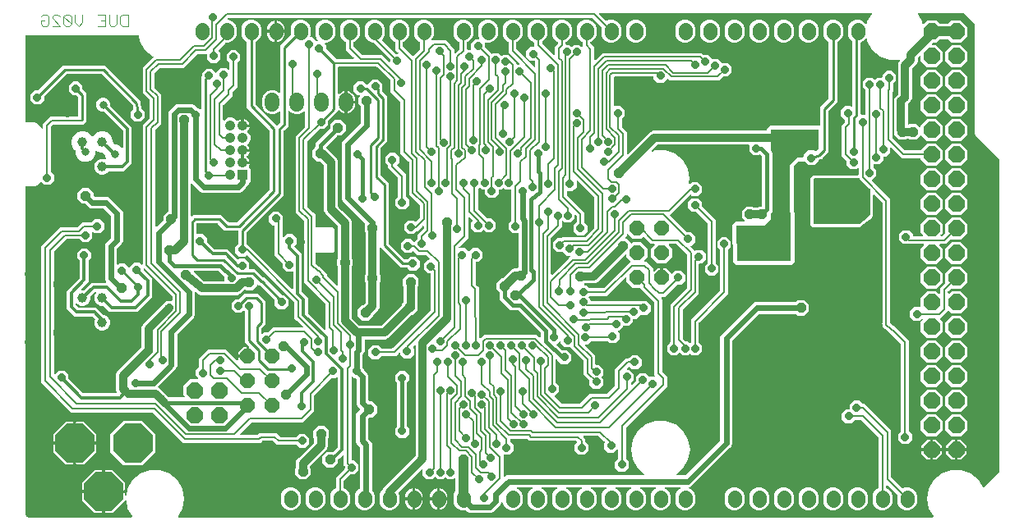
<source format=gbr>
G04 EAGLE Gerber RS-274X export*
G75*
%MOMM*%
%FSLAX34Y34*%
%LPD*%
%INBottom Copper*%
%IPPOS*%
%AMOC8*
5,1,8,0,0,1.08239X$1,22.5*%
G01*
%ADD10C,0.101600*%
%ADD11P,1.677704X8X292.500000*%
%ADD12C,1.422400*%
%ADD13P,4.329560X8X202.500000*%
%ADD14P,4.329560X8X112.500000*%
%ADD15C,1.950000*%
%ADD16P,1.814519X8X292.500000*%
%ADD17C,1.257200*%
%ADD18C,1.270000*%
%ADD19P,1.677704X8X112.500000*%
%ADD20P,1.814519X8X202.500000*%
%ADD21R,1.057200X1.057200*%
%ADD22C,1.057200*%
%ADD23C,1.500000*%
%ADD24C,1.000000*%
%ADD25C,1.016000*%
%ADD26C,0.812800*%
%ADD27P,1.099708X8X22.500000*%
%ADD28C,0.203200*%
%ADD29P,0.879767X8X22.500000*%
%ADD30C,0.304800*%
%ADD31C,0.406400*%
%ADD32C,0.609600*%
%ADD33C,0.457200*%
%ADD34C,0.254000*%
%ADD35C,0.812800*%

G36*
X115403Y6366D02*
X115403Y6366D01*
X115498Y6375D01*
X115524Y6386D01*
X115552Y6390D01*
X115636Y6435D01*
X115723Y6473D01*
X115744Y6492D01*
X115769Y6506D01*
X115835Y6574D01*
X115906Y6639D01*
X115919Y6663D01*
X115939Y6684D01*
X115979Y6770D01*
X116025Y6854D01*
X116030Y6881D01*
X116042Y6907D01*
X116053Y7002D01*
X116070Y7095D01*
X116066Y7123D01*
X116069Y7151D01*
X116049Y7245D01*
X116036Y7339D01*
X116022Y7371D01*
X116017Y7392D01*
X116000Y7420D01*
X115968Y7493D01*
X111546Y15153D01*
X110093Y23392D01*
X110091Y23397D01*
X110091Y23402D01*
X110051Y23512D01*
X110012Y23624D01*
X110009Y23628D01*
X110007Y23633D01*
X109934Y23725D01*
X109861Y23818D01*
X109856Y23821D01*
X109853Y23825D01*
X109753Y23890D01*
X109656Y23954D01*
X109651Y23955D01*
X109646Y23958D01*
X109532Y23987D01*
X109418Y24017D01*
X109413Y24017D01*
X109408Y24018D01*
X109291Y24009D01*
X109173Y24002D01*
X109168Y24000D01*
X109162Y23999D01*
X109055Y23954D01*
X108945Y23908D01*
X108941Y23905D01*
X108936Y23903D01*
X108805Y23798D01*
X95994Y10987D01*
X88391Y10987D01*
X88391Y21183D01*
X88372Y21298D01*
X88355Y21414D01*
X88352Y21420D01*
X88351Y21426D01*
X88297Y21529D01*
X88244Y21634D01*
X88239Y21638D01*
X88236Y21644D01*
X88151Y21724D01*
X88068Y21806D01*
X88062Y21809D01*
X88058Y21813D01*
X88041Y21821D01*
X87921Y21887D01*
X87159Y22202D01*
X87071Y22223D01*
X86984Y22252D01*
X86951Y22251D01*
X86920Y22259D01*
X86829Y22250D01*
X86738Y22249D01*
X86698Y22238D01*
X86675Y22235D01*
X86646Y22222D01*
X86577Y22202D01*
X85815Y21887D01*
X85716Y21825D01*
X85615Y21765D01*
X85611Y21760D01*
X85606Y21757D01*
X85531Y21668D01*
X85455Y21578D01*
X85453Y21572D01*
X85449Y21568D01*
X85407Y21459D01*
X85363Y21350D01*
X85362Y21343D01*
X85361Y21338D01*
X85360Y21319D01*
X85345Y21183D01*
X85345Y10987D01*
X77742Y10987D01*
X64835Y23894D01*
X64835Y31497D01*
X65688Y31497D01*
X65708Y31500D01*
X65727Y31498D01*
X65829Y31520D01*
X65931Y31537D01*
X65948Y31546D01*
X65968Y31550D01*
X66057Y31603D01*
X66148Y31652D01*
X66162Y31666D01*
X66179Y31676D01*
X66246Y31755D01*
X66318Y31830D01*
X66326Y31848D01*
X66339Y31863D01*
X66378Y31959D01*
X66421Y32053D01*
X66423Y32073D01*
X66431Y32091D01*
X66449Y32258D01*
X66449Y33782D01*
X66448Y33791D01*
X66448Y33795D01*
X66446Y33804D01*
X66448Y33821D01*
X66426Y33923D01*
X66410Y34025D01*
X66400Y34042D01*
X66396Y34062D01*
X66343Y34151D01*
X66294Y34242D01*
X66280Y34256D01*
X66270Y34273D01*
X66191Y34340D01*
X66116Y34411D01*
X66098Y34420D01*
X66083Y34433D01*
X65987Y34472D01*
X65893Y34515D01*
X65873Y34517D01*
X65855Y34525D01*
X65688Y34543D01*
X64835Y34543D01*
X64835Y42146D01*
X77742Y55053D01*
X85345Y55053D01*
X85345Y44857D01*
X85364Y44742D01*
X85381Y44626D01*
X85384Y44620D01*
X85385Y44614D01*
X85439Y44511D01*
X85492Y44406D01*
X85497Y44402D01*
X85500Y44396D01*
X85585Y44316D01*
X85668Y44234D01*
X85674Y44231D01*
X85678Y44227D01*
X85695Y44219D01*
X85815Y44153D01*
X86577Y43838D01*
X86665Y43817D01*
X86752Y43788D01*
X86785Y43789D01*
X86816Y43781D01*
X86907Y43790D01*
X86998Y43791D01*
X87038Y43802D01*
X87061Y43805D01*
X87090Y43818D01*
X87159Y43838D01*
X87921Y44153D01*
X88020Y44215D01*
X88121Y44275D01*
X88125Y44280D01*
X88130Y44283D01*
X88205Y44372D01*
X88281Y44462D01*
X88283Y44468D01*
X88287Y44472D01*
X88329Y44581D01*
X88373Y44690D01*
X88374Y44697D01*
X88375Y44702D01*
X88376Y44721D01*
X88391Y44857D01*
X88391Y55053D01*
X95994Y55053D01*
X108901Y42146D01*
X108901Y34543D01*
X108048Y34543D01*
X108028Y34540D01*
X108009Y34542D01*
X107907Y34520D01*
X107805Y34503D01*
X107788Y34494D01*
X107768Y34490D01*
X107679Y34437D01*
X107588Y34388D01*
X107574Y34374D01*
X107557Y34364D01*
X107490Y34285D01*
X107418Y34210D01*
X107410Y34192D01*
X107397Y34177D01*
X107358Y34081D01*
X107315Y33987D01*
X107313Y33967D01*
X107305Y33949D01*
X107287Y33782D01*
X107287Y32258D01*
X107290Y32238D01*
X107288Y32219D01*
X107310Y32117D01*
X107326Y32015D01*
X107336Y31998D01*
X107340Y31978D01*
X107393Y31889D01*
X107442Y31798D01*
X107456Y31784D01*
X107466Y31767D01*
X107545Y31700D01*
X107620Y31629D01*
X107638Y31620D01*
X107653Y31607D01*
X107749Y31568D01*
X107843Y31525D01*
X107863Y31523D01*
X107881Y31515D01*
X108048Y31497D01*
X108901Y31497D01*
X108901Y29347D01*
X108910Y29290D01*
X108909Y29233D01*
X108930Y29170D01*
X108940Y29104D01*
X108967Y29054D01*
X108985Y28999D01*
X109024Y28945D01*
X109056Y28887D01*
X109097Y28847D01*
X109131Y28801D01*
X109186Y28763D01*
X109234Y28717D01*
X109286Y28693D01*
X109333Y28660D01*
X109397Y28642D01*
X109457Y28614D01*
X109514Y28607D01*
X109569Y28591D01*
X109635Y28594D01*
X109701Y28587D01*
X109757Y28599D01*
X109815Y28601D01*
X109877Y28625D01*
X109942Y28639D01*
X109991Y28668D01*
X110044Y28689D01*
X110096Y28731D01*
X110153Y28765D01*
X110190Y28809D01*
X110234Y28845D01*
X110270Y28901D01*
X110313Y28952D01*
X110334Y29005D01*
X110365Y29054D01*
X110393Y29151D01*
X110405Y29180D01*
X110407Y29198D01*
X110412Y29215D01*
X111546Y35647D01*
X116749Y44659D01*
X124719Y51347D01*
X134497Y54906D01*
X144903Y54906D01*
X154681Y51347D01*
X162651Y44659D01*
X167854Y35647D01*
X169661Y25400D01*
X167854Y15153D01*
X163432Y7493D01*
X163398Y7404D01*
X163358Y7317D01*
X163355Y7289D01*
X163345Y7263D01*
X163341Y7167D01*
X163331Y7073D01*
X163337Y7045D01*
X163336Y7017D01*
X163363Y6925D01*
X163383Y6832D01*
X163397Y6808D01*
X163405Y6781D01*
X163460Y6703D01*
X163509Y6621D01*
X163530Y6603D01*
X163547Y6580D01*
X163623Y6523D01*
X163696Y6461D01*
X163722Y6451D01*
X163745Y6434D01*
X163835Y6405D01*
X163924Y6369D01*
X163959Y6365D01*
X163979Y6359D01*
X164012Y6359D01*
X164091Y6351D01*
X940809Y6351D01*
X940903Y6366D01*
X940998Y6375D01*
X941024Y6386D01*
X941052Y6390D01*
X941136Y6435D01*
X941223Y6473D01*
X941244Y6492D01*
X941269Y6506D01*
X941335Y6574D01*
X941406Y6639D01*
X941419Y6663D01*
X941439Y6684D01*
X941479Y6770D01*
X941525Y6854D01*
X941530Y6881D01*
X941542Y6907D01*
X941553Y7002D01*
X941570Y7095D01*
X941566Y7123D01*
X941569Y7151D01*
X941549Y7245D01*
X941536Y7339D01*
X941522Y7371D01*
X941517Y7392D01*
X941500Y7420D01*
X941468Y7493D01*
X937046Y15153D01*
X935239Y25400D01*
X937046Y35647D01*
X942249Y44659D01*
X950219Y51347D01*
X959997Y54906D01*
X970403Y54906D01*
X980181Y51347D01*
X988151Y44659D01*
X992313Y37450D01*
X992388Y37358D01*
X992463Y37265D01*
X992467Y37263D01*
X992469Y37260D01*
X992570Y37197D01*
X992670Y37132D01*
X992674Y37131D01*
X992678Y37129D01*
X992793Y37101D01*
X992908Y37072D01*
X992913Y37072D01*
X992917Y37071D01*
X993036Y37082D01*
X993154Y37091D01*
X993157Y37093D01*
X993162Y37093D01*
X993272Y37142D01*
X993380Y37187D01*
X993384Y37190D01*
X993387Y37192D01*
X993397Y37201D01*
X993511Y37292D01*
X1009426Y53208D01*
X1009479Y53282D01*
X1009539Y53351D01*
X1009551Y53381D01*
X1009570Y53407D01*
X1009597Y53494D01*
X1009631Y53579D01*
X1009635Y53620D01*
X1009642Y53642D01*
X1009641Y53675D01*
X1009649Y53746D01*
X1009649Y375514D01*
X1009635Y375604D01*
X1009627Y375695D01*
X1009615Y375725D01*
X1009610Y375757D01*
X1009567Y375838D01*
X1009531Y375921D01*
X1009505Y375954D01*
X1009494Y375974D01*
X1009471Y375996D01*
X1009426Y376052D01*
X987110Y398369D01*
X985216Y400263D01*
X984249Y402597D01*
X984249Y515214D01*
X984235Y515304D01*
X984227Y515395D01*
X984215Y515425D01*
X984210Y515457D01*
X984167Y515538D01*
X984131Y515621D01*
X984105Y515654D01*
X984094Y515674D01*
X984071Y515696D01*
X984026Y515752D01*
X972952Y526826D01*
X972878Y526879D01*
X972809Y526939D01*
X972779Y526951D01*
X972753Y526970D01*
X972666Y526997D01*
X972581Y527031D01*
X972540Y527035D01*
X972518Y527042D01*
X972485Y527041D01*
X972414Y527049D01*
X926091Y527049D01*
X925997Y527034D01*
X925902Y527025D01*
X925876Y527014D01*
X925848Y527010D01*
X925764Y526965D01*
X925677Y526927D01*
X925656Y526908D01*
X925631Y526894D01*
X925565Y526826D01*
X925494Y526761D01*
X925481Y526737D01*
X925461Y526716D01*
X925421Y526630D01*
X925375Y526546D01*
X925370Y526519D01*
X925358Y526493D01*
X925347Y526398D01*
X925330Y526305D01*
X925334Y526277D01*
X925331Y526249D01*
X925351Y526155D01*
X925364Y526061D01*
X925378Y526029D01*
X925383Y526008D01*
X925385Y526005D01*
X925400Y525980D01*
X925432Y525907D01*
X929854Y518247D01*
X930204Y516263D01*
X930206Y516258D01*
X930206Y516253D01*
X930246Y516142D01*
X930285Y516031D01*
X930288Y516027D01*
X930290Y516022D01*
X930364Y515930D01*
X930436Y515837D01*
X930441Y515834D01*
X930444Y515830D01*
X930544Y515766D01*
X930641Y515701D01*
X930646Y515700D01*
X930651Y515697D01*
X930765Y515668D01*
X930879Y515638D01*
X930884Y515638D01*
X930889Y515637D01*
X931006Y515646D01*
X931124Y515654D01*
X931129Y515656D01*
X931135Y515656D01*
X931242Y515702D01*
X931352Y515747D01*
X931356Y515751D01*
X931361Y515753D01*
X931492Y515857D01*
X935065Y519431D01*
X944535Y519431D01*
X947614Y516352D01*
X947688Y516299D01*
X947757Y516239D01*
X947787Y516227D01*
X947814Y516208D01*
X947900Y516181D01*
X947985Y516147D01*
X948026Y516143D01*
X948049Y516136D01*
X948081Y516137D01*
X948152Y516129D01*
X956848Y516129D01*
X956938Y516143D01*
X957029Y516151D01*
X957059Y516163D01*
X957091Y516168D01*
X957171Y516211D01*
X957255Y516247D01*
X957287Y516273D01*
X957308Y516284D01*
X957330Y516307D01*
X957386Y516352D01*
X960465Y519431D01*
X969935Y519431D01*
X976631Y512735D01*
X976631Y503265D01*
X969935Y496569D01*
X960465Y496569D01*
X957386Y499648D01*
X957312Y499701D01*
X957243Y499761D01*
X957213Y499773D01*
X957186Y499792D01*
X957100Y499819D01*
X957015Y499853D01*
X956974Y499857D01*
X956951Y499864D01*
X956919Y499863D01*
X956848Y499871D01*
X948152Y499871D01*
X948062Y499857D01*
X947971Y499849D01*
X947941Y499837D01*
X947909Y499832D01*
X947829Y499789D01*
X947745Y499753D01*
X947713Y499727D01*
X947692Y499716D01*
X947670Y499693D01*
X947614Y499648D01*
X944535Y496569D01*
X941792Y496569D01*
X941702Y496555D01*
X941611Y496547D01*
X941581Y496535D01*
X941549Y496530D01*
X941468Y496487D01*
X941384Y496451D01*
X941352Y496425D01*
X941331Y496414D01*
X941309Y496391D01*
X941253Y496346D01*
X940237Y495330D01*
X940195Y495272D01*
X940146Y495220D01*
X940124Y495173D01*
X940094Y495131D01*
X940073Y495062D01*
X940042Y494997D01*
X940037Y494945D01*
X940021Y494895D01*
X940023Y494824D01*
X940015Y494753D01*
X940026Y494702D01*
X940028Y494650D01*
X940052Y494582D01*
X940067Y494512D01*
X940094Y494467D01*
X940112Y494419D01*
X940157Y494363D01*
X940194Y494301D01*
X940233Y494267D01*
X940266Y494227D01*
X940326Y494188D01*
X940381Y494141D01*
X940429Y494122D01*
X940473Y494094D01*
X940542Y494076D01*
X940609Y494049D01*
X940680Y494041D01*
X940711Y494033D01*
X940735Y494035D01*
X940775Y494031D01*
X944535Y494031D01*
X951231Y487335D01*
X951231Y477865D01*
X944535Y471169D01*
X935065Y471169D01*
X928369Y477865D01*
X928369Y481625D01*
X928358Y481695D01*
X928356Y481767D01*
X928338Y481816D01*
X928330Y481867D01*
X928296Y481931D01*
X928271Y481998D01*
X928239Y482039D01*
X928214Y482085D01*
X928162Y482134D01*
X928118Y482190D01*
X928074Y482218D01*
X928036Y482254D01*
X927971Y482284D01*
X927911Y482323D01*
X927860Y482336D01*
X927813Y482358D01*
X927742Y482366D01*
X927672Y482383D01*
X927620Y482379D01*
X927569Y482385D01*
X927498Y482370D01*
X927427Y482364D01*
X927379Y482344D01*
X927328Y482333D01*
X927267Y482296D01*
X927201Y482268D01*
X927145Y482223D01*
X927117Y482206D01*
X927102Y482189D01*
X927070Y482163D01*
X925800Y480893D01*
X925747Y480819D01*
X925687Y480749D01*
X925675Y480719D01*
X925656Y480693D01*
X925629Y480606D01*
X925595Y480521D01*
X925591Y480480D01*
X925584Y480458D01*
X925585Y480426D01*
X925577Y480354D01*
X925577Y477121D01*
X924494Y474507D01*
X919704Y469717D01*
X919660Y469656D01*
X919625Y469619D01*
X919618Y469605D01*
X919591Y469573D01*
X919579Y469543D01*
X919560Y469517D01*
X919533Y469430D01*
X919499Y469345D01*
X919495Y469304D01*
X919488Y469282D01*
X919489Y469250D01*
X919481Y469178D01*
X919481Y438513D01*
X918398Y435899D01*
X915640Y433141D01*
X915587Y433067D01*
X915527Y432997D01*
X915515Y432967D01*
X915496Y432941D01*
X915469Y432854D01*
X915435Y432769D01*
X915431Y432728D01*
X915424Y432706D01*
X915425Y432674D01*
X915417Y432602D01*
X915417Y412622D01*
X915428Y412552D01*
X915430Y412480D01*
X915448Y412431D01*
X915456Y412380D01*
X915490Y412316D01*
X915515Y412249D01*
X915547Y412208D01*
X915572Y412162D01*
X915623Y412113D01*
X915668Y412057D01*
X915712Y412029D01*
X915750Y411993D01*
X915815Y411963D01*
X915875Y411924D01*
X915926Y411911D01*
X915973Y411889D01*
X916044Y411881D01*
X916114Y411864D01*
X916166Y411868D01*
X916217Y411862D01*
X916288Y411877D01*
X916359Y411883D01*
X916407Y411903D01*
X916458Y411914D01*
X916519Y411951D01*
X916585Y411979D01*
X916641Y412024D01*
X916669Y412041D01*
X916684Y412058D01*
X916716Y412084D01*
X917129Y412497D01*
X923863Y412497D01*
X927070Y409290D01*
X927128Y409248D01*
X927180Y409199D01*
X927227Y409177D01*
X927269Y409146D01*
X927338Y409125D01*
X927403Y409095D01*
X927455Y409089D01*
X927505Y409074D01*
X927576Y409076D01*
X927647Y409068D01*
X927698Y409079D01*
X927750Y409080D01*
X927818Y409105D01*
X927888Y409120D01*
X927933Y409147D01*
X927981Y409165D01*
X928037Y409210D01*
X928099Y409247D01*
X928133Y409286D01*
X928173Y409319D01*
X928212Y409379D01*
X928259Y409433D01*
X928278Y409482D01*
X928306Y409526D01*
X928324Y409595D01*
X928351Y409662D01*
X928359Y409733D01*
X928367Y409764D01*
X928365Y409787D01*
X928369Y409828D01*
X928369Y411135D01*
X935065Y417831D01*
X944535Y417831D01*
X951231Y411135D01*
X951231Y401665D01*
X944535Y394969D01*
X935065Y394969D01*
X929367Y400667D01*
X929351Y400679D01*
X929339Y400694D01*
X929252Y400750D01*
X929168Y400811D01*
X929149Y400816D01*
X929132Y400827D01*
X929031Y400853D01*
X928933Y400883D01*
X928913Y400882D01*
X928893Y400887D01*
X928790Y400879D01*
X928687Y400877D01*
X928668Y400870D01*
X928648Y400868D01*
X928553Y400828D01*
X928456Y400792D01*
X928440Y400780D01*
X928422Y400772D01*
X928291Y400667D01*
X923863Y396239D01*
X917129Y396239D01*
X916336Y397032D01*
X916262Y397085D01*
X916193Y397145D01*
X916162Y397157D01*
X916136Y397176D01*
X916049Y397203D01*
X915964Y397237D01*
X915923Y397241D01*
X915901Y397248D01*
X915869Y397247D01*
X915798Y397255D01*
X914018Y397255D01*
X913928Y397241D01*
X913837Y397233D01*
X913808Y397221D01*
X913776Y397216D01*
X913695Y397173D01*
X913611Y397137D01*
X913579Y397111D01*
X913558Y397100D01*
X913536Y397077D01*
X913480Y397032D01*
X912687Y396239D01*
X905953Y396239D01*
X901191Y401001D01*
X901191Y437279D01*
X902274Y439893D01*
X905032Y442651D01*
X905085Y442725D01*
X905145Y442795D01*
X905157Y442825D01*
X905176Y442851D01*
X905203Y442938D01*
X905237Y443023D01*
X905241Y443064D01*
X905248Y443086D01*
X905247Y443118D01*
X905255Y443190D01*
X905255Y473855D01*
X906338Y476469D01*
X907064Y477195D01*
X907106Y477253D01*
X907155Y477305D01*
X907177Y477352D01*
X907207Y477394D01*
X907228Y477463D01*
X907259Y477528D01*
X907264Y477580D01*
X907280Y477629D01*
X907278Y477701D01*
X907286Y477772D01*
X907275Y477823D01*
X907273Y477875D01*
X907249Y477943D01*
X907233Y478013D01*
X907207Y478057D01*
X907189Y478106D01*
X907144Y478162D01*
X907107Y478224D01*
X907068Y478258D01*
X907035Y478298D01*
X906975Y478337D01*
X906920Y478384D01*
X906872Y478403D01*
X906828Y478431D01*
X906759Y478449D01*
X906692Y478476D01*
X906621Y478484D01*
X906590Y478491D01*
X906566Y478490D01*
X906525Y478494D01*
X896497Y478494D01*
X886719Y482053D01*
X878749Y488741D01*
X873546Y497753D01*
X873193Y499752D01*
X873192Y499757D01*
X873192Y499762D01*
X873152Y499871D01*
X873112Y499984D01*
X873109Y499988D01*
X873107Y499993D01*
X873034Y500085D01*
X872961Y500178D01*
X872957Y500181D01*
X872953Y500185D01*
X872853Y500249D01*
X872756Y500314D01*
X872751Y500315D01*
X872746Y500318D01*
X872632Y500347D01*
X872518Y500377D01*
X872513Y500377D01*
X872508Y500378D01*
X872391Y500369D01*
X872273Y500362D01*
X872268Y500360D01*
X872263Y500359D01*
X872155Y500313D01*
X872045Y500268D01*
X872041Y500265D01*
X872036Y500263D01*
X871905Y500158D01*
X869356Y497608D01*
X867373Y496787D01*
X867273Y496725D01*
X867173Y496665D01*
X867169Y496661D01*
X867164Y496657D01*
X867089Y496567D01*
X867013Y496478D01*
X867011Y496473D01*
X867007Y496468D01*
X866965Y496359D01*
X866921Y496250D01*
X866920Y496243D01*
X866919Y496238D01*
X866918Y496220D01*
X866903Y496084D01*
X866903Y422402D01*
X866906Y422382D01*
X866904Y422363D01*
X866926Y422261D01*
X866942Y422159D01*
X866952Y422142D01*
X866956Y422122D01*
X867009Y422033D01*
X867058Y421942D01*
X867072Y421928D01*
X867082Y421911D01*
X867161Y421844D01*
X867236Y421772D01*
X867254Y421764D01*
X867269Y421751D01*
X867365Y421712D01*
X867459Y421669D01*
X867479Y421667D01*
X867497Y421659D01*
X867664Y421641D01*
X870966Y421641D01*
X870986Y421644D01*
X871005Y421642D01*
X871107Y421664D01*
X871209Y421680D01*
X871226Y421690D01*
X871246Y421694D01*
X871335Y421747D01*
X871426Y421796D01*
X871440Y421810D01*
X871457Y421820D01*
X871524Y421899D01*
X871596Y421974D01*
X871604Y421992D01*
X871617Y422007D01*
X871656Y422103D01*
X871699Y422197D01*
X871701Y422217D01*
X871709Y422235D01*
X871727Y422402D01*
X871727Y446826D01*
X871713Y446917D01*
X871705Y447007D01*
X871693Y447037D01*
X871688Y447069D01*
X871645Y447150D01*
X871609Y447234D01*
X871583Y447266D01*
X871572Y447287D01*
X871549Y447309D01*
X871504Y447365D01*
X868679Y450190D01*
X868679Y456082D01*
X872846Y460249D01*
X878738Y460249D01*
X880842Y458145D01*
X880858Y458134D01*
X880870Y458118D01*
X880958Y458062D01*
X881041Y458002D01*
X881060Y457996D01*
X881077Y457985D01*
X881178Y457960D01*
X881277Y457929D01*
X881296Y457930D01*
X881316Y457925D01*
X881419Y457933D01*
X881522Y457936D01*
X881541Y457943D01*
X881561Y457944D01*
X881656Y457984D01*
X881753Y458020D01*
X881769Y458033D01*
X881787Y458040D01*
X881918Y458145D01*
X884022Y460249D01*
X888238Y460249D01*
X888258Y460252D01*
X888277Y460250D01*
X888379Y460272D01*
X888481Y460288D01*
X888498Y460298D01*
X888518Y460302D01*
X888607Y460355D01*
X888698Y460404D01*
X888712Y460418D01*
X888729Y460428D01*
X888796Y460507D01*
X888868Y460582D01*
X888876Y460600D01*
X888889Y460615D01*
X888928Y460711D01*
X888971Y460805D01*
X888973Y460825D01*
X888981Y460843D01*
X888999Y461010D01*
X888999Y463194D01*
X893166Y467361D01*
X899058Y467361D01*
X903225Y463194D01*
X903225Y457302D01*
X900400Y454477D01*
X900354Y454413D01*
X900336Y454394D01*
X900332Y454386D01*
X900287Y454333D01*
X900275Y454303D01*
X900256Y454277D01*
X900229Y454190D01*
X900195Y454105D01*
X900191Y454064D01*
X900184Y454042D01*
X900185Y454010D01*
X900177Y453938D01*
X900177Y446372D01*
X899384Y445579D01*
X899331Y445505D01*
X899271Y445436D01*
X899259Y445406D01*
X899240Y445380D01*
X899213Y445293D01*
X899179Y445208D01*
X899175Y445167D01*
X899168Y445144D01*
X899169Y445112D01*
X899161Y445041D01*
X899161Y398747D01*
X899175Y398657D01*
X899183Y398566D01*
X899195Y398536D01*
X899200Y398504D01*
X899243Y398424D01*
X899279Y398340D01*
X899305Y398308D01*
X899316Y398287D01*
X899339Y398265D01*
X899384Y398209D01*
X912305Y385288D01*
X912379Y385235D01*
X912448Y385175D01*
X912478Y385163D01*
X912504Y385144D01*
X912591Y385117D01*
X912676Y385083D01*
X912717Y385079D01*
X912740Y385072D01*
X912772Y385073D01*
X912843Y385065D01*
X927608Y385065D01*
X927628Y385068D01*
X927647Y385066D01*
X927749Y385088D01*
X927851Y385104D01*
X927868Y385114D01*
X927888Y385118D01*
X927977Y385171D01*
X928068Y385220D01*
X928082Y385234D01*
X928099Y385244D01*
X928166Y385323D01*
X928238Y385398D01*
X928246Y385416D01*
X928259Y385431D01*
X928298Y385527D01*
X928341Y385621D01*
X928343Y385641D01*
X928351Y385659D01*
X928358Y385723D01*
X935065Y392431D01*
X944535Y392431D01*
X951231Y385735D01*
X951231Y376265D01*
X944535Y369569D01*
X935065Y369569D01*
X928354Y376281D01*
X928346Y376315D01*
X928330Y376417D01*
X928320Y376434D01*
X928316Y376454D01*
X928263Y376543D01*
X928214Y376634D01*
X928200Y376648D01*
X928190Y376665D01*
X928111Y376732D01*
X928036Y376804D01*
X928018Y376812D01*
X928003Y376825D01*
X927907Y376864D01*
X927813Y376907D01*
X927793Y376909D01*
X927775Y376917D01*
X927608Y376935D01*
X909160Y376935D01*
X898428Y387667D01*
X898370Y387709D01*
X898318Y387759D01*
X898271Y387781D01*
X898229Y387811D01*
X898160Y387832D01*
X898095Y387862D01*
X898043Y387868D01*
X897993Y387883D01*
X897922Y387881D01*
X897851Y387889D01*
X897800Y387878D01*
X897748Y387877D01*
X897680Y387852D01*
X897610Y387837D01*
X897565Y387810D01*
X897517Y387792D01*
X897461Y387748D01*
X897399Y387711D01*
X897365Y387671D01*
X897325Y387639D01*
X897286Y387578D01*
X897239Y387524D01*
X897220Y387476D01*
X897192Y387432D01*
X897174Y387362D01*
X897147Y387296D01*
X897139Y387224D01*
X897131Y387193D01*
X897133Y387170D01*
X897129Y387129D01*
X897129Y383134D01*
X892962Y378967D01*
X890778Y378967D01*
X890758Y378964D01*
X890739Y378966D01*
X890637Y378944D01*
X890535Y378928D01*
X890518Y378918D01*
X890498Y378914D01*
X890409Y378861D01*
X890318Y378812D01*
X890304Y378798D01*
X890287Y378788D01*
X890220Y378709D01*
X890148Y378634D01*
X890140Y378616D01*
X890127Y378601D01*
X890088Y378505D01*
X890045Y378411D01*
X890043Y378391D01*
X890035Y378373D01*
X890017Y378206D01*
X890017Y375006D01*
X885850Y370839D01*
X880618Y370839D01*
X880598Y370836D01*
X880579Y370838D01*
X880477Y370816D01*
X880375Y370800D01*
X880358Y370790D01*
X880338Y370786D01*
X880249Y370733D01*
X880158Y370684D01*
X880144Y370670D01*
X880127Y370660D01*
X880060Y370581D01*
X879988Y370506D01*
X879980Y370488D01*
X879967Y370473D01*
X879928Y370377D01*
X879885Y370283D01*
X879883Y370263D01*
X879875Y370245D01*
X879857Y370078D01*
X879857Y368006D01*
X879871Y367915D01*
X879879Y367825D01*
X879891Y367795D01*
X879896Y367763D01*
X879939Y367682D01*
X879975Y367598D01*
X880001Y367566D01*
X880012Y367545D01*
X880035Y367523D01*
X880080Y367467D01*
X882905Y364642D01*
X882905Y358750D01*
X878646Y354491D01*
X878634Y354475D01*
X878619Y354462D01*
X878563Y354375D01*
X878502Y354291D01*
X878497Y354272D01*
X878486Y354255D01*
X878460Y354155D01*
X878430Y354056D01*
X878431Y354036D01*
X878426Y354017D01*
X878434Y353914D01*
X878436Y353810D01*
X878443Y353792D01*
X878445Y353772D01*
X878485Y353677D01*
X878521Y353579D01*
X878533Y353564D01*
X878541Y353545D01*
X878646Y353414D01*
X894525Y337536D01*
X897129Y334932D01*
X897129Y207399D01*
X897147Y207287D01*
X897162Y207175D01*
X897167Y207166D01*
X897168Y207156D01*
X897221Y207056D01*
X897272Y206955D01*
X897280Y206946D01*
X897284Y206939D01*
X897301Y206922D01*
X897384Y206830D01*
X903537Y201361D01*
X903595Y201324D01*
X903648Y201279D01*
X903699Y201259D01*
X903745Y201229D01*
X903812Y201213D01*
X903871Y201189D01*
X904982Y200079D01*
X904996Y200069D01*
X905014Y200048D01*
X906196Y198998D01*
X906200Y198988D01*
X906212Y198934D01*
X906248Y198875D01*
X906275Y198812D01*
X906322Y198752D01*
X906339Y198724D01*
X906356Y198710D01*
X906380Y198681D01*
X913829Y191232D01*
X916433Y188628D01*
X916433Y95718D01*
X916447Y95627D01*
X916455Y95537D01*
X916467Y95507D01*
X916472Y95475D01*
X916515Y95394D01*
X916551Y95310D01*
X916577Y95278D01*
X916588Y95257D01*
X916611Y95235D01*
X916656Y95179D01*
X919481Y92354D01*
X919481Y86462D01*
X915314Y82295D01*
X909422Y82295D01*
X905255Y86462D01*
X905255Y92354D01*
X908080Y95179D01*
X908133Y95253D01*
X908193Y95323D01*
X908205Y95353D01*
X908224Y95379D01*
X908251Y95466D01*
X908285Y95551D01*
X908289Y95592D01*
X908296Y95614D01*
X908295Y95646D01*
X908303Y95718D01*
X908303Y184945D01*
X908289Y185035D01*
X908281Y185126D01*
X908269Y185156D01*
X908264Y185188D01*
X908221Y185268D01*
X908185Y185352D01*
X908159Y185384D01*
X908148Y185405D01*
X908125Y185427D01*
X908080Y185483D01*
X899434Y194129D01*
X899421Y194139D01*
X899402Y194160D01*
X891735Y200975D01*
X891677Y201012D01*
X891624Y201057D01*
X891573Y201077D01*
X891527Y201107D01*
X891460Y201123D01*
X891401Y201147D01*
X890290Y202257D01*
X890276Y202267D01*
X890258Y202288D01*
X889077Y203338D01*
X889072Y203348D01*
X889060Y203402D01*
X889024Y203461D01*
X888999Y203519D01*
X888999Y205090D01*
X888997Y205107D01*
X888998Y205135D01*
X888905Y206712D01*
X888909Y206723D01*
X888939Y206769D01*
X888955Y206836D01*
X888981Y206900D01*
X888989Y206976D01*
X888997Y207008D01*
X888995Y207030D01*
X888999Y207067D01*
X888999Y331249D01*
X888985Y331339D01*
X888977Y331430D01*
X888965Y331460D01*
X888960Y331492D01*
X888917Y331572D01*
X888881Y331656D01*
X888855Y331688D01*
X888844Y331709D01*
X888821Y331731D01*
X888776Y331787D01*
X880902Y339661D01*
X880844Y339703D01*
X880792Y339753D01*
X880745Y339775D01*
X880703Y339805D01*
X880634Y339826D01*
X880569Y339856D01*
X880517Y339862D01*
X880467Y339877D01*
X880396Y339875D01*
X880325Y339883D01*
X880274Y339872D01*
X880222Y339871D01*
X880154Y339846D01*
X880084Y339831D01*
X880039Y339804D01*
X879991Y339786D01*
X879935Y339742D01*
X879873Y339705D01*
X879839Y339665D01*
X879799Y339633D01*
X879760Y339572D01*
X879713Y339518D01*
X879694Y339470D01*
X879666Y339426D01*
X879648Y339356D01*
X879621Y339290D01*
X879613Y339218D01*
X879605Y339187D01*
X879607Y339164D01*
X879603Y339123D01*
X879603Y317235D01*
X878569Y316201D01*
X878541Y316163D01*
X878507Y316131D01*
X878470Y316064D01*
X878425Y316002D01*
X878411Y315957D01*
X878389Y315915D01*
X878359Y315786D01*
X878353Y315766D01*
X878353Y315760D01*
X878351Y315752D01*
X878348Y315727D01*
X877178Y314803D01*
X877158Y314781D01*
X877111Y314744D01*
X876057Y313689D01*
X876032Y313689D01*
X875985Y313682D01*
X875938Y313684D01*
X875865Y313662D01*
X875789Y313650D01*
X875747Y313628D01*
X875702Y313614D01*
X875590Y313544D01*
X875571Y313534D01*
X875567Y313530D01*
X875560Y313526D01*
X867526Y307183D01*
X867506Y307161D01*
X867459Y307124D01*
X866405Y306069D01*
X866380Y306069D01*
X866333Y306062D01*
X866286Y306064D01*
X866213Y306042D01*
X866137Y306030D01*
X866095Y306008D01*
X866050Y305994D01*
X865937Y305924D01*
X865919Y305914D01*
X865915Y305910D01*
X865908Y305906D01*
X865888Y305890D01*
X864407Y306064D01*
X864377Y306063D01*
X864318Y306069D01*
X817615Y306069D01*
X815085Y308599D01*
X815085Y356881D01*
X817615Y359411D01*
X863854Y359411D01*
X863874Y359414D01*
X863893Y359412D01*
X863995Y359434D01*
X864097Y359450D01*
X864114Y359460D01*
X864134Y359464D01*
X864223Y359517D01*
X864314Y359566D01*
X864328Y359580D01*
X864345Y359590D01*
X864412Y359669D01*
X864484Y359744D01*
X864492Y359762D01*
X864505Y359777D01*
X864544Y359873D01*
X864587Y359967D01*
X864589Y359987D01*
X864597Y360005D01*
X864615Y360172D01*
X864615Y366055D01*
X864604Y366125D01*
X864602Y366197D01*
X864584Y366246D01*
X864576Y366297D01*
X864542Y366361D01*
X864517Y366428D01*
X864485Y366469D01*
X864460Y366515D01*
X864408Y366564D01*
X864364Y366620D01*
X864320Y366648D01*
X864282Y366684D01*
X864217Y366714D01*
X864157Y366753D01*
X864106Y366766D01*
X864059Y366788D01*
X863988Y366796D01*
X863918Y366813D01*
X863866Y366809D01*
X863815Y366815D01*
X863744Y366800D01*
X863673Y366794D01*
X863625Y366774D01*
X863574Y366763D01*
X863513Y366726D01*
X863447Y366698D01*
X863391Y366653D01*
X863363Y366636D01*
X863348Y366619D01*
X863316Y366593D01*
X862482Y365759D01*
X856590Y365759D01*
X852423Y369926D01*
X852423Y373921D01*
X852409Y374011D01*
X852401Y374102D01*
X852389Y374132D01*
X852384Y374164D01*
X852341Y374244D01*
X852305Y374328D01*
X852279Y374360D01*
X852268Y374381D01*
X852245Y374403D01*
X852200Y374459D01*
X849947Y376712D01*
X847343Y379316D01*
X847343Y411132D01*
X850168Y413957D01*
X850221Y414031D01*
X850281Y414100D01*
X850293Y414130D01*
X850312Y414156D01*
X850339Y414243D01*
X850373Y414328D01*
X850377Y414369D01*
X850384Y414392D01*
X850383Y414424D01*
X850391Y414495D01*
X850391Y416347D01*
X850377Y416437D01*
X850369Y416528D01*
X850357Y416557D01*
X850352Y416589D01*
X850309Y416670D01*
X850273Y416754D01*
X850247Y416786D01*
X850236Y416807D01*
X850213Y416829D01*
X850168Y416885D01*
X846327Y420726D01*
X846327Y426618D01*
X850494Y430785D01*
X856386Y430785D01*
X856966Y430205D01*
X857024Y430163D01*
X857076Y430114D01*
X857123Y430092D01*
X857165Y430062D01*
X857234Y430041D01*
X857299Y430010D01*
X857351Y430005D01*
X857401Y429989D01*
X857472Y429991D01*
X857543Y429983D01*
X857594Y429994D01*
X857646Y429996D01*
X857714Y430020D01*
X857784Y430035D01*
X857829Y430062D01*
X857877Y430080D01*
X857933Y430125D01*
X857995Y430162D01*
X858029Y430201D01*
X858069Y430234D01*
X858108Y430294D01*
X858155Y430349D01*
X858174Y430397D01*
X858202Y430441D01*
X858220Y430510D01*
X858247Y430577D01*
X858255Y430648D01*
X858263Y430679D01*
X858261Y430703D01*
X858265Y430743D01*
X858265Y496925D01*
X858247Y497040D01*
X858229Y497156D01*
X858227Y497162D01*
X858226Y497168D01*
X858171Y497270D01*
X858118Y497375D01*
X858113Y497380D01*
X858110Y497385D01*
X858026Y497466D01*
X857942Y497548D01*
X857936Y497551D01*
X857932Y497555D01*
X857915Y497563D01*
X857859Y497593D01*
X854986Y500466D01*
X853439Y504201D01*
X853439Y511799D01*
X854986Y515534D01*
X857844Y518392D01*
X861579Y519939D01*
X865621Y519939D01*
X869356Y518392D01*
X871905Y515842D01*
X871910Y515839D01*
X871913Y515835D01*
X871991Y515780D01*
X872041Y515737D01*
X872064Y515728D01*
X872105Y515698D01*
X872110Y515697D01*
X872115Y515694D01*
X872227Y515661D01*
X872242Y515656D01*
X872269Y515645D01*
X872282Y515644D01*
X872340Y515626D01*
X872345Y515626D01*
X872351Y515625D01*
X872428Y515628D01*
X872436Y515627D01*
X872445Y515627D01*
X872457Y515629D01*
X872468Y515629D01*
X872586Y515632D01*
X872591Y515634D01*
X872596Y515635D01*
X872676Y515665D01*
X872688Y515667D01*
X872706Y515676D01*
X872817Y515717D01*
X872821Y515720D01*
X872826Y515722D01*
X872887Y515772D01*
X872905Y515782D01*
X872928Y515805D01*
X873009Y515871D01*
X873012Y515875D01*
X873016Y515878D01*
X873053Y515937D01*
X873075Y515960D01*
X873095Y516004D01*
X873142Y516078D01*
X873143Y516083D01*
X873146Y516087D01*
X873168Y516161D01*
X873178Y516183D01*
X873181Y516204D01*
X873193Y516248D01*
X873546Y518247D01*
X877968Y525907D01*
X878002Y525996D01*
X878042Y526083D01*
X878045Y526111D01*
X878055Y526137D01*
X878059Y526233D01*
X878069Y526327D01*
X878063Y526355D01*
X878064Y526383D01*
X878037Y526475D01*
X878017Y526568D01*
X878003Y526592D01*
X877995Y526619D01*
X877940Y526697D01*
X877891Y526779D01*
X877870Y526797D01*
X877853Y526820D01*
X877777Y526877D01*
X877704Y526939D01*
X877678Y526949D01*
X877655Y526966D01*
X877565Y526995D01*
X877476Y527031D01*
X877441Y527035D01*
X877421Y527041D01*
X877388Y527041D01*
X877309Y527049D01*
X598137Y527049D01*
X598066Y527038D01*
X597994Y527036D01*
X597945Y527018D01*
X597894Y527010D01*
X597831Y526976D01*
X597763Y526951D01*
X597723Y526919D01*
X597677Y526894D01*
X597627Y526843D01*
X597571Y526798D01*
X597543Y526754D01*
X597507Y526716D01*
X597477Y526651D01*
X597438Y526591D01*
X597426Y526540D01*
X597404Y526493D01*
X597396Y526422D01*
X597378Y526352D01*
X597382Y526300D01*
X597377Y526249D01*
X597392Y526178D01*
X597398Y526107D01*
X597418Y526059D01*
X597429Y526008D01*
X597466Y525947D01*
X597494Y525881D01*
X597539Y525825D01*
X597555Y525797D01*
X597558Y525795D01*
X597559Y525794D01*
X597574Y525780D01*
X597599Y525750D01*
X604271Y519077D01*
X604366Y519009D01*
X604460Y518939D01*
X604466Y518937D01*
X604471Y518934D01*
X604582Y518899D01*
X604694Y518863D01*
X604700Y518863D01*
X604706Y518861D01*
X604823Y518864D01*
X604940Y518865D01*
X604947Y518868D01*
X604952Y518868D01*
X604969Y518874D01*
X605101Y518912D01*
X607579Y519939D01*
X611621Y519939D01*
X615356Y518392D01*
X618214Y515534D01*
X619761Y511799D01*
X619761Y504201D01*
X618214Y500466D01*
X615356Y497608D01*
X611621Y496061D01*
X607579Y496061D01*
X603844Y497608D01*
X600986Y500466D01*
X599439Y504201D01*
X599439Y511827D01*
X599451Y511877D01*
X599479Y511990D01*
X599479Y511996D01*
X599480Y512002D01*
X599469Y512119D01*
X599460Y512235D01*
X599458Y512241D01*
X599457Y512247D01*
X599410Y512355D01*
X599364Y512461D01*
X599359Y512467D01*
X599357Y512472D01*
X599345Y512485D01*
X599259Y512592D01*
X590359Y521492D01*
X590285Y521545D01*
X590216Y521605D01*
X590186Y521617D01*
X590160Y521636D01*
X590073Y521663D01*
X589988Y521697D01*
X589947Y521701D01*
X589924Y521708D01*
X589892Y521707D01*
X589821Y521715D01*
X215359Y521715D01*
X215269Y521701D01*
X215178Y521693D01*
X215148Y521681D01*
X215116Y521676D01*
X215036Y521633D01*
X214952Y521597D01*
X214920Y521571D01*
X214899Y521560D01*
X214877Y521537D01*
X214821Y521492D01*
X214567Y521238D01*
X214525Y521180D01*
X214475Y521128D01*
X214453Y521081D01*
X214423Y521039D01*
X214402Y520970D01*
X214372Y520905D01*
X214366Y520853D01*
X214351Y520803D01*
X214353Y520732D01*
X214345Y520661D01*
X214356Y520610D01*
X214357Y520558D01*
X214382Y520490D01*
X214397Y520420D01*
X214424Y520376D01*
X214442Y520327D01*
X214486Y520271D01*
X214523Y520209D01*
X214563Y520175D01*
X214595Y520135D01*
X214656Y520096D01*
X214710Y520049D01*
X214758Y520030D01*
X214802Y520002D01*
X214872Y519984D01*
X214938Y519957D01*
X215010Y519949D01*
X215041Y519941D01*
X215064Y519943D01*
X215105Y519939D01*
X215381Y519939D01*
X219116Y518392D01*
X221974Y515534D01*
X223521Y511799D01*
X223521Y504201D01*
X221974Y500466D01*
X219116Y497608D01*
X215381Y496061D01*
X212565Y496061D01*
X212475Y496047D01*
X212384Y496039D01*
X212354Y496027D01*
X212322Y496022D01*
X212242Y495979D01*
X212158Y495943D01*
X212126Y495917D01*
X212105Y495906D01*
X212083Y495883D01*
X212027Y495838D01*
X211773Y495584D01*
X205038Y488850D01*
X205026Y488833D01*
X205011Y488821D01*
X204955Y488734D01*
X204894Y488650D01*
X204889Y488631D01*
X204878Y488614D01*
X204852Y488514D01*
X204822Y488415D01*
X204823Y488395D01*
X204818Y488375D01*
X204826Y488273D01*
X204828Y488169D01*
X204835Y488150D01*
X204837Y488130D01*
X204877Y488035D01*
X204913Y487938D01*
X204925Y487922D01*
X204933Y487904D01*
X205038Y487773D01*
X207265Y485546D01*
X207265Y479654D01*
X203098Y475487D01*
X197206Y475487D01*
X193039Y479654D01*
X193039Y483870D01*
X193036Y483890D01*
X193038Y483909D01*
X193016Y484011D01*
X193000Y484113D01*
X192990Y484130D01*
X192986Y484150D01*
X192933Y484239D01*
X192884Y484330D01*
X192870Y484344D01*
X192860Y484361D01*
X192781Y484428D01*
X192706Y484500D01*
X192688Y484508D01*
X192673Y484521D01*
X192577Y484560D01*
X192483Y484603D01*
X192463Y484605D01*
X192445Y484613D01*
X192278Y484631D01*
X183863Y484631D01*
X183773Y484617D01*
X183682Y484609D01*
X183652Y484597D01*
X183620Y484592D01*
X183540Y484549D01*
X183456Y484513D01*
X183424Y484487D01*
X183403Y484476D01*
X183381Y484453D01*
X183325Y484408D01*
X169324Y470407D01*
X145255Y470407D01*
X145165Y470393D01*
X145074Y470385D01*
X145044Y470373D01*
X145012Y470368D01*
X144932Y470325D01*
X144848Y470289D01*
X144816Y470263D01*
X144795Y470252D01*
X144773Y470229D01*
X144717Y470184D01*
X139416Y464883D01*
X139363Y464809D01*
X139303Y464740D01*
X139291Y464710D01*
X139272Y464684D01*
X139245Y464597D01*
X139211Y464512D01*
X139207Y464471D01*
X139200Y464448D01*
X139201Y464416D01*
X139193Y464345D01*
X139193Y450055D01*
X139207Y449965D01*
X139215Y449874D01*
X139227Y449844D01*
X139232Y449812D01*
X139275Y449732D01*
X139311Y449648D01*
X139337Y449616D01*
X139348Y449595D01*
X139371Y449573D01*
X139416Y449517D01*
X146305Y442628D01*
X146305Y412336D01*
X140432Y406463D01*
X140379Y406389D01*
X140319Y406320D01*
X140307Y406290D01*
X140288Y406264D01*
X140261Y406177D01*
X140227Y406092D01*
X140223Y406051D01*
X140216Y406028D01*
X140217Y405996D01*
X140209Y405925D01*
X140209Y307133D01*
X140220Y307062D01*
X140222Y306990D01*
X140240Y306941D01*
X140248Y306890D01*
X140282Y306827D01*
X140307Y306759D01*
X140339Y306718D01*
X140364Y306672D01*
X140415Y306623D01*
X140460Y306567D01*
X140504Y306539D01*
X140542Y306503D01*
X140607Y306473D01*
X140667Y306434D01*
X140718Y306421D01*
X140765Y306399D01*
X140836Y306392D01*
X140906Y306374D01*
X140958Y306378D01*
X141009Y306372D01*
X141080Y306388D01*
X141151Y306393D01*
X141199Y306414D01*
X141250Y306425D01*
X141311Y306461D01*
X141377Y306490D01*
X141433Y306534D01*
X141461Y306551D01*
X141476Y306569D01*
X141508Y306594D01*
X148112Y313198D01*
X148165Y313272D01*
X148225Y313342D01*
X148237Y313372D01*
X148256Y313398D01*
X148283Y313485D01*
X148317Y313570D01*
X148321Y313611D01*
X148328Y313633D01*
X148327Y313665D01*
X148335Y313737D01*
X148335Y317311D01*
X153192Y322168D01*
X153245Y322242D01*
X153305Y322311D01*
X153317Y322342D01*
X153336Y322368D01*
X153363Y322455D01*
X153397Y322540D01*
X153401Y322581D01*
X153408Y322603D01*
X153407Y322635D01*
X153415Y322706D01*
X153415Y423869D01*
X154343Y426110D01*
X160122Y431889D01*
X162363Y432817D01*
X177997Y432817D01*
X180238Y431889D01*
X182060Y430066D01*
X183150Y428976D01*
X183224Y428923D01*
X183294Y428863D01*
X183324Y428851D01*
X183350Y428832D01*
X183437Y428805D01*
X183522Y428771D01*
X183563Y428767D01*
X183585Y428760D01*
X183617Y428761D01*
X183689Y428753D01*
X184810Y428753D01*
X185898Y427665D01*
X185956Y427623D01*
X186008Y427574D01*
X186055Y427552D01*
X186097Y427522D01*
X186166Y427501D01*
X186231Y427470D01*
X186283Y427465D01*
X186333Y427449D01*
X186404Y427451D01*
X186475Y427443D01*
X186526Y427454D01*
X186578Y427456D01*
X186646Y427480D01*
X186716Y427495D01*
X186761Y427522D01*
X186809Y427540D01*
X186865Y427585D01*
X186927Y427622D01*
X186961Y427661D01*
X187001Y427694D01*
X187040Y427754D01*
X187087Y427809D01*
X187106Y427857D01*
X187134Y427901D01*
X187152Y427970D01*
X187179Y428037D01*
X187187Y428108D01*
X187195Y428139D01*
X187193Y428163D01*
X187197Y428203D01*
X187197Y460513D01*
X187736Y461052D01*
X187780Y461113D01*
X187816Y461150D01*
X187822Y461164D01*
X187849Y461195D01*
X187861Y461225D01*
X187880Y461252D01*
X187907Y461339D01*
X187941Y461423D01*
X187945Y461464D01*
X187952Y461487D01*
X187951Y461519D01*
X187959Y461590D01*
X187959Y465226D01*
X192126Y469393D01*
X198018Y469393D01*
X201900Y465511D01*
X201958Y465469D01*
X202010Y465420D01*
X202057Y465398D01*
X202099Y465368D01*
X202168Y465347D01*
X202233Y465316D01*
X202285Y465311D01*
X202335Y465295D01*
X202406Y465297D01*
X202477Y465289D01*
X202528Y465300D01*
X202580Y465302D01*
X202648Y465326D01*
X202718Y465341D01*
X202763Y465368D01*
X202811Y465386D01*
X202867Y465431D01*
X202929Y465468D01*
X202963Y465507D01*
X203003Y465540D01*
X203042Y465600D01*
X203089Y465655D01*
X203108Y465703D01*
X203136Y465747D01*
X203154Y465816D01*
X203181Y465883D01*
X203189Y465954D01*
X203197Y465985D01*
X203195Y466009D01*
X203199Y466049D01*
X203199Y466242D01*
X207366Y470409D01*
X213258Y470409D01*
X215108Y468559D01*
X215166Y468517D01*
X215218Y468468D01*
X215265Y468446D01*
X215307Y468416D01*
X215376Y468395D01*
X215441Y468364D01*
X215493Y468359D01*
X215543Y468343D01*
X215614Y468345D01*
X215685Y468337D01*
X215736Y468348D01*
X215788Y468350D01*
X215856Y468374D01*
X215926Y468389D01*
X215971Y468416D01*
X216019Y468434D01*
X216075Y468479D01*
X216137Y468516D01*
X216171Y468555D01*
X216211Y468588D01*
X216250Y468648D01*
X216297Y468703D01*
X216316Y468751D01*
X216344Y468795D01*
X216362Y468864D01*
X216389Y468931D01*
X216397Y469002D01*
X216405Y469033D01*
X216403Y469057D01*
X216407Y469097D01*
X216407Y475274D01*
X216400Y475319D01*
X216400Y475320D01*
X216399Y475324D01*
X216393Y475365D01*
X216385Y475455D01*
X216373Y475485D01*
X216368Y475517D01*
X216350Y475550D01*
X216348Y475561D01*
X216323Y475601D01*
X216289Y475682D01*
X216263Y475714D01*
X216252Y475735D01*
X216232Y475754D01*
X216222Y475772D01*
X216208Y475784D01*
X216184Y475813D01*
X213359Y478638D01*
X213359Y484530D01*
X217526Y488697D01*
X223418Y488697D01*
X227585Y484530D01*
X227585Y478638D01*
X224760Y475813D01*
X224717Y475753D01*
X224675Y475709D01*
X224667Y475693D01*
X224647Y475669D01*
X224635Y475639D01*
X224616Y475613D01*
X224589Y475526D01*
X224586Y475519D01*
X224571Y475486D01*
X224570Y475479D01*
X224555Y475441D01*
X224551Y475400D01*
X224544Y475378D01*
X224545Y475346D01*
X224537Y475274D01*
X224537Y450436D01*
X219680Y445579D01*
X219627Y445505D01*
X219567Y445436D01*
X219555Y445406D01*
X219536Y445380D01*
X219509Y445293D01*
X219475Y445208D01*
X219471Y445167D01*
X219464Y445144D01*
X219465Y445112D01*
X219457Y445041D01*
X219457Y441292D01*
X210028Y431863D01*
X209975Y431789D01*
X209915Y431720D01*
X209903Y431690D01*
X209884Y431664D01*
X209857Y431577D01*
X209823Y431492D01*
X209819Y431451D01*
X209812Y431428D01*
X209813Y431396D01*
X209805Y431325D01*
X209805Y416724D01*
X209816Y416653D01*
X209818Y416581D01*
X209836Y416532D01*
X209844Y416481D01*
X209878Y416418D01*
X209903Y416350D01*
X209935Y416310D01*
X209960Y416263D01*
X210012Y416214D01*
X210056Y416158D01*
X210100Y416130D01*
X210138Y416094D01*
X210203Y416064D01*
X210263Y416025D01*
X210314Y416012D01*
X210361Y415990D01*
X210432Y415983D01*
X210502Y415965D01*
X210554Y415969D01*
X210605Y415963D01*
X210676Y415979D01*
X210747Y415984D01*
X210795Y416005D01*
X210846Y416016D01*
X210907Y416052D01*
X210973Y416081D01*
X211029Y416125D01*
X211057Y416142D01*
X211072Y416160D01*
X211104Y416185D01*
X212449Y417530D01*
X215512Y418799D01*
X218828Y418799D01*
X221891Y417530D01*
X223700Y415721D01*
X223716Y415709D01*
X223729Y415694D01*
X223816Y415638D01*
X223900Y415577D01*
X223919Y415572D01*
X223936Y415561D01*
X224036Y415535D01*
X224135Y415505D01*
X224155Y415506D01*
X224174Y415501D01*
X224277Y415509D01*
X224381Y415511D01*
X224400Y415518D01*
X224419Y415520D01*
X224514Y415560D01*
X224612Y415596D01*
X224627Y415608D01*
X224646Y415616D01*
X224777Y415721D01*
X225205Y416149D01*
X226403Y416950D01*
X227735Y417501D01*
X228371Y417628D01*
X228371Y411202D01*
X228374Y411183D01*
X228372Y411163D01*
X228394Y411061D01*
X228410Y410959D01*
X228420Y410942D01*
X228424Y410922D01*
X228477Y410833D01*
X228526Y410742D01*
X228540Y410728D01*
X228550Y410711D01*
X228629Y410644D01*
X228704Y410573D01*
X228722Y410564D01*
X228737Y410551D01*
X228833Y410513D01*
X228927Y410469D01*
X228947Y410467D01*
X228965Y410459D01*
X229132Y410441D01*
X229847Y410441D01*
X229847Y409726D01*
X229850Y409706D01*
X229848Y409686D01*
X229870Y409585D01*
X229887Y409483D01*
X229896Y409466D01*
X229900Y409446D01*
X229953Y409357D01*
X230002Y409266D01*
X230016Y409252D01*
X230026Y409235D01*
X230105Y409168D01*
X230180Y409096D01*
X230198Y409088D01*
X230213Y409075D01*
X230310Y409036D01*
X230403Y408993D01*
X230423Y408991D01*
X230441Y408983D01*
X230608Y408965D01*
X237034Y408965D01*
X236907Y408329D01*
X236356Y406997D01*
X235555Y405799D01*
X235127Y405371D01*
X235115Y405355D01*
X235100Y405342D01*
X235044Y405255D01*
X234983Y405171D01*
X234978Y405152D01*
X234967Y405135D01*
X234941Y405035D01*
X234911Y404936D01*
X234912Y404916D01*
X234907Y404897D01*
X234915Y404794D01*
X234917Y404690D01*
X234924Y404671D01*
X234926Y404651D01*
X234966Y404556D01*
X235002Y404459D01*
X235014Y404443D01*
X235022Y404425D01*
X235127Y404294D01*
X236936Y402485D01*
X238205Y399422D01*
X238205Y396106D01*
X236936Y393043D01*
X235127Y391234D01*
X235115Y391218D01*
X235100Y391205D01*
X235044Y391118D01*
X234983Y391034D01*
X234978Y391015D01*
X234967Y390998D01*
X234941Y390898D01*
X234911Y390799D01*
X234912Y390779D01*
X234907Y390760D01*
X234915Y390657D01*
X234917Y390553D01*
X234924Y390534D01*
X234926Y390515D01*
X234966Y390420D01*
X235002Y390322D01*
X235014Y390307D01*
X235022Y390288D01*
X235127Y390157D01*
X235555Y389729D01*
X236356Y388531D01*
X236907Y387199D01*
X237034Y386563D01*
X230608Y386563D01*
X230589Y386560D01*
X230569Y386562D01*
X230467Y386540D01*
X230365Y386524D01*
X230348Y386514D01*
X230328Y386510D01*
X230239Y386457D01*
X230148Y386408D01*
X230134Y386394D01*
X230117Y386384D01*
X230050Y386305D01*
X229979Y386230D01*
X229970Y386212D01*
X229957Y386197D01*
X229919Y386101D01*
X229875Y386007D01*
X229873Y385987D01*
X229865Y385969D01*
X229847Y385802D01*
X229847Y385087D01*
X229132Y385087D01*
X229112Y385084D01*
X229092Y385086D01*
X228991Y385064D01*
X228889Y385047D01*
X228872Y385038D01*
X228852Y385034D01*
X228763Y384981D01*
X228672Y384932D01*
X228658Y384918D01*
X228641Y384908D01*
X228574Y384829D01*
X228502Y384754D01*
X228494Y384736D01*
X228481Y384721D01*
X228442Y384624D01*
X228399Y384531D01*
X228397Y384511D01*
X228389Y384493D01*
X228371Y384326D01*
X228371Y373102D01*
X228374Y373083D01*
X228372Y373063D01*
X228394Y372961D01*
X228410Y372859D01*
X228420Y372842D01*
X228424Y372822D01*
X228477Y372733D01*
X228526Y372642D01*
X228540Y372628D01*
X228550Y372611D01*
X228629Y372544D01*
X228704Y372473D01*
X228722Y372464D01*
X228737Y372451D01*
X228833Y372413D01*
X228927Y372369D01*
X228947Y372367D01*
X228965Y372359D01*
X229132Y372341D01*
X229847Y372341D01*
X229847Y371626D01*
X229850Y371606D01*
X229848Y371586D01*
X229870Y371485D01*
X229887Y371383D01*
X229896Y371366D01*
X229900Y371346D01*
X229953Y371257D01*
X230002Y371166D01*
X230016Y371152D01*
X230026Y371135D01*
X230105Y371068D01*
X230180Y370996D01*
X230198Y370988D01*
X230213Y370975D01*
X230310Y370936D01*
X230403Y370893D01*
X230423Y370891D01*
X230441Y370883D01*
X230608Y370865D01*
X237034Y370865D01*
X236907Y370229D01*
X236334Y368844D01*
X236303Y368796D01*
X236289Y368742D01*
X236266Y368692D01*
X236259Y368624D01*
X236243Y368557D01*
X236247Y368502D01*
X236241Y368447D01*
X236256Y368380D01*
X236262Y368312D01*
X236283Y368261D01*
X236295Y368207D01*
X236331Y368149D01*
X236358Y368086D01*
X236406Y368025D01*
X236423Y367997D01*
X236440Y367983D01*
X236463Y367955D01*
X238205Y366213D01*
X238205Y353115D01*
X236444Y351354D01*
X236391Y351280D01*
X236331Y351211D01*
X236319Y351181D01*
X236300Y351154D01*
X236273Y351067D01*
X236239Y350983D01*
X236235Y350942D01*
X236228Y350919D01*
X236229Y350887D01*
X236223Y350837D01*
X235293Y348590D01*
X233471Y346768D01*
X233470Y346768D01*
X230828Y344126D01*
X230828Y344125D01*
X229006Y342303D01*
X226765Y341375D01*
X188779Y341375D01*
X186538Y342303D01*
X178518Y350324D01*
X178084Y350758D01*
X178026Y350800D01*
X177974Y350849D01*
X177927Y350871D01*
X177885Y350901D01*
X177816Y350922D01*
X177751Y350953D01*
X177699Y350958D01*
X177649Y350974D01*
X177578Y350972D01*
X177507Y350980D01*
X177456Y350969D01*
X177404Y350967D01*
X177336Y350943D01*
X177266Y350927D01*
X177221Y350901D01*
X177173Y350883D01*
X177117Y350838D01*
X177055Y350801D01*
X177021Y350762D01*
X176981Y350729D01*
X176942Y350669D01*
X176895Y350614D01*
X176876Y350566D01*
X176848Y350522D01*
X176830Y350453D01*
X176803Y350386D01*
X176795Y350315D01*
X176787Y350284D01*
X176789Y350260D01*
X176785Y350219D01*
X176785Y317826D01*
X176796Y317755D01*
X176798Y317684D01*
X176816Y317635D01*
X176824Y317583D01*
X176858Y317520D01*
X176883Y317453D01*
X176915Y317412D01*
X176940Y317366D01*
X176992Y317317D01*
X177036Y317261D01*
X177080Y317232D01*
X177118Y317197D01*
X177183Y317166D01*
X177243Y317128D01*
X177294Y317115D01*
X177341Y317093D01*
X177412Y317085D01*
X177482Y317068D01*
X177534Y317072D01*
X177585Y317066D01*
X177656Y317081D01*
X177727Y317087D01*
X177775Y317107D01*
X177826Y317118D01*
X177887Y317155D01*
X177953Y317183D01*
X178009Y317228D01*
X178037Y317244D01*
X178052Y317262D01*
X178084Y317288D01*
X179059Y318263D01*
X208037Y318263D01*
X214926Y311374D01*
X215000Y311321D01*
X215069Y311261D01*
X215099Y311249D01*
X215126Y311230D01*
X215213Y311203D01*
X215297Y311169D01*
X215338Y311165D01*
X215361Y311158D01*
X215393Y311159D01*
X215464Y311151D01*
X224422Y311151D01*
X224517Y311166D01*
X224613Y311175D01*
X224638Y311186D01*
X224665Y311190D01*
X224750Y311236D01*
X224838Y311275D01*
X224864Y311296D01*
X224882Y311306D01*
X224905Y311329D01*
X224968Y311381D01*
X257594Y344940D01*
X257643Y345010D01*
X257699Y345076D01*
X257713Y345111D01*
X257735Y345142D01*
X257759Y345224D01*
X257791Y345304D01*
X257796Y345352D01*
X257804Y345378D01*
X257802Y345408D01*
X257809Y345470D01*
X257809Y405312D01*
X257795Y405402D01*
X257787Y405493D01*
X257775Y405523D01*
X257770Y405555D01*
X257727Y405635D01*
X257691Y405719D01*
X257665Y405751D01*
X257654Y405772D01*
X257631Y405794D01*
X257586Y405850D01*
X234441Y428995D01*
X234441Y496504D01*
X234423Y496619D01*
X234405Y496735D01*
X234403Y496741D01*
X234402Y496747D01*
X234347Y496850D01*
X234294Y496955D01*
X234289Y496959D01*
X234286Y496964D01*
X234201Y497045D01*
X234118Y497127D01*
X234112Y497130D01*
X234108Y497134D01*
X234091Y497142D01*
X233971Y497208D01*
X233004Y497608D01*
X230146Y500466D01*
X228599Y504201D01*
X228599Y511799D01*
X230146Y515534D01*
X233004Y518392D01*
X236739Y519939D01*
X240781Y519939D01*
X244516Y518392D01*
X247374Y515534D01*
X248921Y511799D01*
X248921Y504201D01*
X247374Y500466D01*
X244516Y497608D01*
X243549Y497208D01*
X243449Y497146D01*
X243349Y497086D01*
X243345Y497081D01*
X243340Y497078D01*
X243265Y496988D01*
X243189Y496899D01*
X243187Y496893D01*
X243183Y496889D01*
X243141Y496780D01*
X243097Y496671D01*
X243096Y496664D01*
X243095Y496659D01*
X243094Y496641D01*
X243079Y496504D01*
X243079Y432888D01*
X243093Y432798D01*
X243101Y432707D01*
X243113Y432677D01*
X243118Y432645D01*
X243161Y432565D01*
X243197Y432481D01*
X243223Y432449D01*
X243234Y432428D01*
X243257Y432406D01*
X243302Y432350D01*
X264638Y411014D01*
X264654Y411002D01*
X264666Y410987D01*
X264754Y410931D01*
X264837Y410870D01*
X264856Y410865D01*
X264873Y410854D01*
X264974Y410828D01*
X265073Y410798D01*
X265092Y410799D01*
X265112Y410794D01*
X265215Y410802D01*
X265318Y410804D01*
X265337Y410811D01*
X265357Y410813D01*
X265452Y410853D01*
X265549Y410889D01*
X265565Y410901D01*
X265583Y410909D01*
X265714Y411014D01*
X268254Y413554D01*
X268307Y413628D01*
X268367Y413697D01*
X268379Y413727D01*
X268398Y413754D01*
X268425Y413841D01*
X268459Y413925D01*
X268463Y413966D01*
X268470Y413989D01*
X268469Y414021D01*
X268477Y414092D01*
X268477Y424344D01*
X268466Y424415D01*
X268464Y424487D01*
X268446Y424536D01*
X268438Y424587D01*
X268404Y424650D01*
X268379Y424718D01*
X268347Y424758D01*
X268322Y424804D01*
X268270Y424854D01*
X268226Y424910D01*
X268182Y424938D01*
X268144Y424974D01*
X268079Y425004D01*
X268019Y425043D01*
X267968Y425055D01*
X267921Y425077D01*
X267850Y425085D01*
X267780Y425103D01*
X267728Y425099D01*
X267677Y425105D01*
X267606Y425089D01*
X267535Y425084D01*
X267487Y425063D01*
X267436Y425052D01*
X267375Y425015D01*
X267309Y424987D01*
X267253Y424943D01*
X267225Y424926D01*
X267210Y424908D01*
X267178Y424883D01*
X266325Y424030D01*
X262448Y422424D01*
X258252Y422424D01*
X254375Y424030D01*
X251407Y426998D01*
X249801Y430875D01*
X249801Y438821D01*
X251407Y442698D01*
X254375Y445666D01*
X258252Y447272D01*
X262448Y447272D01*
X266325Y445666D01*
X267178Y444813D01*
X267236Y444772D01*
X267288Y444722D01*
X267335Y444700D01*
X267377Y444670D01*
X267446Y444649D01*
X267511Y444619D01*
X267563Y444613D01*
X267613Y444598D01*
X267684Y444599D01*
X267755Y444591D01*
X267806Y444603D01*
X267858Y444604D01*
X267926Y444629D01*
X267996Y444644D01*
X268041Y444670D01*
X268089Y444688D01*
X268145Y444733D01*
X268207Y444770D01*
X268241Y444809D01*
X268281Y444842D01*
X268320Y444902D01*
X268367Y444957D01*
X268386Y445005D01*
X268414Y445049D01*
X268432Y445118D01*
X268459Y445185D01*
X268467Y445256D01*
X268475Y445287D01*
X268473Y445311D01*
X268477Y445352D01*
X268477Y493025D01*
X279176Y503724D01*
X279229Y503798D01*
X279289Y503867D01*
X279301Y503897D01*
X279320Y503924D01*
X279347Y504011D01*
X279381Y504095D01*
X279385Y504136D01*
X279392Y504159D01*
X279391Y504191D01*
X279399Y504262D01*
X279399Y511799D01*
X280946Y515534D01*
X283804Y518392D01*
X287539Y519939D01*
X291581Y519939D01*
X295316Y518392D01*
X298174Y515534D01*
X299721Y511799D01*
X299721Y504201D01*
X299206Y502957D01*
X299196Y502917D01*
X299184Y502891D01*
X299184Y502888D01*
X299176Y502871D01*
X299167Y502794D01*
X299149Y502718D01*
X299154Y502672D01*
X299149Y502627D01*
X299165Y502550D01*
X299173Y502473D01*
X299191Y502431D01*
X299201Y502386D01*
X299241Y502319D01*
X299273Y502248D01*
X299304Y502214D01*
X299327Y502175D01*
X299386Y502124D01*
X299439Y502067D01*
X299479Y502045D01*
X299514Y502015D01*
X299586Y501986D01*
X299654Y501949D01*
X299700Y501940D01*
X299742Y501923D01*
X299878Y501908D01*
X299896Y501905D01*
X299901Y501906D01*
X299909Y501905D01*
X301650Y501905D01*
X305491Y498064D01*
X305565Y498011D01*
X305635Y497951D01*
X305665Y497939D01*
X305691Y497920D01*
X305778Y497893D01*
X305863Y497859D01*
X305904Y497855D01*
X305926Y497848D01*
X305958Y497849D01*
X306029Y497841D01*
X307134Y497841D01*
X307205Y497852D01*
X307276Y497854D01*
X307325Y497872D01*
X307377Y497880D01*
X307440Y497914D01*
X307507Y497939D01*
X307548Y497971D01*
X307594Y497996D01*
X307643Y498048D01*
X307699Y498092D01*
X307728Y498136D01*
X307764Y498174D01*
X307794Y498239D01*
X307832Y498299D01*
X307845Y498350D01*
X307867Y498397D01*
X307875Y498468D01*
X307893Y498538D01*
X307888Y498590D01*
X307894Y498641D01*
X307879Y498712D01*
X307873Y498783D01*
X307853Y498831D01*
X307842Y498882D01*
X307805Y498943D01*
X307777Y499009D01*
X307732Y499065D01*
X307716Y499093D01*
X307698Y499108D01*
X307672Y499140D01*
X306346Y500466D01*
X304799Y504201D01*
X304799Y511799D01*
X306346Y515534D01*
X309204Y518392D01*
X312939Y519939D01*
X316981Y519939D01*
X320716Y518392D01*
X323574Y515534D01*
X325121Y511799D01*
X325121Y504201D01*
X323574Y500466D01*
X320716Y497608D01*
X316981Y496061D01*
X315427Y496061D01*
X315357Y496050D01*
X315285Y496048D01*
X315236Y496030D01*
X315185Y496022D01*
X315121Y495988D01*
X315054Y495963D01*
X315013Y495931D01*
X314967Y495906D01*
X314918Y495854D01*
X314862Y495810D01*
X314834Y495766D01*
X314798Y495728D01*
X314768Y495663D01*
X314729Y495603D01*
X314716Y495552D01*
X314694Y495505D01*
X314686Y495434D01*
X314669Y495364D01*
X314673Y495312D01*
X314667Y495261D01*
X314682Y495190D01*
X314688Y495119D01*
X314708Y495071D01*
X314719Y495020D01*
X314756Y494959D01*
X314784Y494893D01*
X314829Y494837D01*
X314846Y494809D01*
X314863Y494794D01*
X314889Y494762D01*
X315977Y493674D01*
X315977Y490038D01*
X315991Y489948D01*
X315999Y489857D01*
X316011Y489827D01*
X316016Y489795D01*
X316059Y489715D01*
X316095Y489631D01*
X316121Y489599D01*
X316132Y489578D01*
X316155Y489556D01*
X316200Y489500D01*
X325924Y479776D01*
X325998Y479723D01*
X326067Y479663D01*
X326097Y479651D01*
X326124Y479632D01*
X326211Y479605D01*
X326295Y479571D01*
X326336Y479567D01*
X326359Y479560D01*
X326391Y479561D01*
X326462Y479553D01*
X343949Y479553D01*
X344020Y479564D01*
X344092Y479566D01*
X344140Y479584D01*
X344192Y479592D01*
X344255Y479626D01*
X344323Y479651D01*
X344363Y479683D01*
X344409Y479708D01*
X344459Y479760D01*
X344515Y479804D01*
X344543Y479848D01*
X344579Y479886D01*
X344609Y479951D01*
X344648Y480011D01*
X344660Y480062D01*
X344682Y480109D01*
X344690Y480180D01*
X344708Y480250D01*
X344704Y480302D01*
X344709Y480353D01*
X344694Y480424D01*
X344688Y480495D01*
X344668Y480543D01*
X344657Y480594D01*
X344620Y480655D01*
X344592Y480721D01*
X344547Y480777D01*
X344531Y480805D01*
X344513Y480820D01*
X344487Y480852D01*
X336295Y489044D01*
X336295Y496399D01*
X336277Y496513D01*
X336259Y496630D01*
X336257Y496636D01*
X336256Y496642D01*
X336201Y496744D01*
X336148Y496849D01*
X336143Y496854D01*
X336140Y496859D01*
X336056Y496939D01*
X335972Y497022D01*
X335966Y497025D01*
X335962Y497029D01*
X335945Y497036D01*
X335825Y497102D01*
X334604Y497608D01*
X331746Y500466D01*
X330199Y504201D01*
X330199Y511799D01*
X331746Y515534D01*
X334604Y518392D01*
X338339Y519939D01*
X342381Y519939D01*
X346116Y518392D01*
X348974Y515534D01*
X350521Y511799D01*
X350521Y504201D01*
X348974Y500466D01*
X346116Y497608D01*
X344895Y497102D01*
X344795Y497041D01*
X344695Y496981D01*
X344691Y496976D01*
X344686Y496973D01*
X344611Y496883D01*
X344535Y496794D01*
X344533Y496788D01*
X344529Y496783D01*
X344487Y496675D01*
X344443Y496566D01*
X344442Y496558D01*
X344441Y496554D01*
X344440Y496535D01*
X344425Y496399D01*
X344425Y492727D01*
X344439Y492637D01*
X344447Y492546D01*
X344459Y492516D01*
X344464Y492484D01*
X344507Y492404D01*
X344543Y492320D01*
X344569Y492288D01*
X344580Y492267D01*
X344603Y492245D01*
X344648Y492189D01*
X352997Y483840D01*
X353071Y483787D01*
X353140Y483727D01*
X353170Y483715D01*
X353196Y483696D01*
X353283Y483669D01*
X353368Y483635D01*
X353409Y483631D01*
X353432Y483624D01*
X353464Y483625D01*
X353535Y483617D01*
X373540Y483617D01*
X380716Y476441D01*
X380774Y476399D01*
X380826Y476349D01*
X380873Y476327D01*
X380915Y476297D01*
X380984Y476276D01*
X381049Y476246D01*
X381101Y476240D01*
X381151Y476225D01*
X381222Y476227D01*
X381293Y476219D01*
X381344Y476230D01*
X381396Y476231D01*
X381464Y476256D01*
X381534Y476271D01*
X381579Y476298D01*
X381627Y476316D01*
X381683Y476360D01*
X381745Y476397D01*
X381779Y476437D01*
X381819Y476469D01*
X381858Y476530D01*
X381905Y476584D01*
X381924Y476632D01*
X381952Y476676D01*
X381970Y476746D01*
X381997Y476812D01*
X382005Y476884D01*
X382013Y476915D01*
X382011Y476938D01*
X382015Y476979D01*
X382015Y478569D01*
X382001Y478659D01*
X381993Y478750D01*
X381981Y478780D01*
X381976Y478812D01*
X381933Y478892D01*
X381897Y478976D01*
X381871Y479008D01*
X381860Y479029D01*
X381837Y479051D01*
X381792Y479107D01*
X365061Y495838D01*
X364987Y495891D01*
X364918Y495951D01*
X364888Y495963D01*
X364862Y495982D01*
X364775Y496009D01*
X364690Y496043D01*
X364649Y496047D01*
X364627Y496054D01*
X364594Y496053D01*
X364523Y496061D01*
X363739Y496061D01*
X360004Y497608D01*
X357146Y500466D01*
X355599Y504201D01*
X355599Y511799D01*
X357146Y515534D01*
X360004Y518392D01*
X363739Y519939D01*
X367781Y519939D01*
X371516Y518392D01*
X374374Y515534D01*
X375921Y511799D01*
X375921Y504201D01*
X374374Y500466D01*
X373690Y499783D01*
X373679Y499767D01*
X373663Y499754D01*
X373607Y499667D01*
X373547Y499583D01*
X373541Y499564D01*
X373530Y499547D01*
X373505Y499447D01*
X373474Y499348D01*
X373475Y499328D01*
X373470Y499309D01*
X373478Y499206D01*
X373481Y499102D01*
X373488Y499083D01*
X373489Y499063D01*
X373529Y498969D01*
X373565Y498871D01*
X373578Y498855D01*
X373585Y498837D01*
X373690Y498706D01*
X387541Y484856D01*
X387615Y484803D01*
X387684Y484743D01*
X387714Y484731D01*
X387740Y484712D01*
X387827Y484685D01*
X387912Y484651D01*
X387953Y484647D01*
X387975Y484640D01*
X388008Y484641D01*
X388079Y484633D01*
X389669Y484633D01*
X389740Y484644D01*
X389812Y484646D01*
X389860Y484664D01*
X389912Y484672D01*
X389975Y484706D01*
X390043Y484731D01*
X390083Y484763D01*
X390129Y484788D01*
X390179Y484840D01*
X390235Y484884D01*
X390263Y484928D01*
X390299Y484966D01*
X390329Y485031D01*
X390368Y485091D01*
X390380Y485142D01*
X390402Y485189D01*
X390410Y485260D01*
X390428Y485330D01*
X390424Y485382D01*
X390429Y485433D01*
X390414Y485504D01*
X390408Y485575D01*
X390388Y485623D01*
X390377Y485674D01*
X390340Y485735D01*
X390312Y485801D01*
X390267Y485857D01*
X390251Y485885D01*
X390233Y485900D01*
X390207Y485932D01*
X389699Y486440D01*
X387095Y489044D01*
X387095Y496399D01*
X387077Y496513D01*
X387059Y496630D01*
X387057Y496636D01*
X387056Y496642D01*
X387001Y496744D01*
X386948Y496849D01*
X386943Y496854D01*
X386940Y496859D01*
X386856Y496939D01*
X386772Y497022D01*
X386766Y497025D01*
X386762Y497029D01*
X386745Y497036D01*
X386625Y497102D01*
X385404Y497608D01*
X382546Y500466D01*
X380999Y504201D01*
X380999Y511799D01*
X382546Y515534D01*
X385404Y518392D01*
X389139Y519939D01*
X393181Y519939D01*
X396916Y518392D01*
X399774Y515534D01*
X401321Y511799D01*
X401321Y504201D01*
X399774Y500466D01*
X396916Y497608D01*
X395695Y497102D01*
X395595Y497041D01*
X395495Y496981D01*
X395491Y496976D01*
X395486Y496973D01*
X395411Y496883D01*
X395335Y496794D01*
X395333Y496788D01*
X395329Y496783D01*
X395287Y496675D01*
X395243Y496566D01*
X395242Y496558D01*
X395241Y496554D01*
X395240Y496535D01*
X395225Y496399D01*
X395225Y492727D01*
X395239Y492637D01*
X395247Y492546D01*
X395259Y492516D01*
X395264Y492484D01*
X395307Y492404D01*
X395343Y492320D01*
X395369Y492288D01*
X395380Y492267D01*
X395403Y492245D01*
X395448Y492189D01*
X404846Y482791D01*
X404862Y482779D01*
X404874Y482763D01*
X404962Y482707D01*
X405045Y482647D01*
X405064Y482641D01*
X405081Y482630D01*
X405182Y482605D01*
X405281Y482575D01*
X405300Y482575D01*
X405320Y482570D01*
X405423Y482578D01*
X405526Y482581D01*
X405545Y482588D01*
X405565Y482590D01*
X405660Y482630D01*
X405757Y482666D01*
X405773Y482678D01*
X405791Y482686D01*
X405922Y482791D01*
X412272Y489141D01*
X412325Y489215D01*
X412385Y489284D01*
X412397Y489314D01*
X412416Y489340D01*
X412443Y489427D01*
X412477Y489512D01*
X412481Y489553D01*
X412488Y489576D01*
X412487Y489608D01*
X412495Y489679D01*
X412495Y496399D01*
X412477Y496513D01*
X412459Y496630D01*
X412457Y496636D01*
X412456Y496642D01*
X412401Y496744D01*
X412348Y496849D01*
X412343Y496854D01*
X412340Y496859D01*
X412256Y496939D01*
X412172Y497022D01*
X412166Y497025D01*
X412162Y497029D01*
X412145Y497036D01*
X412025Y497102D01*
X410804Y497608D01*
X407946Y500466D01*
X406399Y504201D01*
X406399Y511799D01*
X407946Y515534D01*
X410804Y518392D01*
X414539Y519939D01*
X418581Y519939D01*
X422316Y518392D01*
X425174Y515534D01*
X426721Y511799D01*
X426721Y504201D01*
X425174Y500466D01*
X424864Y500156D01*
X424822Y500098D01*
X424772Y500046D01*
X424751Y499999D01*
X424720Y499957D01*
X424699Y499888D01*
X424669Y499823D01*
X424663Y499771D01*
X424648Y499721D01*
X424650Y499650D01*
X424642Y499579D01*
X424653Y499528D01*
X424654Y499476D01*
X424679Y499408D01*
X424694Y499338D01*
X424721Y499293D01*
X424739Y499245D01*
X424783Y499189D01*
X424820Y499127D01*
X424860Y499093D01*
X424892Y499053D01*
X424953Y499014D01*
X425007Y498967D01*
X425055Y498948D01*
X425099Y498920D01*
X425169Y498902D01*
X425235Y498875D01*
X425307Y498867D01*
X425338Y498859D01*
X425361Y498861D01*
X425402Y498857D01*
X436111Y498857D01*
X436172Y498867D01*
X436235Y498867D01*
X436293Y498887D01*
X436354Y498896D01*
X436408Y498926D01*
X436468Y498946D01*
X436511Y498975D01*
X438023Y498859D01*
X438044Y498861D01*
X438081Y498857D01*
X439594Y498857D01*
X439603Y498848D01*
X439658Y498821D01*
X439707Y498785D01*
X439767Y498767D01*
X439823Y498739D01*
X439875Y498729D01*
X440862Y497578D01*
X440878Y497564D01*
X440901Y497535D01*
X441971Y496466D01*
X441971Y496453D01*
X441991Y496395D01*
X442000Y496334D01*
X442030Y496280D01*
X442050Y496220D01*
X442100Y496146D01*
X442116Y496117D01*
X442128Y496105D01*
X442144Y496082D01*
X446958Y490466D01*
X446974Y490452D01*
X446997Y490423D01*
X448067Y489354D01*
X448067Y489341D01*
X448087Y489283D01*
X448096Y489222D01*
X448126Y489168D01*
X448146Y489108D01*
X448175Y489065D01*
X448059Y487553D01*
X448061Y487532D01*
X448057Y487495D01*
X448057Y486123D01*
X448068Y486052D01*
X448070Y485980D01*
X448088Y485932D01*
X448096Y485880D01*
X448130Y485817D01*
X448155Y485749D01*
X448187Y485709D01*
X448212Y485663D01*
X448264Y485613D01*
X448308Y485557D01*
X448352Y485529D01*
X448390Y485493D01*
X448455Y485463D01*
X448515Y485424D01*
X448566Y485412D01*
X448613Y485390D01*
X448684Y485382D01*
X448754Y485364D01*
X448806Y485368D01*
X448857Y485363D01*
X448928Y485378D01*
X448999Y485384D01*
X449047Y485404D01*
X449098Y485415D01*
X449159Y485452D01*
X449225Y485480D01*
X449281Y485525D01*
X449309Y485541D01*
X449324Y485559D01*
X449356Y485585D01*
X452912Y489141D01*
X452965Y489215D01*
X453025Y489284D01*
X453037Y489314D01*
X453056Y489340D01*
X453083Y489428D01*
X453117Y489512D01*
X453121Y489553D01*
X453128Y489576D01*
X453127Y489608D01*
X453135Y489679D01*
X453135Y496399D01*
X453117Y496513D01*
X453099Y496630D01*
X453097Y496636D01*
X453096Y496642D01*
X453041Y496744D01*
X452988Y496849D01*
X452983Y496854D01*
X452980Y496859D01*
X452896Y496939D01*
X452812Y497022D01*
X452806Y497025D01*
X452802Y497029D01*
X452785Y497036D01*
X452665Y497102D01*
X451444Y497608D01*
X448586Y500466D01*
X447039Y504201D01*
X447039Y511799D01*
X448586Y515534D01*
X451444Y518392D01*
X455179Y519939D01*
X459221Y519939D01*
X462956Y518392D01*
X465814Y515534D01*
X467361Y511799D01*
X467361Y504201D01*
X465814Y500466D01*
X462956Y497608D01*
X461735Y497102D01*
X461635Y497041D01*
X461535Y496981D01*
X461531Y496976D01*
X461526Y496973D01*
X461451Y496882D01*
X461375Y496794D01*
X461373Y496788D01*
X461369Y496783D01*
X461327Y496675D01*
X461283Y496566D01*
X461282Y496558D01*
X461281Y496554D01*
X461280Y496535D01*
X461265Y496399D01*
X461265Y489458D01*
X461268Y489438D01*
X461266Y489419D01*
X461288Y489317D01*
X461304Y489215D01*
X461314Y489198D01*
X461318Y489178D01*
X461371Y489089D01*
X461420Y488998D01*
X461434Y488984D01*
X461444Y488967D01*
X461523Y488900D01*
X461598Y488828D01*
X461616Y488820D01*
X461631Y488807D01*
X461727Y488768D01*
X461821Y488725D01*
X461841Y488723D01*
X461859Y488715D01*
X462026Y488697D01*
X464607Y488697D01*
X464677Y488708D01*
X464749Y488710D01*
X464798Y488728D01*
X464849Y488736D01*
X464913Y488770D01*
X464980Y488795D01*
X465021Y488827D01*
X465067Y488852D01*
X465116Y488904D01*
X465172Y488949D01*
X465200Y488992D01*
X465236Y489030D01*
X465266Y489095D01*
X465305Y489156D01*
X465318Y489206D01*
X465340Y489253D01*
X465348Y489324D01*
X465365Y489394D01*
X465361Y489446D01*
X465367Y489497D01*
X465352Y489568D01*
X465346Y489639D01*
X465327Y489683D01*
X465327Y495706D01*
X469494Y499873D01*
X473093Y499873D01*
X473138Y499880D01*
X473184Y499878D01*
X473259Y499900D01*
X473336Y499912D01*
X473376Y499934D01*
X473420Y499947D01*
X473484Y499991D01*
X473553Y500028D01*
X473584Y500061D01*
X473622Y500087D01*
X473669Y500150D01*
X473722Y500206D01*
X473742Y500248D01*
X473769Y500284D01*
X473793Y500358D01*
X473826Y500429D01*
X473831Y500475D01*
X473845Y500518D01*
X473844Y500596D01*
X473853Y500673D01*
X473843Y500718D01*
X473843Y500764D01*
X473805Y500896D01*
X473801Y500914D01*
X473798Y500918D01*
X473796Y500925D01*
X472439Y504201D01*
X472439Y511799D01*
X473986Y515534D01*
X476844Y518392D01*
X480579Y519939D01*
X484621Y519939D01*
X488356Y518392D01*
X491214Y515534D01*
X492761Y511799D01*
X492761Y504201D01*
X491214Y500466D01*
X488356Y497608D01*
X484621Y496061D01*
X480560Y496061D01*
X480519Y496080D01*
X480442Y496089D01*
X480366Y496107D01*
X480320Y496102D01*
X480275Y496107D01*
X480199Y496091D01*
X480121Y496083D01*
X480079Y496065D01*
X480034Y496055D01*
X479967Y496015D01*
X479896Y495983D01*
X479862Y495952D01*
X479823Y495929D01*
X479772Y495870D01*
X479715Y495817D01*
X479693Y495777D01*
X479663Y495742D01*
X479634Y495670D01*
X479597Y495602D01*
X479588Y495556D01*
X479571Y495514D01*
X479556Y495378D01*
X479553Y495360D01*
X479554Y495355D01*
X479553Y495347D01*
X479553Y491711D01*
X479567Y491621D01*
X479575Y491530D01*
X479587Y491500D01*
X479592Y491468D01*
X479635Y491388D01*
X479671Y491304D01*
X479697Y491272D01*
X479708Y491251D01*
X479731Y491229D01*
X479776Y491173D01*
X486002Y484946D01*
X486019Y484934D01*
X486031Y484919D01*
X486118Y484863D01*
X486202Y484802D01*
X486221Y484797D01*
X486238Y484786D01*
X486338Y484760D01*
X486437Y484730D01*
X486457Y484731D01*
X486477Y484726D01*
X486579Y484734D01*
X486683Y484736D01*
X486702Y484743D01*
X486722Y484745D01*
X486817Y484785D01*
X486914Y484821D01*
X486930Y484833D01*
X486948Y484841D01*
X487079Y484946D01*
X487782Y485649D01*
X493674Y485649D01*
X496286Y483037D01*
X496302Y483026D01*
X496314Y483010D01*
X496402Y482954D01*
X496485Y482894D01*
X496504Y482888D01*
X496521Y482877D01*
X496622Y482852D01*
X496721Y482821D01*
X496740Y482822D01*
X496760Y482817D01*
X496863Y482825D01*
X496966Y482828D01*
X496985Y482835D01*
X497005Y482836D01*
X497100Y482876D01*
X497197Y482912D01*
X497213Y482925D01*
X497231Y482932D01*
X497362Y483037D01*
X497942Y483617D01*
X503834Y483617D01*
X508014Y479437D01*
X508015Y479429D01*
X508023Y479338D01*
X508035Y479308D01*
X508040Y479276D01*
X508083Y479196D01*
X508119Y479112D01*
X508145Y479080D01*
X508156Y479059D01*
X508179Y479037D01*
X508224Y478981D01*
X512065Y475140D01*
X512065Y474218D01*
X512068Y474198D01*
X512066Y474179D01*
X512088Y474077D01*
X512104Y473975D01*
X512114Y473958D01*
X512118Y473938D01*
X512171Y473849D01*
X512220Y473758D01*
X512234Y473744D01*
X512244Y473727D01*
X512323Y473660D01*
X512398Y473588D01*
X512416Y473580D01*
X512431Y473567D01*
X512527Y473528D01*
X512621Y473485D01*
X512641Y473483D01*
X512659Y473475D01*
X512826Y473457D01*
X514637Y473457D01*
X514708Y473468D01*
X514780Y473470D01*
X514828Y473488D01*
X514880Y473496D01*
X514943Y473530D01*
X515011Y473555D01*
X515051Y473587D01*
X515097Y473612D01*
X515147Y473664D01*
X515203Y473708D01*
X515231Y473752D01*
X515267Y473790D01*
X515297Y473855D01*
X515336Y473915D01*
X515348Y473966D01*
X515370Y474013D01*
X515378Y474084D01*
X515396Y474154D01*
X515392Y474206D01*
X515397Y474257D01*
X515382Y474328D01*
X515376Y474399D01*
X515356Y474447D01*
X515345Y474498D01*
X515308Y474559D01*
X515280Y474625D01*
X515235Y474681D01*
X515219Y474709D01*
X515201Y474724D01*
X515175Y474756D01*
X506539Y483392D01*
X503935Y485996D01*
X503935Y496399D01*
X503917Y496513D01*
X503899Y496630D01*
X503897Y496636D01*
X503896Y496642D01*
X503841Y496744D01*
X503788Y496849D01*
X503783Y496854D01*
X503780Y496859D01*
X503696Y496939D01*
X503612Y497022D01*
X503606Y497025D01*
X503602Y497029D01*
X503585Y497036D01*
X503465Y497102D01*
X502244Y497608D01*
X499386Y500466D01*
X497839Y504201D01*
X497839Y511799D01*
X499386Y515534D01*
X502244Y518392D01*
X505979Y519939D01*
X510021Y519939D01*
X513756Y518392D01*
X516614Y515534D01*
X518161Y511799D01*
X518161Y504201D01*
X516614Y500466D01*
X513756Y497608D01*
X512535Y497102D01*
X512435Y497041D01*
X512335Y496981D01*
X512331Y496976D01*
X512326Y496973D01*
X512251Y496882D01*
X512175Y496794D01*
X512173Y496788D01*
X512169Y496783D01*
X512127Y496675D01*
X512083Y496566D01*
X512082Y496558D01*
X512081Y496554D01*
X512080Y496535D01*
X512065Y496399D01*
X512065Y489679D01*
X512079Y489589D01*
X512087Y489498D01*
X512099Y489468D01*
X512104Y489436D01*
X512147Y489356D01*
X512183Y489272D01*
X512209Y489240D01*
X512220Y489219D01*
X512243Y489197D01*
X512288Y489141D01*
X530068Y471361D01*
X530126Y471319D01*
X530178Y471269D01*
X530225Y471247D01*
X530267Y471217D01*
X530336Y471196D01*
X530401Y471166D01*
X530453Y471160D01*
X530503Y471145D01*
X530574Y471147D01*
X530645Y471139D01*
X530696Y471150D01*
X530748Y471151D01*
X530816Y471176D01*
X530886Y471191D01*
X530931Y471218D01*
X530979Y471236D01*
X531035Y471280D01*
X531097Y471317D01*
X531131Y471357D01*
X531171Y471389D01*
X531210Y471450D01*
X531257Y471504D01*
X531276Y471552D01*
X531304Y471596D01*
X531322Y471666D01*
X531349Y471732D01*
X531357Y471804D01*
X531365Y471835D01*
X531363Y471858D01*
X531367Y471899D01*
X531367Y476537D01*
X531353Y476627D01*
X531345Y476718D01*
X531333Y476748D01*
X531328Y476780D01*
X531285Y476860D01*
X531249Y476944D01*
X531223Y476976D01*
X531212Y476997D01*
X531189Y477019D01*
X531144Y477075D01*
X530923Y477296D01*
X530849Y477349D01*
X530780Y477409D01*
X530750Y477421D01*
X530724Y477440D01*
X530637Y477467D01*
X530552Y477501D01*
X530511Y477505D01*
X530488Y477512D01*
X530456Y477511D01*
X530385Y477519D01*
X526390Y477519D01*
X522223Y481686D01*
X522223Y487578D01*
X526390Y491745D01*
X529590Y491745D01*
X529610Y491748D01*
X529629Y491746D01*
X529731Y491768D01*
X529833Y491784D01*
X529850Y491794D01*
X529870Y491798D01*
X529959Y491851D01*
X530050Y491900D01*
X530064Y491914D01*
X530081Y491924D01*
X530148Y492003D01*
X530220Y492078D01*
X530228Y492096D01*
X530241Y492111D01*
X530280Y492207D01*
X530323Y492301D01*
X530325Y492321D01*
X530333Y492339D01*
X530351Y492506D01*
X530351Y495978D01*
X530332Y496093D01*
X530315Y496209D01*
X530313Y496215D01*
X530312Y496221D01*
X530257Y496324D01*
X530204Y496428D01*
X530199Y496433D01*
X530196Y496438D01*
X530112Y496518D01*
X530028Y496601D01*
X530022Y496604D01*
X530018Y496608D01*
X530001Y496616D01*
X529881Y496682D01*
X527644Y497608D01*
X524786Y500466D01*
X523239Y504201D01*
X523239Y511799D01*
X524786Y515534D01*
X527644Y518392D01*
X531379Y519939D01*
X535421Y519939D01*
X539156Y518392D01*
X542014Y515534D01*
X543561Y511799D01*
X543561Y504201D01*
X542014Y500466D01*
X539156Y497608D01*
X538951Y497523D01*
X538851Y497462D01*
X538751Y497402D01*
X538747Y497397D01*
X538742Y497394D01*
X538667Y497304D01*
X538591Y497215D01*
X538589Y497209D01*
X538585Y497204D01*
X538543Y497096D01*
X538499Y496987D01*
X538498Y496979D01*
X538497Y496975D01*
X538496Y496956D01*
X538481Y496820D01*
X538481Y495775D01*
X538495Y495685D01*
X538503Y495594D01*
X538515Y495564D01*
X538520Y495532D01*
X538563Y495452D01*
X538599Y495368D01*
X538625Y495336D01*
X538636Y495315D01*
X538659Y495293D01*
X538704Y495237D01*
X550388Y483553D01*
X550446Y483511D01*
X550498Y483461D01*
X550545Y483439D01*
X550587Y483409D01*
X550656Y483388D01*
X550721Y483358D01*
X550773Y483352D01*
X550823Y483337D01*
X550894Y483339D01*
X550965Y483331D01*
X551016Y483342D01*
X551068Y483343D01*
X551136Y483368D01*
X551206Y483383D01*
X551251Y483410D01*
X551299Y483428D01*
X551355Y483472D01*
X551417Y483509D01*
X551451Y483549D01*
X551491Y483581D01*
X551530Y483642D01*
X551577Y483696D01*
X551596Y483744D01*
X551624Y483788D01*
X551642Y483858D01*
X551669Y483924D01*
X551677Y483996D01*
X551685Y484027D01*
X551683Y484050D01*
X551687Y484091D01*
X551687Y492412D01*
X554512Y495237D01*
X554565Y495311D01*
X554625Y495380D01*
X554637Y495410D01*
X554656Y495436D01*
X554683Y495523D01*
X554717Y495608D01*
X554721Y495649D01*
X554728Y495672D01*
X554727Y495704D01*
X554735Y495775D01*
X554735Y496399D01*
X554717Y496513D01*
X554699Y496630D01*
X554697Y496636D01*
X554696Y496642D01*
X554641Y496744D01*
X554588Y496849D01*
X554583Y496854D01*
X554580Y496859D01*
X554496Y496939D01*
X554412Y497022D01*
X554406Y497025D01*
X554402Y497029D01*
X554385Y497036D01*
X554265Y497102D01*
X553044Y497608D01*
X550186Y500466D01*
X548639Y504201D01*
X548639Y511799D01*
X550186Y515534D01*
X553044Y518392D01*
X556779Y519939D01*
X560821Y519939D01*
X564556Y518392D01*
X567414Y515534D01*
X568961Y511799D01*
X568961Y504201D01*
X567414Y500466D01*
X564556Y497608D01*
X563335Y497102D01*
X563235Y497041D01*
X563135Y496981D01*
X563131Y496976D01*
X563126Y496973D01*
X563051Y496882D01*
X562975Y496794D01*
X562973Y496788D01*
X562969Y496783D01*
X562927Y496675D01*
X562883Y496566D01*
X562882Y496558D01*
X562881Y496554D01*
X562880Y496535D01*
X562865Y496399D01*
X562865Y494538D01*
X562868Y494518D01*
X562866Y494499D01*
X562888Y494397D01*
X562904Y494295D01*
X562914Y494278D01*
X562918Y494258D01*
X562971Y494169D01*
X563020Y494078D01*
X563034Y494064D01*
X563044Y494047D01*
X563123Y493980D01*
X563198Y493908D01*
X563216Y493900D01*
X563231Y493887D01*
X563327Y493848D01*
X563421Y493805D01*
X563441Y493803D01*
X563459Y493795D01*
X563626Y493777D01*
X566826Y493777D01*
X568422Y492181D01*
X568438Y492170D01*
X568450Y492154D01*
X568538Y492098D01*
X568621Y492038D01*
X568640Y492032D01*
X568657Y492021D01*
X568758Y491996D01*
X568857Y491965D01*
X568876Y491966D01*
X568896Y491961D01*
X568999Y491969D01*
X569102Y491972D01*
X569121Y491979D01*
X569141Y491980D01*
X569236Y492020D01*
X569333Y492056D01*
X569349Y492069D01*
X569367Y492076D01*
X569498Y492181D01*
X571094Y493777D01*
X576986Y493777D01*
X578836Y491927D01*
X578894Y491885D01*
X578946Y491836D01*
X578993Y491814D01*
X579035Y491784D01*
X579104Y491763D01*
X579169Y491732D01*
X579221Y491727D01*
X579271Y491711D01*
X579342Y491713D01*
X579413Y491705D01*
X579464Y491716D01*
X579516Y491718D01*
X579584Y491742D01*
X579654Y491757D01*
X579699Y491784D01*
X579747Y491802D01*
X579803Y491847D01*
X579865Y491884D01*
X579899Y491923D01*
X579939Y491956D01*
X579978Y492016D01*
X580025Y492071D01*
X580044Y492119D01*
X580072Y492163D01*
X580090Y492232D01*
X580117Y492299D01*
X580125Y492370D01*
X580133Y492401D01*
X580131Y492425D01*
X580135Y492465D01*
X580135Y496399D01*
X580117Y496513D01*
X580099Y496630D01*
X580097Y496636D01*
X580096Y496642D01*
X580041Y496744D01*
X579988Y496849D01*
X579983Y496854D01*
X579980Y496859D01*
X579896Y496939D01*
X579812Y497022D01*
X579806Y497025D01*
X579802Y497029D01*
X579785Y497036D01*
X579665Y497102D01*
X578444Y497608D01*
X575586Y500466D01*
X574039Y504201D01*
X574039Y511799D01*
X575586Y515534D01*
X578444Y518392D01*
X582179Y519939D01*
X586221Y519939D01*
X589956Y518392D01*
X592814Y515534D01*
X594361Y511799D01*
X594361Y504201D01*
X592814Y500466D01*
X589956Y497608D01*
X588735Y497102D01*
X588635Y497041D01*
X588535Y496981D01*
X588531Y496976D01*
X588526Y496973D01*
X588451Y496882D01*
X588375Y496794D01*
X588373Y496788D01*
X588369Y496783D01*
X588327Y496675D01*
X588283Y496566D01*
X588282Y496558D01*
X588281Y496554D01*
X588280Y496535D01*
X588265Y496399D01*
X588265Y495775D01*
X588279Y495685D01*
X588287Y495594D01*
X588299Y495564D01*
X588304Y495532D01*
X588347Y495452D01*
X588383Y495368D01*
X588409Y495336D01*
X588420Y495315D01*
X588443Y495293D01*
X588488Y495237D01*
X592329Y491396D01*
X592329Y479011D01*
X592340Y478940D01*
X592342Y478868D01*
X592360Y478820D01*
X592368Y478768D01*
X592402Y478705D01*
X592427Y478637D01*
X592459Y478597D01*
X592484Y478551D01*
X592536Y478501D01*
X592580Y478445D01*
X592624Y478417D01*
X592662Y478381D01*
X592727Y478351D01*
X592787Y478312D01*
X592838Y478300D01*
X592885Y478278D01*
X592956Y478270D01*
X593026Y478252D01*
X593078Y478256D01*
X593129Y478251D01*
X593200Y478266D01*
X593271Y478272D01*
X593319Y478292D01*
X593370Y478303D01*
X593431Y478340D01*
X593497Y478368D01*
X593553Y478413D01*
X593581Y478429D01*
X593596Y478447D01*
X593628Y478473D01*
X598200Y483045D01*
X600804Y485649D01*
X702724Y485649D01*
X704533Y483840D01*
X704607Y483787D01*
X704676Y483727D01*
X704706Y483715D01*
X704732Y483696D01*
X704819Y483669D01*
X704904Y483635D01*
X704945Y483631D01*
X704968Y483624D01*
X705000Y483625D01*
X705071Y483617D01*
X709066Y483617D01*
X712907Y479776D01*
X712981Y479723D01*
X713051Y479663D01*
X713081Y479651D01*
X713107Y479632D01*
X713194Y479605D01*
X713279Y479571D01*
X713320Y479567D01*
X713342Y479560D01*
X713374Y479561D01*
X713445Y479553D01*
X719226Y479553D01*
X723067Y475712D01*
X723141Y475659D01*
X723211Y475599D01*
X723241Y475587D01*
X723267Y475568D01*
X723354Y475541D01*
X723439Y475507D01*
X723480Y475503D01*
X723502Y475496D01*
X723534Y475497D01*
X723606Y475489D01*
X729386Y475489D01*
X733553Y471322D01*
X733553Y465430D01*
X729386Y461263D01*
X725391Y461263D01*
X725301Y461249D01*
X725210Y461241D01*
X725180Y461229D01*
X725148Y461224D01*
X725068Y461181D01*
X724984Y461145D01*
X724952Y461119D01*
X724931Y461108D01*
X724909Y461085D01*
X724853Y461040D01*
X721012Y457199D01*
X669892Y457199D01*
X668174Y458918D01*
X668157Y458930D01*
X668145Y458945D01*
X668058Y459001D01*
X667974Y459062D01*
X667955Y459067D01*
X667938Y459078D01*
X667838Y459104D01*
X667739Y459134D01*
X667719Y459133D01*
X667699Y459138D01*
X667597Y459130D01*
X667493Y459128D01*
X667474Y459121D01*
X667454Y459119D01*
X667359Y459079D01*
X667262Y459043D01*
X667246Y459031D01*
X667228Y459023D01*
X667097Y458918D01*
X663346Y455167D01*
X657454Y455167D01*
X653287Y459334D01*
X653287Y460502D01*
X653284Y460522D01*
X653286Y460541D01*
X653264Y460643D01*
X653248Y460745D01*
X653238Y460762D01*
X653234Y460782D01*
X653181Y460871D01*
X653132Y460962D01*
X653118Y460976D01*
X653108Y460993D01*
X653029Y461060D01*
X652954Y461132D01*
X652936Y461140D01*
X652921Y461153D01*
X652825Y461192D01*
X652731Y461235D01*
X652711Y461237D01*
X652693Y461245D01*
X652526Y461263D01*
X613410Y461263D01*
X613390Y461260D01*
X613371Y461262D01*
X613269Y461240D01*
X613167Y461224D01*
X613150Y461214D01*
X613130Y461210D01*
X613041Y461157D01*
X612950Y461108D01*
X612936Y461094D01*
X612919Y461084D01*
X612852Y461005D01*
X612780Y460930D01*
X612772Y460912D01*
X612759Y460897D01*
X612720Y460801D01*
X612677Y460707D01*
X612675Y460687D01*
X612667Y460669D01*
X612649Y460502D01*
X612649Y431505D01*
X612660Y431435D01*
X612662Y431363D01*
X612680Y431314D01*
X612688Y431263D01*
X612722Y431199D01*
X612747Y431132D01*
X612779Y431091D01*
X612804Y431045D01*
X612856Y430996D01*
X612901Y430940D01*
X612944Y430912D01*
X612982Y430876D01*
X613047Y430846D01*
X613108Y430807D01*
X613158Y430794D01*
X613205Y430772D01*
X613276Y430764D01*
X613346Y430747D01*
X613398Y430751D01*
X613449Y430745D01*
X613520Y430760D01*
X613591Y430766D01*
X613635Y430785D01*
X619658Y430785D01*
X623825Y426618D01*
X623825Y420726D01*
X621000Y417901D01*
X620947Y417827D01*
X620887Y417757D01*
X620875Y417727D01*
X620856Y417701D01*
X620829Y417614D01*
X620795Y417529D01*
X620791Y417488D01*
X620784Y417466D01*
X620785Y417434D01*
X620777Y417363D01*
X620777Y409415D01*
X620791Y409325D01*
X620799Y409234D01*
X620811Y409204D01*
X620816Y409172D01*
X620859Y409091D01*
X620895Y409008D01*
X620921Y408976D01*
X620932Y408955D01*
X620955Y408933D01*
X621000Y408877D01*
X625857Y404020D01*
X625857Y381721D01*
X625868Y381651D01*
X625870Y381579D01*
X625888Y381530D01*
X625896Y381479D01*
X625930Y381415D01*
X625955Y381348D01*
X625987Y381307D01*
X626012Y381261D01*
X626064Y381212D01*
X626108Y381156D01*
X626152Y381128D01*
X626190Y381092D01*
X626255Y381062D01*
X626315Y381023D01*
X626366Y381010D01*
X626413Y380988D01*
X626484Y380980D01*
X626554Y380963D01*
X626606Y380967D01*
X626657Y380961D01*
X626728Y380976D01*
X626799Y380982D01*
X626847Y381002D01*
X626898Y381013D01*
X626959Y381050D01*
X627025Y381078D01*
X627081Y381123D01*
X627109Y381140D01*
X627124Y381157D01*
X627156Y381183D01*
X648167Y402194D01*
X650275Y404302D01*
X652889Y405385D01*
X769366Y405385D01*
X769386Y405388D01*
X769405Y405386D01*
X769507Y405408D01*
X769609Y405424D01*
X769626Y405434D01*
X769646Y405438D01*
X769735Y405491D01*
X769826Y405540D01*
X769840Y405554D01*
X769857Y405564D01*
X769924Y405643D01*
X769996Y405718D01*
X770004Y405736D01*
X770017Y405751D01*
X770056Y405847D01*
X770099Y405941D01*
X770101Y405961D01*
X770109Y405979D01*
X770127Y406146D01*
X770127Y407489D01*
X773103Y410465D01*
X823976Y410465D01*
X823996Y410468D01*
X824015Y410466D01*
X824117Y410488D01*
X824219Y410504D01*
X824236Y410514D01*
X824256Y410518D01*
X824345Y410571D01*
X824436Y410620D01*
X824450Y410634D01*
X824467Y410644D01*
X824534Y410723D01*
X824606Y410798D01*
X824614Y410816D01*
X824627Y410831D01*
X824666Y410927D01*
X824709Y411021D01*
X824711Y411041D01*
X824719Y411059D01*
X824737Y411226D01*
X824737Y429525D01*
X833658Y438446D01*
X833711Y438520D01*
X833771Y438589D01*
X833783Y438619D01*
X833802Y438646D01*
X833829Y438733D01*
X833863Y438817D01*
X833867Y438858D01*
X833874Y438881D01*
X833873Y438913D01*
X833881Y438984D01*
X833881Y496504D01*
X833862Y496619D01*
X833845Y496735D01*
X833843Y496741D01*
X833842Y496747D01*
X833787Y496849D01*
X833734Y496955D01*
X833729Y496959D01*
X833726Y496964D01*
X833642Y497044D01*
X833558Y497127D01*
X833552Y497130D01*
X833548Y497134D01*
X833531Y497142D01*
X833411Y497208D01*
X832444Y497608D01*
X829586Y500466D01*
X828039Y504201D01*
X828039Y511799D01*
X829586Y515534D01*
X832444Y518392D01*
X836179Y519939D01*
X840221Y519939D01*
X843956Y518392D01*
X846814Y515534D01*
X848361Y511799D01*
X848361Y504201D01*
X846814Y500466D01*
X843956Y497608D01*
X842989Y497208D01*
X842889Y497146D01*
X842789Y497086D01*
X842785Y497081D01*
X842780Y497078D01*
X842705Y496988D01*
X842629Y496899D01*
X842627Y496893D01*
X842623Y496889D01*
X842581Y496780D01*
X842537Y496671D01*
X842536Y496663D01*
X842535Y496659D01*
X842534Y496641D01*
X842519Y496504D01*
X842519Y435091D01*
X833598Y426170D01*
X833545Y426096D01*
X833485Y426027D01*
X833473Y425997D01*
X833454Y425970D01*
X833427Y425883D01*
X833393Y425799D01*
X833389Y425758D01*
X833382Y425735D01*
X833383Y425703D01*
X833375Y425632D01*
X833375Y383275D01*
X827681Y377582D01*
X827650Y377539D01*
X827612Y377502D01*
X827554Y377405D01*
X827538Y377382D01*
X827535Y377372D01*
X827526Y377358D01*
X827167Y376568D01*
X826523Y376327D01*
X826455Y376288D01*
X826383Y376257D01*
X826335Y376219D01*
X826309Y376204D01*
X826292Y376184D01*
X826252Y376152D01*
X825765Y375665D01*
X824897Y375665D01*
X824845Y375657D01*
X824792Y375658D01*
X824682Y375630D01*
X824654Y375626D01*
X824645Y375621D01*
X824630Y375617D01*
X823455Y375176D01*
X823449Y375173D01*
X823442Y375171D01*
X823342Y375112D01*
X823241Y375054D01*
X823237Y375049D01*
X823231Y375045D01*
X823156Y374957D01*
X823078Y374870D01*
X823076Y374863D01*
X823071Y374858D01*
X823028Y374750D01*
X822982Y374643D01*
X822982Y374636D01*
X822979Y374630D01*
X822961Y374463D01*
X822961Y373990D01*
X818794Y369823D01*
X812902Y369823D01*
X809061Y373664D01*
X808987Y373717D01*
X808917Y373777D01*
X808887Y373789D01*
X808861Y373808D01*
X808774Y373835D01*
X808689Y373869D01*
X808648Y373873D01*
X808626Y373880D01*
X808594Y373879D01*
X808522Y373887D01*
X803536Y373887D01*
X803446Y373873D01*
X803355Y373865D01*
X803325Y373853D01*
X803293Y373848D01*
X803212Y373805D01*
X803129Y373769D01*
X803096Y373743D01*
X803076Y373732D01*
X803054Y373709D01*
X802998Y373664D01*
X798304Y368971D01*
X798250Y368895D01*
X798190Y368824D01*
X798178Y368796D01*
X798161Y368771D01*
X798133Y368682D01*
X798099Y368596D01*
X798095Y368557D01*
X798088Y368536D01*
X798089Y368504D01*
X798081Y368429D01*
X798564Y274208D01*
X798577Y274135D01*
X798577Y271797D01*
X798577Y271796D01*
X798577Y271793D01*
X798588Y269686D01*
X797101Y268199D01*
X797100Y268198D01*
X797098Y268197D01*
X795616Y266699D01*
X793511Y266699D01*
X793509Y266699D01*
X793507Y266699D01*
X791211Y266687D01*
X791193Y266693D01*
X791162Y266692D01*
X791094Y266699D01*
X740198Y266699D01*
X740194Y266699D01*
X740187Y266699D01*
X738083Y266668D01*
X736594Y268157D01*
X736590Y268160D01*
X736586Y268165D01*
X735075Y269632D01*
X735075Y271737D01*
X735075Y271742D01*
X735075Y271749D01*
X734603Y303880D01*
X734588Y303964D01*
X734581Y304050D01*
X734567Y304082D01*
X734567Y306282D01*
X734567Y306287D01*
X734567Y306293D01*
X734536Y308397D01*
X736025Y309886D01*
X736028Y309890D01*
X736033Y309894D01*
X737500Y311405D01*
X739606Y311405D01*
X739610Y311405D01*
X739617Y311405D01*
X741816Y311437D01*
X741851Y311423D01*
X741900Y311418D01*
X741925Y311410D01*
X741956Y311412D01*
X742018Y311405D01*
X746634Y311405D01*
X746704Y311416D01*
X746776Y311418D01*
X746825Y311436D01*
X746876Y311444D01*
X746940Y311478D01*
X747007Y311503D01*
X747048Y311535D01*
X747094Y311560D01*
X747143Y311612D01*
X747199Y311656D01*
X747227Y311700D01*
X747263Y311738D01*
X747293Y311803D01*
X747332Y311863D01*
X747345Y311914D01*
X747367Y311961D01*
X747375Y312032D01*
X747392Y312102D01*
X747388Y312154D01*
X747394Y312205D01*
X747379Y312276D01*
X747373Y312347D01*
X747353Y312395D01*
X747342Y312446D01*
X747305Y312507D01*
X747277Y312573D01*
X747232Y312629D01*
X747215Y312657D01*
X747198Y312672D01*
X747172Y312704D01*
X744219Y315657D01*
X744219Y322391D01*
X748981Y327153D01*
X755715Y327153D01*
X756508Y326360D01*
X756582Y326307D01*
X756651Y326247D01*
X756682Y326235D01*
X756708Y326216D01*
X756795Y326189D01*
X756880Y326155D01*
X756921Y326151D01*
X756943Y326144D01*
X756975Y326145D01*
X757046Y326137D01*
X759842Y326137D01*
X759932Y326151D01*
X760023Y326159D01*
X760052Y326171D01*
X760084Y326176D01*
X760165Y326219D01*
X760249Y326255D01*
X760281Y326281D01*
X760302Y326292D01*
X760324Y326315D01*
X760380Y326360D01*
X761173Y327153D01*
X764286Y327153D01*
X764306Y327156D01*
X764325Y327154D01*
X764427Y327176D01*
X764529Y327192D01*
X764546Y327202D01*
X764566Y327206D01*
X764655Y327259D01*
X764746Y327308D01*
X764760Y327322D01*
X764777Y327332D01*
X764844Y327411D01*
X764916Y327486D01*
X764924Y327504D01*
X764937Y327519D01*
X764976Y327615D01*
X765019Y327709D01*
X765021Y327729D01*
X765029Y327747D01*
X765047Y327914D01*
X765047Y378580D01*
X765033Y378670D01*
X765025Y378761D01*
X765013Y378791D01*
X765008Y378823D01*
X764965Y378903D01*
X764929Y378987D01*
X764903Y379020D01*
X764892Y379040D01*
X764869Y379062D01*
X764850Y379087D01*
X764846Y379093D01*
X764842Y379096D01*
X764824Y379118D01*
X763467Y380476D01*
X763451Y380487D01*
X763439Y380503D01*
X763351Y380559D01*
X763267Y380619D01*
X763248Y380625D01*
X763232Y380636D01*
X763131Y380661D01*
X763032Y380692D01*
X763012Y380691D01*
X762993Y380696D01*
X762890Y380688D01*
X762786Y380685D01*
X762768Y380678D01*
X762748Y380677D01*
X762653Y380636D01*
X762555Y380601D01*
X762540Y380588D01*
X762522Y380580D01*
X762391Y380476D01*
X761898Y379983D01*
X756006Y379983D01*
X751839Y384150D01*
X751839Y390166D01*
X751852Y390193D01*
X751857Y390245D01*
X751873Y390294D01*
X751871Y390366D01*
X751879Y390437D01*
X751868Y390488D01*
X751866Y390540D01*
X751842Y390608D01*
X751827Y390678D01*
X751800Y390722D01*
X751782Y390771D01*
X751737Y390827D01*
X751700Y390889D01*
X751661Y390923D01*
X751628Y390963D01*
X751568Y391002D01*
X751513Y391049D01*
X751465Y391068D01*
X751422Y391096D01*
X751352Y391114D01*
X751285Y391141D01*
X751214Y391149D01*
X751183Y391157D01*
X751160Y391155D01*
X751119Y391159D01*
X657566Y391159D01*
X657475Y391145D01*
X657385Y391137D01*
X657355Y391125D01*
X657323Y391120D01*
X657242Y391077D01*
X657158Y391041D01*
X657126Y391015D01*
X657105Y391004D01*
X657083Y390981D01*
X657027Y390936D01*
X651335Y385244D01*
X651288Y385179D01*
X651234Y385119D01*
X651217Y385079D01*
X651192Y385045D01*
X651168Y384967D01*
X651136Y384893D01*
X651132Y384851D01*
X651120Y384810D01*
X651122Y384729D01*
X651115Y384648D01*
X651125Y384607D01*
X651126Y384564D01*
X651154Y384488D01*
X651173Y384409D01*
X651196Y384373D01*
X651210Y384333D01*
X651261Y384270D01*
X651304Y384201D01*
X651337Y384174D01*
X651364Y384141D01*
X651432Y384097D01*
X651495Y384046D01*
X651535Y384031D01*
X651571Y384008D01*
X651650Y383988D01*
X651725Y383960D01*
X651768Y383958D01*
X651809Y383948D01*
X651890Y383954D01*
X651971Y383951D01*
X652026Y383965D01*
X652055Y383967D01*
X652081Y383978D01*
X652134Y383991D01*
X655197Y385106D01*
X665603Y385106D01*
X675381Y381547D01*
X683351Y374859D01*
X688554Y365847D01*
X690361Y355600D01*
X689560Y351057D01*
X689560Y351043D01*
X689555Y351029D01*
X689558Y350920D01*
X689557Y350811D01*
X689561Y350797D01*
X689562Y350783D01*
X689599Y350680D01*
X689633Y350577D01*
X689641Y350565D01*
X689646Y350552D01*
X689714Y350467D01*
X689779Y350380D01*
X689791Y350371D01*
X689800Y350360D01*
X689892Y350301D01*
X689980Y350239D01*
X689994Y350235D01*
X690007Y350227D01*
X690112Y350200D01*
X690217Y350170D01*
X690231Y350170D01*
X690245Y350167D01*
X690354Y350175D01*
X690462Y350179D01*
X690476Y350185D01*
X690491Y350186D01*
X690591Y350228D01*
X690692Y350267D01*
X690703Y350276D01*
X690717Y350282D01*
X690848Y350387D01*
X693014Y352553D01*
X698906Y352553D01*
X703073Y348386D01*
X703073Y342494D01*
X698906Y338327D01*
X693014Y338327D01*
X692311Y339030D01*
X692295Y339042D01*
X692282Y339057D01*
X692195Y339113D01*
X692111Y339174D01*
X692092Y339179D01*
X692075Y339190D01*
X691975Y339216D01*
X691876Y339246D01*
X691856Y339245D01*
X691837Y339250D01*
X691734Y339242D01*
X691630Y339240D01*
X691612Y339233D01*
X691592Y339231D01*
X691497Y339191D01*
X691399Y339155D01*
X691384Y339143D01*
X691365Y339135D01*
X691234Y339030D01*
X671228Y319023D01*
X671035Y319023D01*
X670964Y319012D01*
X670892Y319010D01*
X670844Y318992D01*
X670792Y318984D01*
X670729Y318950D01*
X670661Y318925D01*
X670621Y318893D01*
X670575Y318868D01*
X670525Y318816D01*
X670469Y318772D01*
X670441Y318728D01*
X670405Y318690D01*
X670375Y318625D01*
X670336Y318565D01*
X670324Y318514D01*
X670302Y318467D01*
X670294Y318396D01*
X670276Y318326D01*
X670280Y318274D01*
X670275Y318223D01*
X670290Y318152D01*
X670296Y318081D01*
X670316Y318033D01*
X670327Y317982D01*
X670364Y317921D01*
X670392Y317855D01*
X670437Y317799D01*
X670453Y317771D01*
X670471Y317756D01*
X670497Y317724D01*
X687261Y300960D01*
X687335Y300907D01*
X687404Y300847D01*
X687434Y300835D01*
X687460Y300816D01*
X687547Y300789D01*
X687632Y300755D01*
X687673Y300751D01*
X687696Y300744D01*
X687728Y300745D01*
X687799Y300737D01*
X691794Y300737D01*
X695961Y296570D01*
X695961Y290678D01*
X691702Y286419D01*
X691690Y286403D01*
X691675Y286390D01*
X691619Y286303D01*
X691558Y286219D01*
X691553Y286200D01*
X691542Y286183D01*
X691516Y286083D01*
X691486Y285984D01*
X691487Y285964D01*
X691482Y285945D01*
X691490Y285842D01*
X691492Y285738D01*
X691499Y285720D01*
X691501Y285700D01*
X691541Y285605D01*
X691577Y285507D01*
X691589Y285492D01*
X691597Y285473D01*
X691702Y285342D01*
X693357Y283688D01*
X695298Y281746D01*
X695315Y281734D01*
X695327Y281719D01*
X695414Y281663D01*
X695498Y281602D01*
X695517Y281597D01*
X695534Y281586D01*
X695634Y281560D01*
X695733Y281530D01*
X695753Y281531D01*
X695773Y281526D01*
X695875Y281534D01*
X695979Y281536D01*
X695998Y281543D01*
X696018Y281545D01*
X696113Y281585D01*
X696210Y281621D01*
X696226Y281633D01*
X696244Y281641D01*
X696375Y281746D01*
X697078Y282449D01*
X702970Y282449D01*
X707137Y278282D01*
X707137Y272390D01*
X702970Y268223D01*
X700786Y268223D01*
X700766Y268220D01*
X700747Y268222D01*
X700645Y268200D01*
X700543Y268184D01*
X700526Y268174D01*
X700506Y268170D01*
X700417Y268117D01*
X700326Y268068D01*
X700312Y268054D01*
X700295Y268044D01*
X700228Y267965D01*
X700156Y267890D01*
X700148Y267872D01*
X700135Y267857D01*
X700096Y267761D01*
X700053Y267667D01*
X700051Y267647D01*
X700043Y267629D01*
X700025Y267462D01*
X700025Y237584D01*
X683484Y221043D01*
X683431Y220969D01*
X683371Y220900D01*
X683359Y220870D01*
X683340Y220844D01*
X683313Y220757D01*
X683279Y220672D01*
X683275Y220631D01*
X683268Y220608D01*
X683269Y220576D01*
X683261Y220505D01*
X683261Y191483D01*
X683275Y191393D01*
X683283Y191302D01*
X683295Y191272D01*
X683300Y191240D01*
X683343Y191160D01*
X683379Y191076D01*
X683405Y191044D01*
X683416Y191023D01*
X683439Y191001D01*
X683484Y190945D01*
X686245Y188184D01*
X686319Y188131D01*
X686388Y188071D01*
X686418Y188059D01*
X686444Y188040D01*
X686531Y188013D01*
X686616Y187979D01*
X686657Y187975D01*
X686680Y187968D01*
X686712Y187969D01*
X686783Y187961D01*
X688746Y187961D01*
X690342Y186365D01*
X690358Y186354D01*
X690370Y186338D01*
X690458Y186282D01*
X690541Y186222D01*
X690560Y186216D01*
X690577Y186205D01*
X690678Y186180D01*
X690777Y186149D01*
X690796Y186150D01*
X690816Y186145D01*
X690919Y186153D01*
X691022Y186156D01*
X691041Y186163D01*
X691061Y186164D01*
X691156Y186204D01*
X691253Y186240D01*
X691269Y186253D01*
X691287Y186260D01*
X691418Y186365D01*
X691672Y186619D01*
X691725Y186693D01*
X691785Y186763D01*
X691797Y186793D01*
X691816Y186819D01*
X691843Y186906D01*
X691877Y186991D01*
X691881Y187032D01*
X691888Y187054D01*
X691887Y187086D01*
X691895Y187158D01*
X691895Y210472D01*
X721644Y240221D01*
X721697Y240295D01*
X721757Y240364D01*
X721769Y240394D01*
X721788Y240420D01*
X721815Y240507D01*
X721849Y240592D01*
X721853Y240633D01*
X721860Y240656D01*
X721859Y240688D01*
X721867Y240759D01*
X721867Y282234D01*
X721853Y282325D01*
X721845Y282415D01*
X721833Y282445D01*
X721828Y282477D01*
X721785Y282558D01*
X721749Y282642D01*
X721723Y282674D01*
X721712Y282695D01*
X721689Y282717D01*
X721644Y282773D01*
X718819Y285598D01*
X718819Y291490D01*
X722986Y295657D01*
X728878Y295657D01*
X733045Y291490D01*
X733045Y285598D01*
X730220Y282773D01*
X730167Y282699D01*
X730107Y282629D01*
X730095Y282599D01*
X730076Y282573D01*
X730049Y282486D01*
X730015Y282401D01*
X730011Y282360D01*
X730004Y282338D01*
X730005Y282306D01*
X729997Y282234D01*
X729997Y237076D01*
X700248Y207327D01*
X700195Y207253D01*
X700135Y207184D01*
X700123Y207154D01*
X700104Y207128D01*
X700077Y207041D01*
X700043Y206956D01*
X700039Y206915D01*
X700032Y206892D01*
X700033Y206860D01*
X700025Y206789D01*
X700025Y187158D01*
X700039Y187067D01*
X700047Y186977D01*
X700059Y186947D01*
X700064Y186915D01*
X700107Y186834D01*
X700143Y186750D01*
X700169Y186718D01*
X700180Y186697D01*
X700203Y186675D01*
X700248Y186619D01*
X703073Y183794D01*
X703073Y177902D01*
X698906Y173735D01*
X693014Y173735D01*
X691418Y175331D01*
X691402Y175342D01*
X691390Y175358D01*
X691302Y175414D01*
X691219Y175474D01*
X691200Y175480D01*
X691183Y175491D01*
X691082Y175516D01*
X690983Y175547D01*
X690964Y175546D01*
X690944Y175551D01*
X690841Y175543D01*
X690738Y175540D01*
X690719Y175533D01*
X690699Y175532D01*
X690604Y175492D01*
X690507Y175456D01*
X690491Y175443D01*
X690473Y175436D01*
X690342Y175331D01*
X688746Y173735D01*
X682854Y173735D01*
X680750Y175839D01*
X680734Y175850D01*
X680722Y175866D01*
X680634Y175922D01*
X680551Y175982D01*
X680532Y175988D01*
X680515Y175999D01*
X680414Y176024D01*
X680315Y176055D01*
X680296Y176054D01*
X680276Y176059D01*
X680173Y176051D01*
X680070Y176048D01*
X680051Y176041D01*
X680031Y176040D01*
X679936Y176000D01*
X679839Y175964D01*
X679823Y175951D01*
X679805Y175944D01*
X679674Y175839D01*
X677570Y173735D01*
X671678Y173735D01*
X667511Y177902D01*
X667511Y183794D01*
X670336Y186619D01*
X670389Y186693D01*
X670449Y186763D01*
X670461Y186793D01*
X670480Y186819D01*
X670507Y186906D01*
X670541Y186991D01*
X670545Y187032D01*
X670552Y187054D01*
X670551Y187086D01*
X670559Y187158D01*
X670559Y225712D01*
X687608Y242761D01*
X687661Y242835D01*
X687721Y242904D01*
X687733Y242934D01*
X687752Y242960D01*
X687779Y243047D01*
X687813Y243132D01*
X687817Y243173D01*
X687824Y243196D01*
X687823Y243228D01*
X687831Y243299D01*
X687831Y277401D01*
X687817Y277491D01*
X687809Y277582D01*
X687797Y277612D01*
X687792Y277644D01*
X687749Y277724D01*
X687713Y277808D01*
X687687Y277840D01*
X687676Y277861D01*
X687653Y277883D01*
X687608Y277939D01*
X677227Y288320D01*
X677153Y288373D01*
X677084Y288433D01*
X677054Y288445D01*
X677028Y288464D01*
X676941Y288491D01*
X676856Y288525D01*
X676815Y288529D01*
X676792Y288536D01*
X676760Y288535D01*
X676689Y288543D01*
X669636Y288543D01*
X669566Y288532D01*
X669494Y288530D01*
X669445Y288512D01*
X669393Y288504D01*
X669330Y288470D01*
X669263Y288445D01*
X669222Y288413D01*
X669176Y288388D01*
X669127Y288336D01*
X669071Y288292D01*
X669043Y288248D01*
X669007Y288210D01*
X668977Y288145D01*
X668938Y288085D01*
X668925Y288034D01*
X668903Y287987D01*
X668895Y287916D01*
X668878Y287846D01*
X668882Y287794D01*
X668876Y287743D01*
X668891Y287672D01*
X668897Y287601D01*
X668917Y287553D01*
X668928Y287502D01*
X668965Y287441D01*
X668993Y287375D01*
X669038Y287319D01*
X669054Y287291D01*
X669072Y287276D01*
X669098Y287244D01*
X672469Y283873D01*
X672469Y274927D01*
X666143Y268601D01*
X657197Y268601D01*
X650871Y274927D01*
X650871Y283873D01*
X654242Y287244D01*
X654284Y287302D01*
X654333Y287354D01*
X654355Y287401D01*
X654386Y287443D01*
X654407Y287512D01*
X654437Y287577D01*
X654443Y287629D01*
X654458Y287679D01*
X654456Y287750D01*
X654464Y287821D01*
X654453Y287872D01*
X654452Y287924D01*
X654427Y287992D01*
X654412Y288062D01*
X654385Y288107D01*
X654367Y288155D01*
X654322Y288211D01*
X654286Y288273D01*
X654246Y288307D01*
X654213Y288347D01*
X654153Y288386D01*
X654099Y288433D01*
X654050Y288452D01*
X654007Y288480D01*
X653937Y288498D01*
X653870Y288525D01*
X653799Y288533D01*
X653768Y288541D01*
X653745Y288539D01*
X653704Y288543D01*
X650588Y288543D01*
X643475Y295657D01*
X643459Y295668D01*
X643446Y295684D01*
X643359Y295740D01*
X643275Y295800D01*
X643256Y295806D01*
X643239Y295817D01*
X643139Y295842D01*
X643040Y295873D01*
X643020Y295872D01*
X643001Y295877D01*
X642898Y295869D01*
X642794Y295866D01*
X642775Y295859D01*
X642756Y295858D01*
X642661Y295817D01*
X642563Y295782D01*
X642548Y295769D01*
X642529Y295761D01*
X642398Y295657D01*
X640743Y294001D01*
X631797Y294001D01*
X627156Y298642D01*
X627098Y298684D01*
X627046Y298733D01*
X626999Y298755D01*
X626957Y298786D01*
X626888Y298807D01*
X626823Y298837D01*
X626771Y298843D01*
X626721Y298858D01*
X626650Y298856D01*
X626579Y298864D01*
X626528Y298853D01*
X626476Y298852D01*
X626408Y298827D01*
X626338Y298812D01*
X626293Y298785D01*
X626245Y298767D01*
X626189Y298722D01*
X626127Y298686D01*
X626093Y298646D01*
X626053Y298613D01*
X626014Y298553D01*
X625967Y298499D01*
X625948Y298450D01*
X625920Y298407D01*
X625902Y298337D01*
X625875Y298270D01*
X625867Y298199D01*
X625859Y298168D01*
X625861Y298145D01*
X625857Y298104D01*
X625857Y297020D01*
X624269Y295432D01*
X624227Y295374D01*
X624177Y295322D01*
X624155Y295275D01*
X624125Y295233D01*
X624104Y295164D01*
X624074Y295099D01*
X624068Y295047D01*
X624053Y294997D01*
X624055Y294926D01*
X624047Y294855D01*
X624058Y294804D01*
X624059Y294752D01*
X624084Y294684D01*
X624099Y294614D01*
X624126Y294569D01*
X624144Y294521D01*
X624188Y294465D01*
X624225Y294403D01*
X624265Y294369D01*
X624297Y294329D01*
X624358Y294290D01*
X624412Y294243D01*
X624460Y294224D01*
X624504Y294196D01*
X624574Y294178D01*
X624640Y294151D01*
X624712Y294143D01*
X624743Y294135D01*
X624766Y294137D01*
X624807Y294133D01*
X625159Y294133D01*
X629907Y289385D01*
X629923Y289373D01*
X629935Y289358D01*
X630023Y289302D01*
X630107Y289241D01*
X630126Y289236D01*
X630142Y289225D01*
X630243Y289200D01*
X630342Y289169D01*
X630362Y289170D01*
X630381Y289165D01*
X630484Y289173D01*
X630587Y289175D01*
X630606Y289182D01*
X630626Y289184D01*
X630721Y289224D01*
X630818Y289260D01*
X630834Y289272D01*
X630852Y289280D01*
X630983Y289385D01*
X631797Y290199D01*
X640743Y290199D01*
X647069Y283873D01*
X647069Y274927D01*
X643698Y271556D01*
X643656Y271498D01*
X643607Y271446D01*
X643585Y271399D01*
X643554Y271357D01*
X643533Y271288D01*
X643503Y271223D01*
X643497Y271171D01*
X643482Y271121D01*
X643484Y271050D01*
X643476Y270979D01*
X643487Y270928D01*
X643488Y270876D01*
X643513Y270808D01*
X643528Y270738D01*
X643555Y270693D01*
X643573Y270645D01*
X643618Y270589D01*
X643654Y270527D01*
X643694Y270493D01*
X643727Y270453D01*
X643787Y270414D01*
X643841Y270367D01*
X643890Y270348D01*
X643933Y270320D01*
X644003Y270302D01*
X644070Y270275D01*
X644141Y270267D01*
X644172Y270259D01*
X644195Y270261D01*
X644236Y270257D01*
X645828Y270257D01*
X652781Y263304D01*
X652781Y260783D01*
X652792Y260713D01*
X652794Y260641D01*
X652812Y260592D01*
X652820Y260541D01*
X652854Y260477D01*
X652879Y260410D01*
X652911Y260369D01*
X652936Y260323D01*
X652988Y260274D01*
X653032Y260218D01*
X653076Y260190D01*
X653114Y260154D01*
X653179Y260124D01*
X653239Y260085D01*
X653290Y260072D01*
X653337Y260050D01*
X653408Y260042D01*
X653478Y260025D01*
X653530Y260029D01*
X653581Y260023D01*
X653652Y260038D01*
X653723Y260044D01*
X653771Y260064D01*
X653822Y260075D01*
X653883Y260112D01*
X653949Y260140D01*
X654005Y260185D01*
X654033Y260202D01*
X654048Y260219D01*
X654080Y260245D01*
X657618Y263783D01*
X660147Y263783D01*
X660147Y254762D01*
X660150Y254742D01*
X660148Y254723D01*
X660170Y254621D01*
X660187Y254519D01*
X660196Y254502D01*
X660200Y254482D01*
X660253Y254393D01*
X660302Y254302D01*
X660316Y254288D01*
X660326Y254271D01*
X660405Y254204D01*
X660480Y254133D01*
X660498Y254124D01*
X660513Y254111D01*
X660609Y254073D01*
X660703Y254029D01*
X660723Y254027D01*
X660741Y254019D01*
X660908Y254001D01*
X662432Y254001D01*
X662452Y254004D01*
X662471Y254002D01*
X662573Y254024D01*
X662675Y254041D01*
X662692Y254050D01*
X662712Y254054D01*
X662801Y254107D01*
X662892Y254156D01*
X662906Y254170D01*
X662923Y254180D01*
X662990Y254259D01*
X663061Y254334D01*
X663070Y254352D01*
X663083Y254367D01*
X663122Y254463D01*
X663165Y254557D01*
X663167Y254577D01*
X663175Y254595D01*
X663193Y254762D01*
X663193Y263783D01*
X665722Y263783D01*
X671529Y257976D01*
X671545Y257965D01*
X671557Y257949D01*
X671645Y257893D01*
X671728Y257833D01*
X671747Y257827D01*
X671764Y257816D01*
X671865Y257791D01*
X671964Y257760D01*
X671983Y257761D01*
X672003Y257756D01*
X672106Y257764D01*
X672209Y257767D01*
X672228Y257774D01*
X672248Y257775D01*
X672343Y257815D01*
X672440Y257851D01*
X672456Y257864D01*
X672474Y257871D01*
X672605Y257976D01*
X675742Y261113D01*
X681634Y261113D01*
X685801Y256946D01*
X685801Y251054D01*
X681634Y246887D01*
X678655Y246887D01*
X678565Y246873D01*
X678474Y246865D01*
X678444Y246853D01*
X678412Y246848D01*
X678332Y246805D01*
X678248Y246769D01*
X678216Y246743D01*
X678195Y246732D01*
X678173Y246709D01*
X678117Y246664D01*
X665132Y233679D01*
X661891Y233679D01*
X661820Y233668D01*
X661748Y233666D01*
X661700Y233648D01*
X661648Y233640D01*
X661585Y233606D01*
X661517Y233581D01*
X661477Y233549D01*
X661431Y233524D01*
X661381Y233472D01*
X661325Y233428D01*
X661297Y233384D01*
X661261Y233346D01*
X661231Y233281D01*
X661192Y233221D01*
X661180Y233170D01*
X661158Y233123D01*
X661150Y233052D01*
X661132Y232982D01*
X661136Y232930D01*
X661131Y232879D01*
X661146Y232808D01*
X661152Y232737D01*
X661172Y232689D01*
X661183Y232638D01*
X661220Y232577D01*
X661248Y232511D01*
X661293Y232455D01*
X661309Y232427D01*
X661327Y232412D01*
X661353Y232380D01*
X662433Y231300D01*
X662433Y156939D01*
X662447Y156849D01*
X662455Y156758D01*
X662467Y156728D01*
X662472Y156696D01*
X662515Y156616D01*
X662551Y156532D01*
X662577Y156500D01*
X662588Y156479D01*
X662611Y156457D01*
X662656Y156401D01*
X667513Y151544D01*
X667513Y141572D01*
X625064Y99123D01*
X625011Y99049D01*
X624951Y98980D01*
X624939Y98950D01*
X624920Y98924D01*
X624893Y98837D01*
X624859Y98752D01*
X624855Y98711D01*
X624848Y98688D01*
X624849Y98656D01*
X624841Y98585D01*
X624841Y67269D01*
X624855Y67179D01*
X624863Y67088D01*
X624875Y67059D01*
X624880Y67027D01*
X624923Y66946D01*
X624959Y66862D01*
X624985Y66830D01*
X624996Y66809D01*
X625019Y66787D01*
X625034Y66769D01*
X625039Y66760D01*
X625045Y66755D01*
X625064Y66731D01*
X627889Y63906D01*
X627889Y58014D01*
X623722Y53847D01*
X617830Y53847D01*
X613663Y58014D01*
X613663Y63906D01*
X616488Y66731D01*
X616533Y66794D01*
X616561Y66823D01*
X616566Y66834D01*
X616601Y66875D01*
X616613Y66905D01*
X616632Y66931D01*
X616659Y67018D01*
X616693Y67103D01*
X616697Y67144D01*
X616704Y67166D01*
X616703Y67198D01*
X616711Y67269D01*
X616711Y75479D01*
X616700Y75549D01*
X616698Y75621D01*
X616680Y75670D01*
X616672Y75721D01*
X616638Y75785D01*
X616613Y75852D01*
X616581Y75893D01*
X616556Y75939D01*
X616504Y75988D01*
X616460Y76044D01*
X616416Y76072D01*
X616378Y76108D01*
X616313Y76138D01*
X616253Y76177D01*
X616202Y76190D01*
X616155Y76212D01*
X616084Y76220D01*
X616014Y76237D01*
X615962Y76233D01*
X615911Y76239D01*
X615840Y76224D01*
X615769Y76218D01*
X615721Y76198D01*
X615670Y76187D01*
X615609Y76150D01*
X615543Y76122D01*
X615487Y76077D01*
X615459Y76060D01*
X615444Y76043D01*
X615412Y76017D01*
X612546Y73151D01*
X606654Y73151D01*
X602487Y77318D01*
X602487Y83210D01*
X602682Y83405D01*
X602694Y83421D01*
X602709Y83434D01*
X602765Y83521D01*
X602826Y83605D01*
X602831Y83624D01*
X602842Y83641D01*
X602868Y83741D01*
X602898Y83840D01*
X602897Y83860D01*
X602902Y83879D01*
X602894Y83982D01*
X602892Y84086D01*
X602885Y84104D01*
X602883Y84124D01*
X602843Y84219D01*
X602807Y84317D01*
X602795Y84332D01*
X602787Y84351D01*
X602682Y84482D01*
X596963Y90200D01*
X596889Y90253D01*
X596820Y90313D01*
X596790Y90325D01*
X596764Y90344D01*
X596677Y90371D01*
X596592Y90405D01*
X596551Y90409D01*
X596528Y90416D01*
X596496Y90415D01*
X596425Y90423D01*
X581627Y90423D01*
X581556Y90412D01*
X581484Y90410D01*
X581436Y90392D01*
X581384Y90384D01*
X581321Y90350D01*
X581253Y90325D01*
X581213Y90293D01*
X581167Y90268D01*
X581117Y90216D01*
X581061Y90172D01*
X581033Y90128D01*
X580997Y90090D01*
X580967Y90025D01*
X580928Y89965D01*
X580916Y89914D01*
X580894Y89867D01*
X580886Y89796D01*
X580868Y89726D01*
X580872Y89674D01*
X580867Y89623D01*
X580882Y89552D01*
X580888Y89481D01*
X580908Y89433D01*
X580919Y89382D01*
X580956Y89321D01*
X580984Y89255D01*
X581029Y89199D01*
X581045Y89171D01*
X581063Y89156D01*
X581089Y89124D01*
X583185Y87028D01*
X583185Y84542D01*
X583199Y84451D01*
X583207Y84361D01*
X583219Y84331D01*
X583224Y84299D01*
X583267Y84218D01*
X583303Y84134D01*
X583329Y84102D01*
X583340Y84081D01*
X583363Y84059D01*
X583408Y84003D01*
X586233Y81178D01*
X586233Y75286D01*
X582066Y71119D01*
X576174Y71119D01*
X572007Y75286D01*
X572007Y81178D01*
X574234Y83405D01*
X574246Y83421D01*
X574261Y83434D01*
X574317Y83521D01*
X574378Y83605D01*
X574383Y83624D01*
X574394Y83641D01*
X574420Y83741D01*
X574450Y83840D01*
X574449Y83860D01*
X574454Y83879D01*
X574446Y83982D01*
X574444Y84086D01*
X574437Y84104D01*
X574435Y84124D01*
X574395Y84219D01*
X574359Y84317D01*
X574347Y84332D01*
X574339Y84351D01*
X574234Y84482D01*
X573595Y85120D01*
X573521Y85174D01*
X573452Y85233D01*
X573422Y85245D01*
X573396Y85264D01*
X573308Y85291D01*
X573224Y85325D01*
X573183Y85329D01*
X573160Y85336D01*
X573128Y85335D01*
X573057Y85343D01*
X525620Y85343D01*
X523811Y87152D01*
X523737Y87205D01*
X523668Y87265D01*
X523638Y87277D01*
X523612Y87296D01*
X523525Y87323D01*
X523440Y87357D01*
X523399Y87361D01*
X523376Y87368D01*
X523344Y87367D01*
X523273Y87375D01*
X506730Y87375D01*
X506710Y87372D01*
X506691Y87374D01*
X506589Y87352D01*
X506487Y87336D01*
X506470Y87326D01*
X506450Y87322D01*
X506361Y87269D01*
X506270Y87220D01*
X506256Y87206D01*
X506239Y87196D01*
X506172Y87117D01*
X506100Y87042D01*
X506092Y87024D01*
X506079Y87009D01*
X506040Y86913D01*
X505997Y86819D01*
X505995Y86799D01*
X505987Y86781D01*
X505969Y86614D01*
X505969Y84542D01*
X505983Y84451D01*
X505991Y84361D01*
X506003Y84331D01*
X506008Y84299D01*
X506051Y84218D01*
X506087Y84134D01*
X506113Y84102D01*
X506124Y84081D01*
X506147Y84059D01*
X506192Y84003D01*
X509017Y81178D01*
X509017Y75286D01*
X504850Y71119D01*
X499618Y71119D01*
X499598Y71116D01*
X499579Y71118D01*
X499477Y71096D01*
X499375Y71080D01*
X499358Y71070D01*
X499338Y71066D01*
X499249Y71013D01*
X499158Y70964D01*
X499144Y70950D01*
X499127Y70940D01*
X499060Y70861D01*
X498988Y70786D01*
X498980Y70768D01*
X498967Y70753D01*
X498928Y70657D01*
X498885Y70563D01*
X498883Y70543D01*
X498875Y70525D01*
X498857Y70358D01*
X498857Y49069D01*
X498868Y48998D01*
X498870Y48926D01*
X498888Y48877D01*
X498896Y48826D01*
X498930Y48763D01*
X498955Y48695D01*
X498987Y48654D01*
X499012Y48608D01*
X499063Y48559D01*
X499108Y48503D01*
X499152Y48475D01*
X499190Y48439D01*
X499255Y48409D01*
X499315Y48370D01*
X499366Y48357D01*
X499413Y48335D01*
X499484Y48328D01*
X499554Y48310D01*
X499606Y48314D01*
X499657Y48308D01*
X499728Y48324D01*
X499799Y48329D01*
X499847Y48350D01*
X499898Y48361D01*
X499959Y48397D01*
X500025Y48426D01*
X500081Y48470D01*
X500109Y48487D01*
X500124Y48505D01*
X500156Y48530D01*
X500483Y48857D01*
X502723Y49785D01*
X643108Y49785D01*
X643211Y49802D01*
X643315Y49813D01*
X643332Y49821D01*
X643351Y49824D01*
X643443Y49873D01*
X643538Y49918D01*
X643551Y49931D01*
X643568Y49940D01*
X643640Y50015D01*
X643716Y50088D01*
X643724Y50104D01*
X643737Y50118D01*
X643781Y50213D01*
X643830Y50305D01*
X643833Y50324D01*
X643841Y50341D01*
X643852Y50445D01*
X643869Y50548D01*
X643866Y50567D01*
X643868Y50585D01*
X643846Y50687D01*
X643829Y50791D01*
X643820Y50807D01*
X643816Y50826D01*
X643762Y50916D01*
X643713Y51008D01*
X643697Y51025D01*
X643690Y51037D01*
X643665Y51058D01*
X643597Y51129D01*
X637059Y56615D01*
X631769Y65779D01*
X629931Y76200D01*
X631769Y86621D01*
X637059Y95785D01*
X645165Y102587D01*
X655109Y106206D01*
X665691Y106206D01*
X675635Y102587D01*
X683741Y95785D01*
X689031Y86621D01*
X690869Y76200D01*
X689031Y65779D01*
X683741Y56615D01*
X677203Y51129D01*
X677135Y51050D01*
X677063Y50974D01*
X677055Y50957D01*
X677042Y50943D01*
X677003Y50846D01*
X676959Y50751D01*
X676957Y50732D01*
X676950Y50715D01*
X676943Y50610D01*
X676932Y50507D01*
X676936Y50488D01*
X676935Y50469D01*
X676962Y50369D01*
X676984Y50266D01*
X676994Y50250D01*
X676999Y50232D01*
X677057Y50145D01*
X677110Y50055D01*
X677125Y50043D01*
X677135Y50027D01*
X677218Y49963D01*
X677297Y49895D01*
X677315Y49888D01*
X677330Y49877D01*
X677428Y49842D01*
X677525Y49803D01*
X677548Y49801D01*
X677562Y49796D01*
X677594Y49796D01*
X677692Y49785D01*
X686007Y49785D01*
X686097Y49799D01*
X686188Y49807D01*
X686218Y49819D01*
X686250Y49824D01*
X686331Y49867D01*
X686415Y49903D01*
X686447Y49929D01*
X686467Y49940D01*
X686490Y49963D01*
X686546Y50008D01*
X721898Y85360D01*
X721951Y85434D01*
X722011Y85504D01*
X722023Y85534D01*
X722042Y85560D01*
X722069Y85647D01*
X722103Y85732D01*
X722107Y85773D01*
X722114Y85795D01*
X722113Y85827D01*
X722121Y85899D01*
X722121Y192475D01*
X723049Y194716D01*
X756006Y227673D01*
X758247Y228601D01*
X799466Y228601D01*
X799556Y228615D01*
X799647Y228623D01*
X799676Y228635D01*
X799708Y228640D01*
X799789Y228683D01*
X799873Y228719D01*
X799905Y228745D01*
X799926Y228756D01*
X799948Y228779D01*
X800004Y228824D01*
X801813Y230633D01*
X808547Y230633D01*
X813309Y225871D01*
X813309Y219137D01*
X808547Y214375D01*
X801813Y214375D01*
X800004Y216184D01*
X799930Y216237D01*
X799861Y216297D01*
X799830Y216309D01*
X799804Y216328D01*
X799717Y216355D01*
X799632Y216389D01*
X799591Y216393D01*
X799569Y216400D01*
X799537Y216399D01*
X799466Y216407D01*
X762301Y216407D01*
X762211Y216393D01*
X762120Y216385D01*
X762090Y216373D01*
X762058Y216368D01*
X761977Y216325D01*
X761893Y216289D01*
X761861Y216263D01*
X761841Y216252D01*
X761818Y216229D01*
X761762Y216184D01*
X734538Y188960D01*
X734485Y188886D01*
X734425Y188816D01*
X734413Y188786D01*
X734394Y188760D01*
X734367Y188673D01*
X734333Y188588D01*
X734329Y188547D01*
X734322Y188525D01*
X734323Y188493D01*
X734315Y188421D01*
X734315Y81845D01*
X733387Y79604D01*
X731565Y77782D01*
X731564Y77782D01*
X694124Y40342D01*
X692302Y38519D01*
X690334Y37704D01*
X690273Y37667D01*
X690208Y37638D01*
X690169Y37602D01*
X690125Y37575D01*
X690079Y37520D01*
X690026Y37471D01*
X690001Y37426D01*
X689968Y37385D01*
X689942Y37318D01*
X689908Y37256D01*
X689899Y37204D01*
X689880Y37156D01*
X689877Y37084D01*
X689864Y37014D01*
X689872Y36962D01*
X689869Y36910D01*
X689889Y36841D01*
X689900Y36770D01*
X689924Y36724D01*
X689938Y36674D01*
X689979Y36615D01*
X690011Y36551D01*
X690049Y36515D01*
X690078Y36472D01*
X690136Y36429D01*
X690187Y36379D01*
X690250Y36344D01*
X690276Y36325D01*
X690298Y36318D01*
X690334Y36298D01*
X691556Y35792D01*
X694414Y32934D01*
X695961Y29199D01*
X695961Y21601D01*
X694414Y17866D01*
X691556Y15008D01*
X687821Y13461D01*
X683779Y13461D01*
X680044Y15008D01*
X677186Y17866D01*
X675639Y21601D01*
X675639Y29199D01*
X677186Y32934D01*
X680044Y35792D01*
X680853Y36127D01*
X680936Y36178D01*
X681022Y36224D01*
X681040Y36243D01*
X681062Y36256D01*
X681124Y36331D01*
X681191Y36402D01*
X681202Y36426D01*
X681219Y36446D01*
X681254Y36537D01*
X681295Y36625D01*
X681298Y36651D01*
X681307Y36675D01*
X681311Y36773D01*
X681322Y36869D01*
X681316Y36895D01*
X681317Y36921D01*
X681290Y37015D01*
X681270Y37110D01*
X681256Y37132D01*
X681249Y37157D01*
X681193Y37237D01*
X681143Y37321D01*
X681124Y37338D01*
X681109Y37359D01*
X681030Y37418D01*
X680956Y37481D01*
X680932Y37491D01*
X680911Y37506D01*
X680819Y37536D01*
X680728Y37573D01*
X680696Y37576D01*
X680677Y37582D01*
X680644Y37582D01*
X680562Y37591D01*
X665638Y37591D01*
X665542Y37576D01*
X665445Y37566D01*
X665421Y37556D01*
X665396Y37552D01*
X665310Y37506D01*
X665221Y37466D01*
X665201Y37449D01*
X665178Y37436D01*
X665111Y37366D01*
X665040Y37300D01*
X665027Y37277D01*
X665009Y37258D01*
X664968Y37170D01*
X664921Y37084D01*
X664916Y37059D01*
X664905Y37035D01*
X664895Y36938D01*
X664877Y36842D01*
X664881Y36816D01*
X664878Y36791D01*
X664899Y36696D01*
X664913Y36599D01*
X664925Y36576D01*
X664930Y36550D01*
X664980Y36466D01*
X665025Y36380D01*
X665043Y36362D01*
X665057Y36339D01*
X665131Y36276D01*
X665200Y36208D01*
X665229Y36192D01*
X665244Y36179D01*
X665274Y36167D01*
X665347Y36127D01*
X666156Y35792D01*
X669014Y32934D01*
X670561Y29199D01*
X670561Y21601D01*
X669014Y17866D01*
X666156Y15008D01*
X662421Y13461D01*
X658379Y13461D01*
X654644Y15008D01*
X651786Y17866D01*
X650239Y21601D01*
X650239Y29199D01*
X651786Y32934D01*
X654644Y35792D01*
X655453Y36127D01*
X655536Y36178D01*
X655622Y36224D01*
X655640Y36243D01*
X655662Y36256D01*
X655724Y36331D01*
X655791Y36402D01*
X655802Y36426D01*
X655819Y36446D01*
X655854Y36537D01*
X655895Y36625D01*
X655898Y36651D01*
X655907Y36675D01*
X655911Y36773D01*
X655922Y36869D01*
X655916Y36895D01*
X655917Y36921D01*
X655890Y37015D01*
X655870Y37110D01*
X655856Y37132D01*
X655849Y37157D01*
X655793Y37237D01*
X655743Y37321D01*
X655724Y37338D01*
X655709Y37359D01*
X655630Y37418D01*
X655556Y37481D01*
X655532Y37491D01*
X655511Y37506D01*
X655419Y37536D01*
X655328Y37573D01*
X655296Y37576D01*
X655277Y37582D01*
X655244Y37582D01*
X655162Y37591D01*
X640238Y37591D01*
X640142Y37576D01*
X640045Y37566D01*
X640021Y37556D01*
X639996Y37552D01*
X639910Y37506D01*
X639821Y37466D01*
X639801Y37449D01*
X639778Y37436D01*
X639711Y37366D01*
X639640Y37300D01*
X639627Y37277D01*
X639609Y37258D01*
X639568Y37170D01*
X639521Y37084D01*
X639516Y37059D01*
X639505Y37035D01*
X639495Y36938D01*
X639477Y36842D01*
X639481Y36816D01*
X639478Y36791D01*
X639499Y36696D01*
X639513Y36599D01*
X639525Y36576D01*
X639530Y36550D01*
X639580Y36466D01*
X639625Y36380D01*
X639643Y36362D01*
X639657Y36339D01*
X639731Y36276D01*
X639800Y36208D01*
X639829Y36192D01*
X639844Y36179D01*
X639874Y36167D01*
X639947Y36127D01*
X640756Y35792D01*
X643614Y32934D01*
X645161Y29199D01*
X645161Y21601D01*
X643614Y17866D01*
X640756Y15008D01*
X637021Y13461D01*
X632979Y13461D01*
X629244Y15008D01*
X626386Y17866D01*
X624839Y21601D01*
X624839Y29199D01*
X626386Y32934D01*
X629244Y35792D01*
X630053Y36127D01*
X630136Y36178D01*
X630222Y36224D01*
X630240Y36243D01*
X630262Y36256D01*
X630324Y36331D01*
X630391Y36402D01*
X630402Y36426D01*
X630419Y36446D01*
X630454Y36537D01*
X630495Y36625D01*
X630498Y36651D01*
X630507Y36675D01*
X630511Y36773D01*
X630522Y36869D01*
X630516Y36895D01*
X630517Y36921D01*
X630490Y37015D01*
X630470Y37110D01*
X630456Y37132D01*
X630449Y37157D01*
X630393Y37237D01*
X630343Y37321D01*
X630324Y37338D01*
X630309Y37359D01*
X630230Y37418D01*
X630156Y37481D01*
X630132Y37491D01*
X630111Y37506D01*
X630019Y37536D01*
X629928Y37573D01*
X629896Y37576D01*
X629877Y37582D01*
X629844Y37582D01*
X629762Y37591D01*
X614838Y37591D01*
X614742Y37576D01*
X614645Y37566D01*
X614621Y37556D01*
X614596Y37552D01*
X614510Y37506D01*
X614421Y37466D01*
X614401Y37449D01*
X614378Y37436D01*
X614311Y37366D01*
X614240Y37300D01*
X614227Y37277D01*
X614209Y37258D01*
X614168Y37170D01*
X614121Y37084D01*
X614116Y37059D01*
X614105Y37035D01*
X614095Y36938D01*
X614077Y36842D01*
X614081Y36816D01*
X614078Y36791D01*
X614099Y36696D01*
X614113Y36599D01*
X614125Y36576D01*
X614130Y36550D01*
X614180Y36466D01*
X614225Y36380D01*
X614243Y36362D01*
X614257Y36339D01*
X614331Y36276D01*
X614400Y36208D01*
X614429Y36192D01*
X614444Y36179D01*
X614474Y36167D01*
X614547Y36127D01*
X615356Y35792D01*
X618214Y32934D01*
X619761Y29199D01*
X619761Y21601D01*
X618214Y17866D01*
X615356Y15008D01*
X611621Y13461D01*
X607579Y13461D01*
X603844Y15008D01*
X600986Y17866D01*
X599439Y21601D01*
X599439Y29199D01*
X600986Y32934D01*
X603844Y35792D01*
X604653Y36127D01*
X604736Y36178D01*
X604822Y36224D01*
X604840Y36243D01*
X604862Y36256D01*
X604924Y36331D01*
X604991Y36402D01*
X605002Y36426D01*
X605019Y36446D01*
X605054Y36537D01*
X605095Y36625D01*
X605098Y36651D01*
X605107Y36675D01*
X605111Y36773D01*
X605122Y36869D01*
X605116Y36895D01*
X605117Y36921D01*
X605090Y37015D01*
X605070Y37110D01*
X605056Y37132D01*
X605049Y37157D01*
X604993Y37237D01*
X604943Y37321D01*
X604924Y37338D01*
X604909Y37359D01*
X604830Y37418D01*
X604756Y37481D01*
X604732Y37491D01*
X604711Y37506D01*
X604619Y37536D01*
X604528Y37573D01*
X604496Y37576D01*
X604477Y37582D01*
X604444Y37582D01*
X604362Y37591D01*
X589438Y37591D01*
X589342Y37576D01*
X589245Y37566D01*
X589221Y37556D01*
X589196Y37552D01*
X589110Y37506D01*
X589021Y37466D01*
X589001Y37449D01*
X588978Y37436D01*
X588911Y37366D01*
X588840Y37300D01*
X588827Y37277D01*
X588809Y37258D01*
X588768Y37170D01*
X588721Y37084D01*
X588716Y37059D01*
X588705Y37035D01*
X588695Y36938D01*
X588677Y36842D01*
X588681Y36816D01*
X588678Y36791D01*
X588699Y36696D01*
X588713Y36599D01*
X588725Y36576D01*
X588730Y36550D01*
X588780Y36466D01*
X588825Y36380D01*
X588843Y36362D01*
X588857Y36339D01*
X588931Y36276D01*
X589000Y36208D01*
X589029Y36192D01*
X589044Y36179D01*
X589074Y36167D01*
X589147Y36127D01*
X589956Y35792D01*
X592814Y32934D01*
X594361Y29199D01*
X594361Y21601D01*
X592814Y17866D01*
X589956Y15008D01*
X586221Y13461D01*
X582179Y13461D01*
X578444Y15008D01*
X575586Y17866D01*
X574039Y21601D01*
X574039Y29199D01*
X575586Y32934D01*
X578444Y35792D01*
X579253Y36127D01*
X579336Y36178D01*
X579422Y36224D01*
X579440Y36243D01*
X579462Y36256D01*
X579524Y36331D01*
X579591Y36402D01*
X579602Y36426D01*
X579619Y36446D01*
X579654Y36537D01*
X579695Y36625D01*
X579698Y36651D01*
X579707Y36675D01*
X579711Y36773D01*
X579722Y36869D01*
X579716Y36895D01*
X579717Y36921D01*
X579690Y37015D01*
X579670Y37110D01*
X579656Y37132D01*
X579649Y37157D01*
X579593Y37237D01*
X579543Y37321D01*
X579524Y37338D01*
X579509Y37359D01*
X579430Y37418D01*
X579356Y37481D01*
X579332Y37491D01*
X579311Y37506D01*
X579219Y37536D01*
X579128Y37573D01*
X579096Y37576D01*
X579077Y37582D01*
X579044Y37582D01*
X578962Y37591D01*
X564038Y37591D01*
X563942Y37576D01*
X563845Y37566D01*
X563821Y37556D01*
X563796Y37552D01*
X563710Y37506D01*
X563621Y37466D01*
X563601Y37449D01*
X563578Y37436D01*
X563511Y37366D01*
X563440Y37300D01*
X563427Y37277D01*
X563409Y37258D01*
X563368Y37170D01*
X563321Y37084D01*
X563316Y37059D01*
X563305Y37035D01*
X563295Y36938D01*
X563277Y36842D01*
X563281Y36816D01*
X563278Y36791D01*
X563299Y36696D01*
X563313Y36599D01*
X563325Y36576D01*
X563330Y36550D01*
X563380Y36466D01*
X563425Y36380D01*
X563443Y36362D01*
X563457Y36339D01*
X563531Y36276D01*
X563600Y36208D01*
X563629Y36192D01*
X563644Y36179D01*
X563674Y36167D01*
X563747Y36127D01*
X564556Y35792D01*
X567414Y32934D01*
X568961Y29199D01*
X568961Y21601D01*
X567414Y17866D01*
X564556Y15008D01*
X560821Y13461D01*
X556779Y13461D01*
X553044Y15008D01*
X550186Y17866D01*
X548639Y21601D01*
X548639Y29199D01*
X550186Y32934D01*
X553044Y35792D01*
X553853Y36127D01*
X553936Y36178D01*
X554022Y36224D01*
X554040Y36243D01*
X554062Y36256D01*
X554124Y36331D01*
X554191Y36402D01*
X554202Y36426D01*
X554219Y36446D01*
X554254Y36537D01*
X554295Y36625D01*
X554298Y36651D01*
X554307Y36675D01*
X554311Y36773D01*
X554322Y36869D01*
X554316Y36895D01*
X554317Y36921D01*
X554290Y37015D01*
X554270Y37110D01*
X554256Y37132D01*
X554249Y37157D01*
X554193Y37237D01*
X554143Y37321D01*
X554124Y37338D01*
X554109Y37359D01*
X554030Y37418D01*
X553956Y37481D01*
X553932Y37491D01*
X553911Y37506D01*
X553819Y37536D01*
X553728Y37573D01*
X553696Y37576D01*
X553677Y37582D01*
X553644Y37582D01*
X553562Y37591D01*
X538638Y37591D01*
X538542Y37576D01*
X538445Y37566D01*
X538421Y37556D01*
X538396Y37552D01*
X538310Y37506D01*
X538221Y37466D01*
X538201Y37449D01*
X538178Y37436D01*
X538111Y37366D01*
X538040Y37300D01*
X538027Y37277D01*
X538009Y37258D01*
X537968Y37170D01*
X537921Y37084D01*
X537916Y37059D01*
X537905Y37035D01*
X537895Y36938D01*
X537877Y36842D01*
X537881Y36816D01*
X537878Y36791D01*
X537899Y36696D01*
X537913Y36599D01*
X537925Y36576D01*
X537930Y36550D01*
X537980Y36466D01*
X538025Y36380D01*
X538043Y36362D01*
X538057Y36339D01*
X538131Y36276D01*
X538200Y36208D01*
X538229Y36192D01*
X538244Y36179D01*
X538274Y36167D01*
X538347Y36127D01*
X539156Y35792D01*
X542014Y32934D01*
X543561Y29199D01*
X543561Y21601D01*
X542014Y17866D01*
X539156Y15008D01*
X535421Y13461D01*
X531379Y13461D01*
X527644Y15008D01*
X524786Y17866D01*
X523239Y21601D01*
X523239Y29199D01*
X524786Y32934D01*
X527644Y35792D01*
X528453Y36127D01*
X528536Y36178D01*
X528622Y36224D01*
X528640Y36243D01*
X528662Y36256D01*
X528724Y36331D01*
X528791Y36402D01*
X528802Y36426D01*
X528819Y36446D01*
X528854Y36537D01*
X528895Y36625D01*
X528898Y36651D01*
X528907Y36675D01*
X528911Y36773D01*
X528922Y36869D01*
X528916Y36895D01*
X528917Y36921D01*
X528890Y37015D01*
X528870Y37110D01*
X528856Y37132D01*
X528849Y37157D01*
X528793Y37237D01*
X528743Y37321D01*
X528724Y37338D01*
X528709Y37359D01*
X528630Y37418D01*
X528556Y37481D01*
X528532Y37491D01*
X528511Y37506D01*
X528419Y37536D01*
X528328Y37573D01*
X528296Y37576D01*
X528277Y37582D01*
X528244Y37582D01*
X528162Y37591D01*
X513238Y37591D01*
X513142Y37576D01*
X513045Y37566D01*
X513021Y37556D01*
X512996Y37552D01*
X512910Y37506D01*
X512821Y37466D01*
X512801Y37449D01*
X512778Y37436D01*
X512711Y37366D01*
X512640Y37300D01*
X512627Y37277D01*
X512609Y37258D01*
X512568Y37170D01*
X512521Y37084D01*
X512516Y37059D01*
X512505Y37035D01*
X512495Y36938D01*
X512477Y36842D01*
X512481Y36816D01*
X512478Y36791D01*
X512499Y36696D01*
X512513Y36599D01*
X512525Y36576D01*
X512530Y36550D01*
X512580Y36466D01*
X512625Y36380D01*
X512643Y36362D01*
X512657Y36339D01*
X512731Y36276D01*
X512800Y36208D01*
X512829Y36192D01*
X512844Y36179D01*
X512874Y36167D01*
X512947Y36127D01*
X513756Y35792D01*
X516614Y32934D01*
X518161Y29199D01*
X518161Y21601D01*
X516614Y17866D01*
X513756Y15008D01*
X510021Y13461D01*
X505979Y13461D01*
X502244Y15008D01*
X499386Y17866D01*
X497921Y21405D01*
X497883Y21466D01*
X497854Y21531D01*
X497818Y21570D01*
X497791Y21614D01*
X497736Y21660D01*
X497687Y21712D01*
X497642Y21738D01*
X497601Y21771D01*
X497535Y21796D01*
X497472Y21831D01*
X497420Y21840D01*
X497372Y21859D01*
X497300Y21862D01*
X497230Y21875D01*
X497178Y21867D01*
X497126Y21869D01*
X497057Y21849D01*
X496986Y21839D01*
X496940Y21815D01*
X496890Y21801D01*
X496831Y21760D01*
X496767Y21727D01*
X496731Y21690D01*
X496688Y21661D01*
X496645Y21603D01*
X496595Y21552D01*
X496560Y21489D01*
X496541Y21463D01*
X496534Y21441D01*
X496514Y21405D01*
X495897Y19914D01*
X488086Y12103D01*
X485845Y11175D01*
X464115Y11175D01*
X461874Y12103D01*
X460497Y13481D01*
X460402Y13549D01*
X460308Y13619D01*
X460302Y13621D01*
X460297Y13625D01*
X460185Y13659D01*
X460074Y13695D01*
X460068Y13695D01*
X460062Y13697D01*
X459945Y13694D01*
X459828Y13693D01*
X459821Y13691D01*
X459816Y13691D01*
X459799Y13684D01*
X459667Y13646D01*
X459221Y13461D01*
X455179Y13461D01*
X451444Y15008D01*
X448586Y17866D01*
X447039Y21601D01*
X447039Y29199D01*
X448586Y32934D01*
X448848Y33196D01*
X448901Y33270D01*
X448961Y33339D01*
X448973Y33369D01*
X448992Y33396D01*
X449019Y33482D01*
X449053Y33567D01*
X449057Y33608D01*
X449064Y33631D01*
X449063Y33663D01*
X449071Y33734D01*
X449071Y46015D01*
X449060Y46085D01*
X449058Y46157D01*
X449040Y46206D01*
X449032Y46257D01*
X448998Y46321D01*
X448973Y46388D01*
X448941Y46429D01*
X448916Y46475D01*
X448864Y46524D01*
X448820Y46580D01*
X448776Y46608D01*
X448738Y46644D01*
X448673Y46674D01*
X448613Y46713D01*
X448562Y46726D01*
X448515Y46748D01*
X448444Y46756D01*
X448374Y46773D01*
X448322Y46769D01*
X448271Y46775D01*
X448200Y46760D01*
X448129Y46754D01*
X448081Y46734D01*
X448030Y46723D01*
X447969Y46686D01*
X447903Y46658D01*
X447847Y46613D01*
X447819Y46596D01*
X447804Y46579D01*
X447772Y46553D01*
X446938Y45719D01*
X441046Y45719D01*
X439450Y47315D01*
X439434Y47326D01*
X439422Y47342D01*
X439334Y47398D01*
X439251Y47458D01*
X439232Y47464D01*
X439215Y47475D01*
X439114Y47500D01*
X439015Y47531D01*
X438996Y47530D01*
X438976Y47535D01*
X438873Y47527D01*
X438770Y47524D01*
X438751Y47517D01*
X438731Y47516D01*
X438636Y47476D01*
X438539Y47440D01*
X438523Y47427D01*
X438505Y47420D01*
X438374Y47315D01*
X436778Y45719D01*
X430886Y45719D01*
X428782Y47823D01*
X428766Y47834D01*
X428754Y47850D01*
X428666Y47906D01*
X428583Y47966D01*
X428564Y47972D01*
X428547Y47983D01*
X428446Y48008D01*
X428347Y48039D01*
X428328Y48038D01*
X428308Y48043D01*
X428205Y48035D01*
X428102Y48032D01*
X428083Y48025D01*
X428063Y48024D01*
X427968Y47984D01*
X427871Y47948D01*
X427855Y47935D01*
X427837Y47928D01*
X427706Y47823D01*
X425602Y45719D01*
X419710Y45719D01*
X415543Y49886D01*
X415543Y55159D01*
X415532Y55229D01*
X415530Y55301D01*
X415512Y55350D01*
X415504Y55401D01*
X415470Y55465D01*
X415445Y55532D01*
X415413Y55573D01*
X415388Y55619D01*
X415336Y55668D01*
X415292Y55724D01*
X415248Y55752D01*
X415210Y55788D01*
X415145Y55818D01*
X415085Y55857D01*
X415034Y55870D01*
X414987Y55892D01*
X414916Y55900D01*
X414846Y55917D01*
X414794Y55913D01*
X414743Y55919D01*
X414672Y55904D01*
X414601Y55898D01*
X414553Y55878D01*
X414502Y55867D01*
X414441Y55830D01*
X414375Y55802D01*
X414319Y55757D01*
X414291Y55740D01*
X414276Y55723D01*
X414244Y55697D01*
X390520Y31973D01*
X390473Y31907D01*
X390466Y31900D01*
X390463Y31894D01*
X390453Y31879D01*
X390382Y31785D01*
X390380Y31779D01*
X390377Y31774D01*
X390343Y31663D01*
X390306Y31551D01*
X390306Y31544D01*
X390304Y31539D01*
X390307Y31422D01*
X390309Y31305D01*
X390311Y31298D01*
X390311Y31293D01*
X390317Y31275D01*
X390355Y31144D01*
X391161Y29199D01*
X391161Y21601D01*
X389614Y17866D01*
X386756Y15008D01*
X383021Y13461D01*
X378979Y13461D01*
X375244Y15008D01*
X372386Y17866D01*
X370839Y21601D01*
X370839Y29199D01*
X372386Y32934D01*
X374139Y34687D01*
X374178Y34740D01*
X374224Y34787D01*
X374264Y34860D01*
X374283Y34887D01*
X374289Y34905D01*
X374304Y34934D01*
X374970Y36541D01*
X408208Y69779D01*
X408254Y69842D01*
X408278Y69868D01*
X408282Y69878D01*
X408321Y69923D01*
X408333Y69953D01*
X408352Y69979D01*
X408379Y70066D01*
X408413Y70151D01*
X408417Y70192D01*
X408424Y70214D01*
X408423Y70246D01*
X408431Y70318D01*
X408431Y183421D01*
X408420Y183492D01*
X408418Y183564D01*
X408400Y183613D01*
X408392Y183664D01*
X408358Y183727D01*
X408333Y183795D01*
X408301Y183835D01*
X408276Y183881D01*
X408225Y183931D01*
X408180Y183987D01*
X408136Y184015D01*
X408098Y184051D01*
X408033Y184081D01*
X407973Y184120D01*
X407922Y184132D01*
X407875Y184154D01*
X407804Y184162D01*
X407734Y184180D01*
X407682Y184176D01*
X407631Y184181D01*
X407560Y184166D01*
X407489Y184160D01*
X407441Y184140D01*
X407390Y184129D01*
X407329Y184092D01*
X407263Y184064D01*
X407207Y184019D01*
X407179Y184003D01*
X407164Y183985D01*
X407132Y183959D01*
X405698Y182526D01*
X405686Y182509D01*
X405671Y182497D01*
X405615Y182410D01*
X405554Y182326D01*
X405549Y182307D01*
X405538Y182290D01*
X405512Y182190D01*
X405482Y182091D01*
X405483Y182071D01*
X405478Y182051D01*
X405486Y181949D01*
X405488Y181845D01*
X405495Y181826D01*
X405497Y181806D01*
X405537Y181711D01*
X405573Y181614D01*
X405585Y181598D01*
X405593Y181580D01*
X405698Y181449D01*
X406401Y180746D01*
X406401Y174854D01*
X402234Y170687D01*
X396342Y170687D01*
X392175Y174854D01*
X392175Y175293D01*
X392164Y175364D01*
X392162Y175436D01*
X392144Y175484D01*
X392136Y175536D01*
X392102Y175599D01*
X392077Y175667D01*
X392045Y175707D01*
X392020Y175753D01*
X391968Y175803D01*
X391924Y175859D01*
X391880Y175887D01*
X391842Y175923D01*
X391777Y175953D01*
X391717Y175992D01*
X391666Y176004D01*
X391619Y176026D01*
X391548Y176034D01*
X391478Y176052D01*
X391426Y176048D01*
X391375Y176053D01*
X391304Y176038D01*
X391233Y176032D01*
X391185Y176012D01*
X391134Y176001D01*
X391073Y175964D01*
X391007Y175936D01*
X390951Y175891D01*
X390923Y175875D01*
X390908Y175857D01*
X390876Y175831D01*
X390368Y175323D01*
X387764Y172719D01*
X373086Y172719D01*
X372995Y172705D01*
X372905Y172697D01*
X372875Y172685D01*
X372843Y172680D01*
X372762Y172637D01*
X372678Y172601D01*
X372646Y172575D01*
X372625Y172564D01*
X372603Y172541D01*
X372547Y172496D01*
X369722Y169671D01*
X363830Y169671D01*
X359663Y173838D01*
X359663Y179730D01*
X363830Y183897D01*
X369722Y183897D01*
X372547Y181072D01*
X372621Y181019D01*
X372691Y180959D01*
X372721Y180947D01*
X372747Y180928D01*
X372834Y180901D01*
X372919Y180867D01*
X372960Y180863D01*
X372982Y180856D01*
X373014Y180857D01*
X373086Y180849D01*
X384081Y180849D01*
X384171Y180863D01*
X384262Y180871D01*
X384292Y180883D01*
X384324Y180888D01*
X384404Y180931D01*
X384488Y180967D01*
X384520Y180993D01*
X384541Y181004D01*
X384563Y181027D01*
X384619Y181072D01*
X423448Y219901D01*
X423501Y219975D01*
X423561Y220044D01*
X423573Y220074D01*
X423592Y220100D01*
X423619Y220187D01*
X423653Y220272D01*
X423657Y220313D01*
X423664Y220336D01*
X423663Y220368D01*
X423671Y220439D01*
X423671Y257302D01*
X423668Y257322D01*
X423670Y257341D01*
X423648Y257443D01*
X423632Y257545D01*
X423622Y257562D01*
X423618Y257582D01*
X423565Y257671D01*
X423516Y257762D01*
X423502Y257776D01*
X423492Y257793D01*
X423413Y257860D01*
X423338Y257932D01*
X423320Y257940D01*
X423305Y257953D01*
X423209Y257992D01*
X423115Y258035D01*
X423095Y258037D01*
X423077Y258045D01*
X422910Y258063D01*
X420726Y258063D01*
X416559Y262230D01*
X416559Y268122D01*
X420726Y272289D01*
X422181Y272289D01*
X422252Y272300D01*
X422324Y272302D01*
X422372Y272320D01*
X422424Y272328D01*
X422487Y272362D01*
X422555Y272387D01*
X422595Y272419D01*
X422641Y272444D01*
X422691Y272496D01*
X422747Y272540D01*
X422775Y272584D01*
X422811Y272622D01*
X422841Y272687D01*
X422880Y272747D01*
X422892Y272798D01*
X422914Y272845D01*
X422922Y272916D01*
X422940Y272986D01*
X422936Y273038D01*
X422941Y273089D01*
X422926Y273160D01*
X422920Y273231D01*
X422900Y273279D01*
X422889Y273330D01*
X422852Y273391D01*
X422824Y273457D01*
X422779Y273513D01*
X422763Y273541D01*
X422745Y273556D01*
X422719Y273588D01*
X419163Y277144D01*
X419089Y277197D01*
X419020Y277257D01*
X418990Y277269D01*
X418964Y277288D01*
X418876Y277315D01*
X418792Y277349D01*
X418751Y277353D01*
X418728Y277360D01*
X418696Y277359D01*
X418625Y277367D01*
X409796Y277367D01*
X406046Y281118D01*
X406029Y281130D01*
X406017Y281145D01*
X405930Y281201D01*
X405846Y281262D01*
X405827Y281267D01*
X405810Y281278D01*
X405710Y281304D01*
X405611Y281334D01*
X405591Y281333D01*
X405571Y281338D01*
X405469Y281330D01*
X405365Y281328D01*
X405346Y281321D01*
X405326Y281319D01*
X405231Y281279D01*
X405134Y281243D01*
X405118Y281231D01*
X405100Y281223D01*
X404969Y281118D01*
X403250Y279399D01*
X397358Y279399D01*
X393191Y283566D01*
X393191Y289458D01*
X397358Y293625D01*
X403250Y293625D01*
X406075Y290800D01*
X406149Y290747D01*
X406219Y290687D01*
X406249Y290675D01*
X406275Y290656D01*
X406362Y290629D01*
X406447Y290595D01*
X406488Y290591D01*
X406510Y290584D01*
X406542Y290585D01*
X406614Y290577D01*
X406654Y290577D01*
X406674Y290580D01*
X406693Y290578D01*
X406750Y290590D01*
X406756Y290590D01*
X406764Y290593D01*
X406795Y290600D01*
X406897Y290616D01*
X406914Y290626D01*
X406934Y290630D01*
X407023Y290683D01*
X407114Y290732D01*
X407128Y290746D01*
X407145Y290756D01*
X407212Y290835D01*
X407284Y290910D01*
X407292Y290928D01*
X407305Y290943D01*
X407344Y291039D01*
X407387Y291133D01*
X407389Y291153D01*
X407397Y291171D01*
X407415Y291338D01*
X407415Y291490D01*
X410240Y294315D01*
X410293Y294389D01*
X410353Y294459D01*
X410365Y294489D01*
X410384Y294515D01*
X410411Y294602D01*
X410425Y294638D01*
X410435Y294659D01*
X410436Y294664D01*
X410445Y294687D01*
X410449Y294728D01*
X410456Y294750D01*
X410455Y294782D01*
X410463Y294853D01*
X410463Y298356D01*
X416336Y304229D01*
X416379Y304288D01*
X416421Y304333D01*
X416429Y304348D01*
X416449Y304372D01*
X416461Y304402D01*
X416480Y304428D01*
X416507Y304515D01*
X416510Y304523D01*
X416525Y304556D01*
X416526Y304563D01*
X416541Y304600D01*
X416545Y304641D01*
X416552Y304664D01*
X416551Y304696D01*
X416559Y304767D01*
X416559Y306357D01*
X416548Y306428D01*
X416546Y306500D01*
X416528Y306548D01*
X416520Y306600D01*
X416486Y306663D01*
X416461Y306731D01*
X416429Y306771D01*
X416404Y306817D01*
X416352Y306867D01*
X416308Y306923D01*
X416264Y306951D01*
X416226Y306987D01*
X416161Y307017D01*
X416101Y307056D01*
X416050Y307068D01*
X416003Y307090D01*
X415932Y307098D01*
X415862Y307116D01*
X415810Y307112D01*
X415759Y307117D01*
X415688Y307102D01*
X415617Y307096D01*
X415569Y307076D01*
X415518Y307065D01*
X415457Y307028D01*
X415391Y307000D01*
X415335Y306955D01*
X415307Y306939D01*
X415292Y306921D01*
X415260Y306895D01*
X412720Y304355D01*
X410116Y301751D01*
X409662Y301751D01*
X409571Y301737D01*
X409481Y301729D01*
X409451Y301717D01*
X409419Y301712D01*
X409338Y301669D01*
X409254Y301633D01*
X409222Y301607D01*
X409201Y301596D01*
X409179Y301573D01*
X409123Y301528D01*
X406298Y298703D01*
X400406Y298703D01*
X396239Y302870D01*
X396239Y308762D01*
X400406Y312929D01*
X406298Y312929D01*
X407509Y311718D01*
X407525Y311706D01*
X407538Y311691D01*
X407625Y311635D01*
X407709Y311574D01*
X407728Y311569D01*
X407745Y311558D01*
X407845Y311532D01*
X407944Y311502D01*
X407964Y311503D01*
X407983Y311498D01*
X408086Y311506D01*
X408190Y311508D01*
X408208Y311515D01*
X408228Y311517D01*
X408323Y311557D01*
X408421Y311593D01*
X408436Y311605D01*
X408455Y311613D01*
X408586Y311718D01*
X412272Y315405D01*
X412325Y315479D01*
X412385Y315548D01*
X412397Y315578D01*
X412416Y315604D01*
X412443Y315692D01*
X412477Y315776D01*
X412481Y315817D01*
X412488Y315840D01*
X412487Y315872D01*
X412495Y315943D01*
X412495Y328201D01*
X412481Y328291D01*
X412473Y328382D01*
X412461Y328412D01*
X412456Y328444D01*
X412413Y328524D01*
X412377Y328608D01*
X412351Y328640D01*
X412340Y328661D01*
X412317Y328683D01*
X412272Y328739D01*
X401319Y339692D01*
X401319Y372905D01*
X401305Y372995D01*
X401297Y373086D01*
X401285Y373116D01*
X401280Y373148D01*
X401237Y373228D01*
X401201Y373312D01*
X401175Y373344D01*
X401164Y373365D01*
X401141Y373387D01*
X401096Y373443D01*
X392175Y382364D01*
X392175Y434881D01*
X392161Y434971D01*
X392153Y435062D01*
X392141Y435092D01*
X392136Y435124D01*
X392093Y435204D01*
X392057Y435288D01*
X392031Y435320D01*
X392020Y435341D01*
X391997Y435363D01*
X391952Y435419D01*
X382015Y445356D01*
X382015Y457233D01*
X382001Y457323D01*
X381993Y457414D01*
X381981Y457444D01*
X381976Y457476D01*
X381933Y457556D01*
X381897Y457640D01*
X381871Y457672D01*
X381860Y457693D01*
X381837Y457715D01*
X381792Y457771D01*
X368363Y471200D01*
X368289Y471253D01*
X368220Y471313D01*
X368190Y471325D01*
X368164Y471344D01*
X368077Y471371D01*
X367992Y471405D01*
X367951Y471409D01*
X367928Y471416D01*
X367896Y471415D01*
X367825Y471423D01*
X329184Y471423D01*
X329164Y471420D01*
X329145Y471422D01*
X329043Y471400D01*
X328941Y471384D01*
X328924Y471374D01*
X328904Y471370D01*
X328815Y471317D01*
X328724Y471268D01*
X328710Y471254D01*
X328693Y471244D01*
X328626Y471165D01*
X328554Y471090D01*
X328546Y471072D01*
X328533Y471057D01*
X328494Y470961D01*
X328451Y470867D01*
X328449Y470847D01*
X328441Y470829D01*
X328423Y470662D01*
X328423Y443915D01*
X328434Y443844D01*
X328436Y443772D01*
X328454Y443723D01*
X328462Y443672D01*
X328496Y443609D01*
X328521Y443541D01*
X328553Y443501D01*
X328578Y443455D01*
X328630Y443405D01*
X328674Y443349D01*
X328718Y443321D01*
X328756Y443285D01*
X328821Y443255D01*
X328881Y443216D01*
X328932Y443204D01*
X328979Y443182D01*
X329050Y443174D01*
X329120Y443156D01*
X329172Y443160D01*
X329223Y443155D01*
X329294Y443170D01*
X329365Y443175D01*
X329413Y443196D01*
X329464Y443207D01*
X329525Y443244D01*
X329591Y443272D01*
X329647Y443317D01*
X329675Y443333D01*
X329690Y443351D01*
X329722Y443377D01*
X330473Y444127D01*
X332035Y445171D01*
X333769Y445889D01*
X335027Y446140D01*
X335027Y435610D01*
X335030Y435590D01*
X335028Y435571D01*
X335050Y435469D01*
X335067Y435367D01*
X335076Y435350D01*
X335080Y435330D01*
X335133Y435241D01*
X335182Y435150D01*
X335196Y435136D01*
X335206Y435119D01*
X335285Y435052D01*
X335360Y434981D01*
X335378Y434972D01*
X335393Y434959D01*
X335489Y434921D01*
X335583Y434877D01*
X335603Y434875D01*
X335621Y434867D01*
X335788Y434849D01*
X336551Y434849D01*
X336551Y434847D01*
X335788Y434847D01*
X335768Y434844D01*
X335749Y434846D01*
X335647Y434824D01*
X335545Y434807D01*
X335528Y434798D01*
X335508Y434794D01*
X335419Y434741D01*
X335328Y434692D01*
X335314Y434678D01*
X335297Y434668D01*
X335230Y434589D01*
X335159Y434514D01*
X335150Y434496D01*
X335137Y434481D01*
X335098Y434385D01*
X335055Y434291D01*
X335053Y434271D01*
X335045Y434253D01*
X335027Y434086D01*
X335027Y423556D01*
X333769Y423807D01*
X332035Y424525D01*
X330473Y425569D01*
X329722Y426319D01*
X329664Y426361D01*
X329612Y426411D01*
X329565Y426433D01*
X329523Y426463D01*
X329454Y426484D01*
X329389Y426514D01*
X329337Y426520D01*
X329287Y426535D01*
X329216Y426533D01*
X329145Y426541D01*
X329094Y426530D01*
X329042Y426529D01*
X328974Y426504D01*
X328904Y426489D01*
X328859Y426462D01*
X328811Y426445D01*
X328755Y426400D01*
X328693Y426363D01*
X328659Y426323D01*
X328619Y426291D01*
X328580Y426231D01*
X328533Y426176D01*
X328514Y426128D01*
X328486Y426084D01*
X328468Y426014D01*
X328453Y425978D01*
X325670Y423194D01*
X318232Y415756D01*
X318179Y415682D01*
X318119Y415613D01*
X318107Y415583D01*
X318088Y415556D01*
X318061Y415469D01*
X318027Y415385D01*
X318023Y415344D01*
X318016Y415321D01*
X318017Y415289D01*
X318009Y415218D01*
X318009Y411582D01*
X313842Y407415D01*
X309847Y407415D01*
X309757Y407401D01*
X309666Y407393D01*
X309636Y407381D01*
X309604Y407376D01*
X309524Y407333D01*
X309440Y407297D01*
X309408Y407271D01*
X309387Y407260D01*
X309365Y407237D01*
X309309Y407192D01*
X296896Y394779D01*
X296843Y394705D01*
X296783Y394636D01*
X296771Y394606D01*
X296752Y394580D01*
X296725Y394493D01*
X296691Y394408D01*
X296687Y394367D01*
X296680Y394344D01*
X296681Y394312D01*
X296673Y394241D01*
X296673Y327205D01*
X296689Y327104D01*
X296700Y327002D01*
X296709Y326983D01*
X296712Y326962D01*
X296760Y326872D01*
X296804Y326779D01*
X296820Y326759D01*
X296828Y326745D01*
X296851Y326723D01*
X296912Y326651D01*
X302636Y321264D01*
X302702Y321219D01*
X302763Y321167D01*
X302804Y321151D01*
X302840Y321126D01*
X302865Y321119D01*
X304066Y319918D01*
X304073Y319913D01*
X304083Y319902D01*
X305309Y318748D01*
X305309Y317065D01*
X305310Y317056D01*
X305309Y317042D01*
X305361Y315333D01*
X305357Y315319D01*
X305327Y315245D01*
X305321Y315187D01*
X305313Y315159D01*
X305315Y315131D01*
X305309Y315078D01*
X305309Y306418D01*
X305312Y306398D01*
X305310Y306379D01*
X305332Y306277D01*
X305348Y306175D01*
X305358Y306158D01*
X305362Y306138D01*
X305415Y306049D01*
X305464Y305958D01*
X305478Y305944D01*
X305488Y305927D01*
X305567Y305860D01*
X305642Y305788D01*
X305660Y305780D01*
X305675Y305767D01*
X305771Y305728D01*
X305865Y305685D01*
X305885Y305683D01*
X305903Y305675D01*
X306070Y305657D01*
X323191Y305657D01*
X324977Y303871D01*
X324977Y281345D01*
X323191Y279559D01*
X306070Y279559D01*
X306050Y279556D01*
X306031Y279558D01*
X305929Y279536D01*
X305827Y279520D01*
X305810Y279510D01*
X305790Y279506D01*
X305701Y279453D01*
X305610Y279404D01*
X305596Y279390D01*
X305579Y279380D01*
X305512Y279301D01*
X305440Y279226D01*
X305432Y279208D01*
X305419Y279193D01*
X305380Y279097D01*
X305337Y279003D01*
X305335Y278983D01*
X305327Y278965D01*
X305309Y278798D01*
X305309Y269095D01*
X305321Y269020D01*
X305324Y268944D01*
X305341Y268899D01*
X305348Y268852D01*
X305384Y268785D01*
X305411Y268714D01*
X305449Y268662D01*
X305464Y268635D01*
X305482Y268617D01*
X305511Y268579D01*
X308894Y264914D01*
X308977Y264848D01*
X309058Y264779D01*
X309074Y264773D01*
X309087Y264762D01*
X309187Y264727D01*
X309286Y264687D01*
X309307Y264685D01*
X309319Y264681D01*
X309350Y264680D01*
X309453Y264669D01*
X310040Y264669D01*
X316993Y257716D01*
X316993Y255999D01*
X317007Y255909D01*
X317015Y255818D01*
X317027Y255788D01*
X317032Y255756D01*
X317075Y255676D01*
X317111Y255592D01*
X317137Y255560D01*
X317148Y255539D01*
X317171Y255517D01*
X317216Y255461D01*
X326868Y245809D01*
X326926Y245767D01*
X326978Y245717D01*
X327025Y245695D01*
X327067Y245665D01*
X327136Y245644D01*
X327201Y245614D01*
X327253Y245608D01*
X327303Y245593D01*
X327374Y245595D01*
X327445Y245587D01*
X327496Y245598D01*
X327548Y245599D01*
X327616Y245624D01*
X327686Y245639D01*
X327731Y245666D01*
X327779Y245684D01*
X327835Y245728D01*
X327897Y245765D01*
X327931Y245805D01*
X327971Y245837D01*
X328010Y245898D01*
X328057Y245952D01*
X328076Y246000D01*
X328104Y246044D01*
X328122Y246114D01*
X328149Y246180D01*
X328157Y246252D01*
X328165Y246283D01*
X328163Y246306D01*
X328167Y246347D01*
X328167Y265050D01*
X328153Y265140D01*
X328145Y265231D01*
X328133Y265260D01*
X328128Y265292D01*
X328085Y265373D01*
X328049Y265457D01*
X328023Y265489D01*
X328012Y265510D01*
X327989Y265532D01*
X327944Y265588D01*
X327151Y266381D01*
X327151Y273115D01*
X327944Y273908D01*
X327997Y273982D01*
X328057Y274051D01*
X328069Y274082D01*
X328088Y274108D01*
X328115Y274195D01*
X328149Y274280D01*
X328153Y274321D01*
X328160Y274343D01*
X328159Y274375D01*
X328167Y274446D01*
X328167Y306618D01*
X328153Y306709D01*
X328145Y306799D01*
X328133Y306829D01*
X328128Y306861D01*
X328085Y306942D01*
X328049Y307026D01*
X328023Y307058D01*
X328012Y307079D01*
X327989Y307101D01*
X327944Y307157D01*
X317134Y317967D01*
X315026Y320075D01*
X313943Y322689D01*
X313943Y369610D01*
X313929Y369701D01*
X313921Y369791D01*
X313909Y369821D01*
X313904Y369853D01*
X313861Y369934D01*
X313825Y370018D01*
X313799Y370050D01*
X313788Y370071D01*
X313765Y370093D01*
X313720Y370149D01*
X310205Y373664D01*
X310131Y373717D01*
X310061Y373777D01*
X310031Y373789D01*
X310005Y373808D01*
X309918Y373835D01*
X309833Y373869D01*
X309792Y373873D01*
X309770Y373880D01*
X309738Y373879D01*
X309666Y373887D01*
X306513Y373887D01*
X301751Y378649D01*
X301751Y385383D01*
X304576Y388208D01*
X304629Y388282D01*
X304689Y388351D01*
X304701Y388382D01*
X304720Y388408D01*
X304747Y388495D01*
X304781Y388580D01*
X304785Y388621D01*
X304792Y388643D01*
X304791Y388675D01*
X304799Y388746D01*
X304799Y392249D01*
X307998Y395448D01*
X319816Y407266D01*
X319869Y407339D01*
X319929Y407409D01*
X319941Y407439D01*
X319960Y407465D01*
X319987Y407552D01*
X320021Y407637D01*
X320025Y407678D01*
X320032Y407700D01*
X320031Y407733D01*
X320039Y407804D01*
X320039Y411799D01*
X324801Y416561D01*
X331535Y416561D01*
X336297Y411799D01*
X336297Y405065D01*
X331535Y400303D01*
X327540Y400303D01*
X327450Y400289D01*
X327359Y400281D01*
X327329Y400269D01*
X327297Y400264D01*
X327216Y400221D01*
X327132Y400185D01*
X327100Y400159D01*
X327080Y400148D01*
X327057Y400125D01*
X327002Y400080D01*
X315992Y389071D01*
X315981Y389055D01*
X315965Y389043D01*
X315909Y388955D01*
X315849Y388871D01*
X315843Y388852D01*
X315832Y388836D01*
X315807Y388735D01*
X315776Y388636D01*
X315777Y388616D01*
X315772Y388597D01*
X315780Y388494D01*
X315783Y388390D01*
X315790Y388372D01*
X315791Y388352D01*
X315832Y388257D01*
X315867Y388159D01*
X315880Y388144D01*
X315888Y388126D01*
X315992Y387995D01*
X327086Y376901D01*
X328169Y374287D01*
X328169Y327365D01*
X328183Y327275D01*
X328191Y327184D01*
X328203Y327155D01*
X328208Y327123D01*
X328251Y327042D01*
X328287Y326958D01*
X328313Y326926D01*
X328324Y326905D01*
X328347Y326883D01*
X328392Y326827D01*
X341310Y313909D01*
X342393Y311295D01*
X342393Y274446D01*
X342407Y274356D01*
X342415Y274265D01*
X342427Y274236D01*
X342432Y274204D01*
X342475Y274123D01*
X342511Y274039D01*
X342537Y274007D01*
X342548Y273986D01*
X342571Y273964D01*
X342616Y273908D01*
X343409Y273115D01*
X343409Y266381D01*
X342616Y265588D01*
X342563Y265514D01*
X342503Y265445D01*
X342491Y265414D01*
X342472Y265388D01*
X342445Y265301D01*
X342411Y265216D01*
X342407Y265175D01*
X342400Y265153D01*
X342401Y265121D01*
X342393Y265050D01*
X342393Y212557D01*
X342407Y212467D01*
X342415Y212376D01*
X342427Y212347D01*
X342432Y212315D01*
X342475Y212234D01*
X342511Y212150D01*
X342537Y212118D01*
X342548Y212097D01*
X342571Y212075D01*
X342616Y212019D01*
X350195Y204440D01*
X350269Y204387D01*
X350339Y204327D01*
X350369Y204315D01*
X350395Y204296D01*
X350482Y204269D01*
X350567Y204235D01*
X350608Y204231D01*
X350630Y204224D01*
X350662Y204225D01*
X350734Y204217D01*
X372658Y204217D01*
X372749Y204231D01*
X372839Y204239D01*
X372869Y204251D01*
X372901Y204256D01*
X372982Y204299D01*
X373066Y204335D01*
X373098Y204361D01*
X373119Y204372D01*
X373141Y204395D01*
X373197Y204440D01*
X393984Y225227D01*
X394037Y225301D01*
X394097Y225371D01*
X394109Y225401D01*
X394128Y225427D01*
X394155Y225514D01*
X394189Y225599D01*
X394193Y225640D01*
X394200Y225662D01*
X394199Y225694D01*
X394207Y225766D01*
X394207Y226887D01*
X395889Y228569D01*
X395942Y228643D01*
X396002Y228712D01*
X396014Y228743D01*
X396033Y228769D01*
X396060Y228856D01*
X396094Y228941D01*
X396098Y228982D01*
X396105Y229004D01*
X396104Y229036D01*
X396112Y229107D01*
X396112Y244603D01*
X396098Y244693D01*
X396090Y244784D01*
X396078Y244813D01*
X396073Y244845D01*
X396030Y244926D01*
X395994Y245010D01*
X395968Y245042D01*
X395957Y245063D01*
X395934Y245085D01*
X395919Y245104D01*
X395913Y245113D01*
X395908Y245118D01*
X395889Y245141D01*
X395096Y245934D01*
X395096Y252668D01*
X399858Y257430D01*
X406592Y257430D01*
X411354Y252668D01*
X411354Y245934D01*
X410561Y245141D01*
X410516Y245079D01*
X410489Y245050D01*
X410484Y245039D01*
X410448Y244998D01*
X410436Y244967D01*
X410417Y244941D01*
X410390Y244854D01*
X410356Y244769D01*
X410352Y244728D01*
X410345Y244706D01*
X410346Y244674D01*
X410338Y244603D01*
X410338Y227329D01*
X410352Y227239D01*
X410360Y227148D01*
X410372Y227119D01*
X410377Y227087D01*
X410420Y227006D01*
X410456Y226922D01*
X410465Y226911D01*
X410465Y220153D01*
X405703Y215391D01*
X404582Y215391D01*
X404491Y215377D01*
X404401Y215369D01*
X404371Y215357D01*
X404339Y215352D01*
X404258Y215309D01*
X404174Y215273D01*
X404142Y215247D01*
X404121Y215236D01*
X404099Y215213D01*
X404043Y215168D01*
X379949Y191074D01*
X377335Y189991D01*
X356362Y189991D01*
X356342Y189988D01*
X356323Y189990D01*
X356221Y189968D01*
X356119Y189952D01*
X356102Y189942D01*
X356082Y189938D01*
X355993Y189885D01*
X355902Y189836D01*
X355888Y189822D01*
X355871Y189812D01*
X355804Y189733D01*
X355732Y189658D01*
X355724Y189640D01*
X355711Y189625D01*
X355672Y189529D01*
X355629Y189435D01*
X355627Y189415D01*
X355619Y189397D01*
X355601Y189230D01*
X355601Y177603D01*
X354673Y175362D01*
X353792Y174482D01*
X353739Y174408D01*
X353679Y174338D01*
X353667Y174308D01*
X353648Y174282D01*
X353621Y174195D01*
X353587Y174110D01*
X353583Y174069D01*
X353576Y174047D01*
X353577Y174015D01*
X353569Y173943D01*
X353569Y161758D01*
X353583Y161667D01*
X353591Y161577D01*
X353603Y161547D01*
X353608Y161515D01*
X353651Y161434D01*
X353687Y161350D01*
X353713Y161318D01*
X353724Y161297D01*
X353747Y161275D01*
X353792Y161219D01*
X354585Y160426D01*
X354585Y159305D01*
X354599Y159215D01*
X354607Y159124D01*
X354619Y159094D01*
X354624Y159062D01*
X354667Y158981D01*
X354703Y158897D01*
X354729Y158865D01*
X354740Y158845D01*
X354763Y158822D01*
X354808Y158766D01*
X356914Y156660D01*
X356915Y156660D01*
X358737Y154838D01*
X359665Y152597D01*
X359665Y127301D01*
X359679Y127211D01*
X359687Y127120D01*
X359699Y127090D01*
X359704Y127058D01*
X359747Y126977D01*
X359783Y126893D01*
X359809Y126861D01*
X359820Y126841D01*
X359843Y126818D01*
X359888Y126762D01*
X360442Y126208D01*
X360516Y126154D01*
X360586Y126095D01*
X360616Y126083D01*
X360642Y126064D01*
X360729Y126037D01*
X360814Y126003D01*
X360855Y125999D01*
X360877Y125992D01*
X360909Y125993D01*
X360981Y125985D01*
X363539Y125985D01*
X368301Y121223D01*
X368301Y114489D01*
X363539Y109727D01*
X360981Y109727D01*
X360891Y109713D01*
X360800Y109705D01*
X360770Y109693D01*
X360738Y109688D01*
X360657Y109645D01*
X360573Y109609D01*
X360541Y109583D01*
X360521Y109572D01*
X360498Y109549D01*
X360442Y109504D01*
X359380Y108442D01*
X359327Y108368D01*
X359267Y108298D01*
X359255Y108268D01*
X359236Y108242D01*
X359209Y108155D01*
X359175Y108070D01*
X359171Y108029D01*
X359164Y108007D01*
X359165Y107975D01*
X359157Y107903D01*
X359157Y88185D01*
X359171Y88095D01*
X359179Y88004D01*
X359191Y87974D01*
X359196Y87942D01*
X359239Y87861D01*
X359275Y87777D01*
X359301Y87745D01*
X359312Y87725D01*
X359335Y87702D01*
X359380Y87646D01*
X362293Y84734D01*
X363221Y82493D01*
X363221Y34242D01*
X363235Y34152D01*
X363243Y34061D01*
X363255Y34031D01*
X363260Y33999D01*
X363303Y33919D01*
X363339Y33835D01*
X363365Y33803D01*
X363376Y33782D01*
X363399Y33760D01*
X363444Y33704D01*
X364214Y32934D01*
X365761Y29199D01*
X365761Y21601D01*
X364214Y17866D01*
X361356Y15008D01*
X357621Y13461D01*
X353579Y13461D01*
X349844Y15008D01*
X346986Y17866D01*
X345439Y21601D01*
X345439Y29199D01*
X346986Y32934D01*
X349844Y35792D01*
X350557Y36087D01*
X350657Y36149D01*
X350757Y36209D01*
X350761Y36213D01*
X350766Y36217D01*
X350841Y36307D01*
X350917Y36396D01*
X350919Y36401D01*
X350923Y36406D01*
X350965Y36515D01*
X350987Y36569D01*
X350999Y36596D01*
X351000Y36601D01*
X351009Y36624D01*
X351010Y36631D01*
X351011Y36636D01*
X351012Y36654D01*
X351027Y36790D01*
X351027Y78439D01*
X351013Y78529D01*
X351005Y78620D01*
X350993Y78650D01*
X350988Y78682D01*
X350945Y78763D01*
X350909Y78847D01*
X350883Y78879D01*
X350872Y78899D01*
X350849Y78922D01*
X350804Y78978D01*
X347891Y81890D01*
X346963Y84131D01*
X346963Y111957D01*
X347891Y114198D01*
X351012Y117318D01*
X351023Y117334D01*
X351039Y117346D01*
X351095Y117434D01*
X351155Y117517D01*
X351161Y117536D01*
X351172Y117553D01*
X351197Y117654D01*
X351228Y117753D01*
X351227Y117772D01*
X351232Y117792D01*
X351224Y117895D01*
X351221Y117998D01*
X351214Y118017D01*
X351213Y118037D01*
X351172Y118132D01*
X351137Y118229D01*
X351124Y118245D01*
X351116Y118263D01*
X351012Y118394D01*
X350222Y119184D01*
X348399Y121006D01*
X347471Y123247D01*
X347471Y148543D01*
X347457Y148633D01*
X347449Y148724D01*
X347437Y148754D01*
X347432Y148786D01*
X347389Y148867D01*
X347353Y148951D01*
X347327Y148983D01*
X347316Y149003D01*
X347293Y149026D01*
X347248Y149082D01*
X346186Y150144D01*
X346112Y150197D01*
X346042Y150257D01*
X346012Y150269D01*
X345986Y150288D01*
X345899Y150315D01*
X345814Y150349D01*
X345773Y150353D01*
X345751Y150360D01*
X345719Y150359D01*
X345647Y150367D01*
X344526Y150367D01*
X343692Y151201D01*
X343634Y151243D01*
X343582Y151292D01*
X343535Y151314D01*
X343493Y151344D01*
X343424Y151365D01*
X343359Y151396D01*
X343307Y151401D01*
X343257Y151417D01*
X343186Y151415D01*
X343115Y151423D01*
X343064Y151412D01*
X343012Y151410D01*
X342944Y151386D01*
X342874Y151371D01*
X342829Y151344D01*
X342781Y151326D01*
X342725Y151281D01*
X342663Y151244D01*
X342629Y151205D01*
X342589Y151172D01*
X342550Y151112D01*
X342503Y151057D01*
X342484Y151009D01*
X342456Y150965D01*
X342438Y150896D01*
X342411Y150829D01*
X342403Y150758D01*
X342395Y150727D01*
X342397Y150703D01*
X342393Y150663D01*
X342393Y65786D01*
X342396Y65766D01*
X342394Y65747D01*
X342416Y65645D01*
X342432Y65543D01*
X342442Y65526D01*
X342446Y65506D01*
X342499Y65417D01*
X342548Y65326D01*
X342562Y65312D01*
X342572Y65295D01*
X342651Y65228D01*
X342726Y65156D01*
X342744Y65148D01*
X342759Y65135D01*
X342855Y65096D01*
X342949Y65053D01*
X342969Y65051D01*
X342987Y65043D01*
X343154Y65025D01*
X345338Y65025D01*
X349505Y60858D01*
X349505Y54966D01*
X345338Y50799D01*
X341343Y50799D01*
X341253Y50785D01*
X341162Y50777D01*
X341132Y50765D01*
X341100Y50760D01*
X341020Y50717D01*
X340936Y50681D01*
X340904Y50655D01*
X340883Y50644D01*
X340861Y50621D01*
X340805Y50576D01*
X334488Y44259D01*
X334435Y44185D01*
X334375Y44116D01*
X334363Y44086D01*
X334344Y44060D01*
X334317Y43973D01*
X334283Y43888D01*
X334279Y43847D01*
X334272Y43824D01*
X334273Y43792D01*
X334265Y43721D01*
X334265Y37001D01*
X334284Y36886D01*
X334301Y36770D01*
X334303Y36764D01*
X334304Y36758D01*
X334359Y36656D01*
X334412Y36551D01*
X334417Y36546D01*
X334420Y36541D01*
X334504Y36461D01*
X334588Y36378D01*
X334594Y36375D01*
X334598Y36371D01*
X334615Y36364D01*
X334735Y36298D01*
X335956Y35792D01*
X338814Y32934D01*
X340361Y29199D01*
X340361Y21601D01*
X338814Y17866D01*
X335956Y15008D01*
X332221Y13461D01*
X328179Y13461D01*
X324444Y15008D01*
X321586Y17866D01*
X320039Y21601D01*
X320039Y29199D01*
X321586Y32934D01*
X324444Y35792D01*
X325665Y36298D01*
X325765Y36359D01*
X325865Y36419D01*
X325869Y36424D01*
X325874Y36427D01*
X325949Y36518D01*
X326025Y36606D01*
X326027Y36612D01*
X326031Y36617D01*
X326073Y36725D01*
X326117Y36834D01*
X326118Y36842D01*
X326119Y36846D01*
X326120Y36865D01*
X326135Y37001D01*
X326135Y47404D01*
X335056Y56325D01*
X335109Y56399D01*
X335169Y56468D01*
X335181Y56498D01*
X335200Y56524D01*
X335227Y56611D01*
X335261Y56696D01*
X335265Y56737D01*
X335272Y56760D01*
X335271Y56792D01*
X335279Y56863D01*
X335279Y58961D01*
X335265Y59051D01*
X335257Y59142D01*
X335245Y59172D01*
X335240Y59204D01*
X335197Y59284D01*
X335161Y59368D01*
X335135Y59400D01*
X335124Y59421D01*
X335101Y59443D01*
X335056Y59499D01*
X334263Y60292D01*
X334263Y69927D01*
X334252Y69997D01*
X334250Y70069D01*
X334232Y70118D01*
X334224Y70169D01*
X334190Y70233D01*
X334165Y70300D01*
X334133Y70341D01*
X334108Y70387D01*
X334056Y70436D01*
X334012Y70492D01*
X333968Y70520D01*
X333930Y70556D01*
X333865Y70586D01*
X333805Y70625D01*
X333754Y70638D01*
X333707Y70660D01*
X333636Y70668D01*
X333566Y70685D01*
X333514Y70681D01*
X333463Y70687D01*
X333392Y70672D01*
X333321Y70666D01*
X333273Y70646D01*
X333222Y70635D01*
X333161Y70598D01*
X333095Y70570D01*
X333039Y70525D01*
X333011Y70508D01*
X332996Y70491D01*
X332964Y70465D01*
X330511Y68013D01*
X330502Y67999D01*
X330489Y67989D01*
X330430Y67900D01*
X330368Y67813D01*
X330363Y67797D01*
X330354Y67783D01*
X330303Y67624D01*
X330248Y67350D01*
X329112Y66592D01*
X329095Y66576D01*
X328996Y66497D01*
X328392Y65893D01*
X328339Y65819D01*
X328279Y65749D01*
X328267Y65719D01*
X328248Y65693D01*
X328221Y65606D01*
X328187Y65521D01*
X328183Y65480D01*
X328176Y65458D01*
X328177Y65426D01*
X328169Y65355D01*
X328169Y62673D01*
X323407Y57911D01*
X316673Y57911D01*
X311911Y62673D01*
X311911Y69407D01*
X316673Y74169D01*
X323419Y74169D01*
X323509Y74183D01*
X323600Y74191D01*
X323629Y74203D01*
X323661Y74208D01*
X323742Y74251D01*
X323826Y74287D01*
X323858Y74313D01*
X323879Y74324D01*
X323901Y74347D01*
X323957Y74392D01*
X327436Y77871D01*
X327489Y77945D01*
X327549Y78015D01*
X327561Y78045D01*
X327580Y78071D01*
X327607Y78158D01*
X327641Y78243D01*
X327645Y78284D01*
X327652Y78306D01*
X327651Y78338D01*
X327659Y78409D01*
X327659Y150155D01*
X327648Y150225D01*
X327646Y150297D01*
X327628Y150346D01*
X327620Y150397D01*
X327586Y150461D01*
X327561Y150528D01*
X327529Y150569D01*
X327504Y150615D01*
X327452Y150664D01*
X327408Y150720D01*
X327364Y150748D01*
X327326Y150784D01*
X327261Y150814D01*
X327201Y150853D01*
X327150Y150866D01*
X327103Y150888D01*
X327032Y150896D01*
X326962Y150913D01*
X326910Y150909D01*
X326859Y150915D01*
X326788Y150900D01*
X326717Y150894D01*
X326669Y150874D01*
X326618Y150863D01*
X326557Y150826D01*
X326491Y150798D01*
X326435Y150753D01*
X326407Y150736D01*
X326392Y150719D01*
X326360Y150693D01*
X326034Y150367D01*
X322039Y150367D01*
X321949Y150353D01*
X321858Y150345D01*
X321828Y150333D01*
X321796Y150328D01*
X321716Y150285D01*
X321632Y150249D01*
X321600Y150223D01*
X321579Y150212D01*
X321557Y150189D01*
X321501Y150144D01*
X304008Y132651D01*
X303955Y132577D01*
X303895Y132508D01*
X303883Y132478D01*
X303864Y132452D01*
X303837Y132365D01*
X303803Y132280D01*
X303799Y132239D01*
X303792Y132217D01*
X303793Y132184D01*
X303785Y132113D01*
X303785Y116172D01*
X292260Y104647D01*
X239743Y104647D01*
X239653Y104633D01*
X239562Y104625D01*
X239532Y104613D01*
X239500Y104608D01*
X239420Y104565D01*
X239336Y104529D01*
X239304Y104503D01*
X239283Y104492D01*
X239261Y104469D01*
X239205Y104424D01*
X227521Y92740D01*
X227479Y92682D01*
X227429Y92630D01*
X227407Y92583D01*
X227377Y92541D01*
X227356Y92472D01*
X227326Y92407D01*
X227320Y92355D01*
X227305Y92305D01*
X227307Y92234D01*
X227299Y92163D01*
X227310Y92112D01*
X227311Y92060D01*
X227336Y91992D01*
X227351Y91922D01*
X227378Y91877D01*
X227396Y91829D01*
X227440Y91773D01*
X227477Y91711D01*
X227517Y91677D01*
X227549Y91637D01*
X227610Y91598D01*
X227664Y91551D01*
X227712Y91532D01*
X227756Y91504D01*
X227826Y91486D01*
X227892Y91459D01*
X227964Y91451D01*
X227995Y91443D01*
X228018Y91445D01*
X228059Y91441D01*
X244889Y91441D01*
X244979Y91455D01*
X245070Y91463D01*
X245100Y91475D01*
X245132Y91480D01*
X245212Y91523D01*
X245296Y91559D01*
X245328Y91585D01*
X245349Y91596D01*
X245371Y91619D01*
X245427Y91664D01*
X247236Y93473D01*
X264828Y93473D01*
X268669Y89632D01*
X268743Y89579D01*
X268812Y89519D01*
X268842Y89507D01*
X268868Y89488D01*
X268955Y89461D01*
X269040Y89427D01*
X269081Y89423D01*
X269104Y89416D01*
X269136Y89417D01*
X269207Y89409D01*
X285282Y89409D01*
X285373Y89423D01*
X285463Y89431D01*
X285493Y89443D01*
X285525Y89448D01*
X285606Y89491D01*
X285690Y89527D01*
X285722Y89553D01*
X285743Y89564D01*
X285765Y89587D01*
X285821Y89632D01*
X288646Y92457D01*
X294538Y92457D01*
X298705Y88290D01*
X298705Y82398D01*
X294538Y78231D01*
X288646Y78231D01*
X285821Y81056D01*
X285747Y81109D01*
X285677Y81169D01*
X285647Y81181D01*
X285621Y81200D01*
X285534Y81227D01*
X285449Y81261D01*
X285408Y81265D01*
X285386Y81272D01*
X285354Y81271D01*
X285282Y81279D01*
X265524Y81279D01*
X261683Y85120D01*
X261609Y85173D01*
X261540Y85233D01*
X261510Y85245D01*
X261484Y85264D01*
X261397Y85291D01*
X261312Y85325D01*
X261271Y85329D01*
X261248Y85336D01*
X261216Y85335D01*
X261145Y85343D01*
X250919Y85343D01*
X250829Y85329D01*
X250738Y85321D01*
X250708Y85309D01*
X250676Y85304D01*
X250596Y85261D01*
X250512Y85225D01*
X250480Y85199D01*
X250459Y85188D01*
X250437Y85165D01*
X250381Y85120D01*
X248572Y83311D01*
X169004Y83311D01*
X137731Y114584D01*
X137657Y114637D01*
X137588Y114697D01*
X137558Y114709D01*
X137532Y114728D01*
X137445Y114755D01*
X137360Y114789D01*
X137319Y114793D01*
X137296Y114800D01*
X137264Y114799D01*
X137193Y114807D01*
X53180Y114807D01*
X50576Y117411D01*
X22351Y145636D01*
X22351Y286672D01*
X41496Y305817D01*
X58961Y305817D01*
X59051Y305831D01*
X59142Y305839D01*
X59172Y305851D01*
X59204Y305856D01*
X59284Y305899D01*
X59368Y305935D01*
X59400Y305961D01*
X59421Y305972D01*
X59443Y305995D01*
X59499Y306040D01*
X64356Y310897D01*
X73954Y310897D01*
X74045Y310911D01*
X74135Y310919D01*
X74165Y310931D01*
X74197Y310936D01*
X74278Y310979D01*
X74362Y311015D01*
X74394Y311041D01*
X74415Y311052D01*
X74437Y311075D01*
X74493Y311120D01*
X77318Y313945D01*
X83210Y313945D01*
X87377Y309778D01*
X87377Y303886D01*
X83210Y299719D01*
X77318Y299719D01*
X76484Y300553D01*
X76426Y300595D01*
X76374Y300644D01*
X76327Y300666D01*
X76285Y300696D01*
X76216Y300717D01*
X76151Y300748D01*
X76099Y300753D01*
X76049Y300769D01*
X75978Y300767D01*
X75907Y300775D01*
X75856Y300764D01*
X75804Y300762D01*
X75736Y300738D01*
X75666Y300723D01*
X75621Y300696D01*
X75573Y300678D01*
X75517Y300633D01*
X75455Y300596D01*
X75421Y300557D01*
X75381Y300524D01*
X75342Y300464D01*
X75295Y300409D01*
X75276Y300361D01*
X75248Y300317D01*
X75230Y300248D01*
X75203Y300181D01*
X75195Y300110D01*
X75187Y300079D01*
X75189Y300055D01*
X75185Y300015D01*
X75185Y294742D01*
X71018Y290575D01*
X65126Y290575D01*
X62301Y293400D01*
X62227Y293453D01*
X62157Y293513D01*
X62127Y293525D01*
X62101Y293544D01*
X62014Y293571D01*
X61929Y293605D01*
X61888Y293609D01*
X61866Y293616D01*
X61834Y293615D01*
X61763Y293623D01*
X48735Y293623D01*
X48645Y293609D01*
X48554Y293601D01*
X48524Y293589D01*
X48492Y293584D01*
X48412Y293541D01*
X48328Y293505D01*
X48296Y293479D01*
X48275Y293468D01*
X48253Y293445D01*
X48197Y293400D01*
X35784Y280987D01*
X35731Y280913D01*
X35671Y280844D01*
X35659Y280814D01*
X35640Y280788D01*
X35613Y280701D01*
X35579Y280616D01*
X35575Y280575D01*
X35568Y280552D01*
X35569Y280520D01*
X35561Y280449D01*
X35561Y155153D01*
X35572Y155083D01*
X35574Y155011D01*
X35592Y154962D01*
X35600Y154911D01*
X35634Y154847D01*
X35659Y154780D01*
X35691Y154739D01*
X35716Y154693D01*
X35768Y154644D01*
X35812Y154588D01*
X35856Y154560D01*
X35894Y154524D01*
X35959Y154494D01*
X36019Y154455D01*
X36070Y154442D01*
X36117Y154420D01*
X36188Y154412D01*
X36258Y154395D01*
X36310Y154399D01*
X36361Y154393D01*
X36432Y154408D01*
X36503Y154414D01*
X36551Y154434D01*
X36602Y154445D01*
X36663Y154482D01*
X36729Y154510D01*
X36785Y154555D01*
X36813Y154572D01*
X36828Y154589D01*
X36860Y154615D01*
X40234Y157989D01*
X46126Y157989D01*
X50293Y153822D01*
X50293Y150545D01*
X50307Y150455D01*
X50315Y150364D01*
X50327Y150335D01*
X50332Y150303D01*
X50375Y150222D01*
X50411Y150138D01*
X50437Y150106D01*
X50448Y150085D01*
X50471Y150063D01*
X50516Y150007D01*
X65679Y134844D01*
X65753Y134791D01*
X65823Y134731D01*
X65853Y134719D01*
X65879Y134700D01*
X65966Y134673D01*
X66051Y134639D01*
X66092Y134635D01*
X66114Y134628D01*
X66146Y134629D01*
X66217Y134621D01*
X99735Y134621D01*
X99781Y134628D01*
X99827Y134626D01*
X99901Y134648D01*
X99978Y134660D01*
X100019Y134682D01*
X100063Y134695D01*
X100127Y134739D01*
X100196Y134776D01*
X100227Y134809D01*
X100265Y134835D01*
X100311Y134897D01*
X100365Y134954D01*
X100384Y134996D01*
X100412Y135032D01*
X100436Y135106D01*
X100469Y135177D01*
X100474Y135223D01*
X100488Y135266D01*
X100487Y135344D01*
X100496Y135421D01*
X100486Y135466D01*
X100485Y135512D01*
X100447Y135644D01*
X100443Y135662D01*
X100441Y135666D01*
X100439Y135673D01*
X99567Y137777D01*
X99567Y153767D01*
X100650Y156381D01*
X125760Y181491D01*
X125813Y181565D01*
X125873Y181635D01*
X125885Y181665D01*
X125904Y181691D01*
X125931Y181778D01*
X125965Y181863D01*
X125969Y181904D01*
X125976Y181926D01*
X125975Y181958D01*
X125983Y182029D01*
X125983Y202583D01*
X127066Y205197D01*
X150510Y228641D01*
X151486Y229617D01*
X156718Y229617D01*
X156738Y229620D01*
X156757Y229618D01*
X156859Y229640D01*
X156961Y229656D01*
X156978Y229666D01*
X156998Y229670D01*
X157087Y229723D01*
X157178Y229772D01*
X157192Y229786D01*
X157209Y229796D01*
X157276Y229875D01*
X157348Y229950D01*
X157356Y229968D01*
X157369Y229983D01*
X157408Y230079D01*
X157451Y230173D01*
X157453Y230193D01*
X157461Y230211D01*
X157479Y230378D01*
X157479Y234729D01*
X157476Y234747D01*
X157478Y234765D01*
X157463Y234833D01*
X157457Y234910D01*
X157445Y234940D01*
X157440Y234972D01*
X157429Y234992D01*
X157426Y235006D01*
X157394Y235059D01*
X157361Y235136D01*
X157335Y235168D01*
X157324Y235189D01*
X157305Y235207D01*
X157300Y235217D01*
X157290Y235225D01*
X157256Y235267D01*
X129316Y263207D01*
X129258Y263249D01*
X129206Y263299D01*
X129159Y263321D01*
X129117Y263351D01*
X129048Y263372D01*
X128983Y263402D01*
X128931Y263408D01*
X128881Y263423D01*
X128810Y263421D01*
X128739Y263429D01*
X128688Y263418D01*
X128636Y263417D01*
X128568Y263392D01*
X128498Y263377D01*
X128453Y263350D01*
X128405Y263332D01*
X128349Y263288D01*
X128287Y263251D01*
X128253Y263211D01*
X128213Y263179D01*
X128174Y263118D01*
X128127Y263064D01*
X128108Y263016D01*
X128080Y262972D01*
X128062Y262902D01*
X128035Y262836D01*
X128027Y262764D01*
X128019Y262733D01*
X128021Y262710D01*
X128017Y262669D01*
X128017Y261797D01*
X128031Y261707D01*
X128039Y261616D01*
X128051Y261587D01*
X128056Y261555D01*
X128099Y261474D01*
X128135Y261390D01*
X128161Y261358D01*
X128172Y261337D01*
X128195Y261315D01*
X128240Y261259D01*
X136653Y252846D01*
X136653Y233564D01*
X121528Y218439D01*
X93048Y218439D01*
X87095Y224392D01*
X87021Y224445D01*
X86951Y224505D01*
X86921Y224517D01*
X86895Y224536D01*
X86808Y224563D01*
X86723Y224597D01*
X86682Y224601D01*
X86660Y224608D01*
X86628Y224607D01*
X86557Y224615D01*
X83689Y224615D01*
X80731Y225841D01*
X78467Y228105D01*
X77241Y231063D01*
X77241Y234265D01*
X78467Y237223D01*
X79211Y237968D01*
X79253Y238026D01*
X79302Y238078D01*
X79324Y238125D01*
X79355Y238167D01*
X79376Y238236D01*
X79406Y238301D01*
X79412Y238353D01*
X79427Y238403D01*
X79425Y238474D01*
X79433Y238545D01*
X79422Y238596D01*
X79421Y238648D01*
X79396Y238716D01*
X79381Y238786D01*
X79354Y238831D01*
X79336Y238879D01*
X79291Y238935D01*
X79255Y238997D01*
X79215Y239031D01*
X79183Y239071D01*
X79122Y239110D01*
X79068Y239157D01*
X79019Y239176D01*
X78976Y239204D01*
X78906Y239222D01*
X78840Y239249D01*
X78768Y239257D01*
X78737Y239265D01*
X78714Y239263D01*
X78673Y239267D01*
X78409Y239267D01*
X78319Y239253D01*
X78228Y239245D01*
X78199Y239233D01*
X78167Y239228D01*
X78086Y239185D01*
X78002Y239149D01*
X77970Y239123D01*
X77949Y239112D01*
X77927Y239089D01*
X77871Y239044D01*
X73272Y234445D01*
X73219Y234371D01*
X73159Y234301D01*
X73147Y234271D01*
X73128Y234245D01*
X73101Y234158D01*
X73067Y234073D01*
X73063Y234032D01*
X73056Y234010D01*
X73057Y233978D01*
X73049Y233907D01*
X73049Y231063D01*
X71823Y228105D01*
X69559Y225841D01*
X66601Y224615D01*
X63399Y224615D01*
X60441Y225841D01*
X59212Y227069D01*
X59154Y227111D01*
X59102Y227160D01*
X59055Y227182D01*
X59013Y227213D01*
X58944Y227234D01*
X58879Y227264D01*
X58827Y227270D01*
X58777Y227285D01*
X58706Y227283D01*
X58635Y227291D01*
X58584Y227280D01*
X58532Y227279D01*
X58464Y227254D01*
X58394Y227239D01*
X58349Y227212D01*
X58301Y227194D01*
X58245Y227149D01*
X58183Y227113D01*
X58149Y227073D01*
X58109Y227041D01*
X58070Y226980D01*
X58023Y226926D01*
X58004Y226877D01*
X57976Y226834D01*
X57958Y226764D01*
X57931Y226698D01*
X57923Y226626D01*
X57915Y226595D01*
X57917Y226572D01*
X57913Y226531D01*
X57913Y225983D01*
X57927Y225893D01*
X57935Y225802D01*
X57947Y225773D01*
X57952Y225741D01*
X57995Y225660D01*
X58031Y225576D01*
X58057Y225544D01*
X58068Y225523D01*
X58091Y225501D01*
X58136Y225445D01*
X60345Y223236D01*
X60419Y223183D01*
X60489Y223123D01*
X60519Y223111D01*
X60545Y223092D01*
X60632Y223065D01*
X60717Y223031D01*
X60758Y223027D01*
X60780Y223020D01*
X60812Y223021D01*
X60883Y223013D01*
X79110Y223013D01*
X82012Y220111D01*
X86646Y215477D01*
X86699Y215439D01*
X86746Y215393D01*
X86819Y215353D01*
X86846Y215333D01*
X86864Y215328D01*
X86893Y215312D01*
X89849Y214087D01*
X92113Y211823D01*
X93339Y208865D01*
X93339Y205663D01*
X92113Y202705D01*
X89849Y200441D01*
X86891Y199215D01*
X83689Y199215D01*
X80731Y200441D01*
X78467Y202705D01*
X77241Y205663D01*
X77241Y208865D01*
X77950Y210575D01*
X77976Y210689D01*
X78005Y210802D01*
X78004Y210808D01*
X78006Y210814D01*
X77995Y210931D01*
X77986Y211047D01*
X77983Y211053D01*
X77983Y211059D01*
X77935Y211166D01*
X77889Y211274D01*
X77885Y211280D01*
X77883Y211284D01*
X77870Y211298D01*
X77785Y211405D01*
X75545Y213644D01*
X75471Y213697D01*
X75401Y213757D01*
X75371Y213769D01*
X75345Y213788D01*
X75258Y213815D01*
X75173Y213849D01*
X75132Y213853D01*
X75110Y213860D01*
X75078Y213859D01*
X75007Y213867D01*
X56780Y213867D01*
X48767Y221880D01*
X48767Y239892D01*
X61752Y252877D01*
X61805Y252951D01*
X61865Y253021D01*
X61877Y253051D01*
X61896Y253077D01*
X61923Y253164D01*
X61957Y253249D01*
X61961Y253290D01*
X61968Y253312D01*
X61967Y253344D01*
X61975Y253415D01*
X61975Y271058D01*
X61961Y271149D01*
X61953Y271239D01*
X61941Y271269D01*
X61936Y271301D01*
X61893Y271382D01*
X61857Y271466D01*
X61831Y271498D01*
X61820Y271519D01*
X61797Y271541D01*
X61752Y271597D01*
X59435Y273914D01*
X59435Y279806D01*
X63602Y283973D01*
X69494Y283973D01*
X73661Y279806D01*
X73661Y273914D01*
X71344Y271597D01*
X71291Y271523D01*
X71231Y271453D01*
X71219Y271423D01*
X71200Y271397D01*
X71173Y271310D01*
X71139Y271225D01*
X71135Y271184D01*
X71128Y271162D01*
X71129Y271130D01*
X71121Y271058D01*
X71121Y249312D01*
X68219Y246410D01*
X63821Y242012D01*
X63779Y241954D01*
X63730Y241902D01*
X63708Y241855D01*
X63678Y241813D01*
X63656Y241744D01*
X63626Y241679D01*
X63621Y241627D01*
X63605Y241577D01*
X63607Y241506D01*
X63599Y241435D01*
X63610Y241384D01*
X63612Y241332D01*
X63636Y241264D01*
X63651Y241194D01*
X63678Y241149D01*
X63696Y241101D01*
X63741Y241045D01*
X63778Y240983D01*
X63817Y240949D01*
X63850Y240909D01*
X63910Y240870D01*
X63964Y240823D01*
X64013Y240804D01*
X64057Y240776D01*
X64126Y240758D01*
X64193Y240731D01*
X64264Y240723D01*
X64295Y240715D01*
X64318Y240717D01*
X64359Y240713D01*
X66291Y240713D01*
X66381Y240727D01*
X66472Y240735D01*
X66501Y240747D01*
X66533Y240752D01*
X66614Y240795D01*
X66698Y240831D01*
X66730Y240857D01*
X66751Y240868D01*
X66773Y240891D01*
X66829Y240936D01*
X74306Y248413D01*
X88643Y248413D01*
X88688Y248420D01*
X88734Y248418D01*
X88809Y248440D01*
X88886Y248452D01*
X88926Y248474D01*
X88971Y248487D01*
X89035Y248531D01*
X89103Y248568D01*
X89135Y248601D01*
X89173Y248627D01*
X89219Y248690D01*
X89273Y248746D01*
X89292Y248788D01*
X89319Y248824D01*
X89343Y248898D01*
X89376Y248969D01*
X89381Y249015D01*
X89396Y249058D01*
X89395Y249136D01*
X89403Y249213D01*
X89394Y249258D01*
X89393Y249304D01*
X89355Y249436D01*
X89351Y249454D01*
X89349Y249458D01*
X89346Y249465D01*
X88391Y251771D01*
X88391Y287725D01*
X89319Y289966D01*
X94264Y294910D01*
X94317Y294984D01*
X94377Y295054D01*
X94389Y295084D01*
X94408Y295110D01*
X94435Y295197D01*
X94469Y295282D01*
X94473Y295323D01*
X94480Y295345D01*
X94479Y295377D01*
X94487Y295449D01*
X94487Y317199D01*
X94473Y317289D01*
X94465Y317380D01*
X94453Y317410D01*
X94448Y317442D01*
X94405Y317523D01*
X94369Y317607D01*
X94343Y317639D01*
X94332Y317659D01*
X94309Y317682D01*
X94264Y317738D01*
X87106Y324896D01*
X87032Y324949D01*
X86962Y325009D01*
X86932Y325021D01*
X86906Y325040D01*
X86819Y325067D01*
X86734Y325101D01*
X86693Y325105D01*
X86671Y325112D01*
X86639Y325111D01*
X86567Y325119D01*
X73971Y325119D01*
X71730Y326047D01*
X67802Y329976D01*
X67728Y330029D01*
X67658Y330089D01*
X67628Y330101D01*
X67602Y330120D01*
X67515Y330147D01*
X67430Y330181D01*
X67389Y330185D01*
X67367Y330192D01*
X67335Y330191D01*
X67263Y330199D01*
X64705Y330199D01*
X59943Y334961D01*
X59943Y341695D01*
X64705Y346457D01*
X71439Y346457D01*
X76201Y341695D01*
X76201Y339137D01*
X76215Y339047D01*
X76223Y338956D01*
X76235Y338926D01*
X76240Y338894D01*
X76283Y338813D01*
X76319Y338729D01*
X76345Y338697D01*
X76356Y338677D01*
X76379Y338654D01*
X76424Y338598D01*
X77486Y337536D01*
X77560Y337483D01*
X77630Y337423D01*
X77660Y337411D01*
X77686Y337392D01*
X77773Y337365D01*
X77858Y337331D01*
X77899Y337327D01*
X77921Y337320D01*
X77953Y337321D01*
X78025Y337313D01*
X90621Y337313D01*
X92862Y336385D01*
X105753Y323494D01*
X106681Y321253D01*
X106681Y291395D01*
X105753Y289154D01*
X100808Y284210D01*
X100755Y284136D01*
X100695Y284066D01*
X100683Y284036D01*
X100664Y284010D01*
X100637Y283923D01*
X100603Y283838D01*
X100599Y283797D01*
X100592Y283775D01*
X100593Y283743D01*
X100585Y283671D01*
X100585Y267929D01*
X100596Y267859D01*
X100598Y267787D01*
X100616Y267738D01*
X100624Y267687D01*
X100658Y267623D01*
X100683Y267556D01*
X100715Y267515D01*
X100740Y267469D01*
X100792Y267420D01*
X100836Y267364D01*
X100880Y267336D01*
X100918Y267300D01*
X100983Y267270D01*
X101043Y267231D01*
X101094Y267218D01*
X101141Y267196D01*
X101212Y267188D01*
X101282Y267171D01*
X101334Y267175D01*
X101385Y267169D01*
X101456Y267184D01*
X101527Y267190D01*
X101575Y267210D01*
X101626Y267221D01*
X101687Y267258D01*
X101753Y267286D01*
X101809Y267331D01*
X101837Y267348D01*
X101852Y267365D01*
X101884Y267391D01*
X102718Y268225D01*
X108610Y268225D01*
X112492Y264343D01*
X112550Y264301D01*
X112602Y264252D01*
X112649Y264230D01*
X112691Y264200D01*
X112760Y264179D01*
X112825Y264148D01*
X112877Y264143D01*
X112927Y264127D01*
X112998Y264129D01*
X113069Y264121D01*
X113120Y264132D01*
X113172Y264134D01*
X113240Y264158D01*
X113310Y264173D01*
X113355Y264200D01*
X113403Y264218D01*
X113459Y264263D01*
X113521Y264300D01*
X113555Y264339D01*
X113595Y264372D01*
X113634Y264432D01*
X113681Y264487D01*
X113700Y264535D01*
X113728Y264579D01*
X113746Y264648D01*
X113773Y264715D01*
X113781Y264786D01*
X113789Y264817D01*
X113787Y264841D01*
X113791Y264881D01*
X113791Y265074D01*
X117958Y269241D01*
X123850Y269241D01*
X125700Y267391D01*
X125758Y267349D01*
X125810Y267300D01*
X125857Y267278D01*
X125899Y267248D01*
X125968Y267227D01*
X126033Y267196D01*
X126085Y267191D01*
X126135Y267175D01*
X126206Y267177D01*
X126277Y267169D01*
X126328Y267180D01*
X126380Y267182D01*
X126448Y267206D01*
X126518Y267221D01*
X126563Y267248D01*
X126611Y267266D01*
X126667Y267311D01*
X126729Y267348D01*
X126763Y267387D01*
X126803Y267420D01*
X126842Y267480D01*
X126889Y267535D01*
X126908Y267583D01*
X126936Y267627D01*
X126954Y267696D01*
X126981Y267763D01*
X126989Y267834D01*
X126997Y267865D01*
X126995Y267889D01*
X126999Y267929D01*
X126999Y411132D01*
X129603Y413736D01*
X133888Y418021D01*
X133941Y418095D01*
X134001Y418164D01*
X134013Y418194D01*
X134032Y418220D01*
X134059Y418308D01*
X134093Y418392D01*
X134097Y418433D01*
X134104Y418456D01*
X134103Y418488D01*
X134111Y418559D01*
X134111Y436913D01*
X134097Y437003D01*
X134089Y437094D01*
X134077Y437124D01*
X134072Y437156D01*
X134029Y437236D01*
X133993Y437320D01*
X133967Y437352D01*
X133956Y437373D01*
X133933Y437395D01*
X133888Y437451D01*
X126999Y444340D01*
X126999Y470060D01*
X136936Y479997D01*
X137728Y480788D01*
X137764Y480839D01*
X137808Y480883D01*
X137836Y480938D01*
X137871Y480988D01*
X137890Y481048D01*
X137918Y481104D01*
X137926Y481164D01*
X137944Y481223D01*
X137942Y481286D01*
X137951Y481347D01*
X137939Y481408D01*
X137937Y481469D01*
X137916Y481528D01*
X137904Y481589D01*
X137874Y481642D01*
X137853Y481700D01*
X137814Y481749D01*
X137783Y481803D01*
X137738Y481844D01*
X137699Y481892D01*
X137647Y481926D01*
X137600Y481968D01*
X137520Y482007D01*
X137492Y482025D01*
X137475Y482029D01*
X137450Y482042D01*
X137419Y482053D01*
X129449Y488741D01*
X124246Y497753D01*
X123222Y503560D01*
X123197Y503633D01*
X123180Y503708D01*
X123156Y503748D01*
X123141Y503792D01*
X123093Y503853D01*
X123054Y503919D01*
X123018Y503949D01*
X122990Y503986D01*
X122926Y504029D01*
X122867Y504079D01*
X122823Y504096D01*
X122784Y504122D01*
X122710Y504142D01*
X122639Y504171D01*
X122576Y504178D01*
X122547Y504186D01*
X122520Y504184D01*
X122472Y504189D01*
X7112Y504189D01*
X7092Y504186D01*
X7073Y504188D01*
X6971Y504166D01*
X6869Y504150D01*
X6852Y504140D01*
X6832Y504136D01*
X6743Y504083D01*
X6652Y504034D01*
X6638Y504020D01*
X6621Y504010D01*
X6554Y503931D01*
X6482Y503856D01*
X6474Y503838D01*
X6461Y503823D01*
X6422Y503727D01*
X6379Y503633D01*
X6377Y503613D01*
X6369Y503595D01*
X6351Y503428D01*
X6351Y414842D01*
X6354Y414822D01*
X6352Y414803D01*
X6374Y414701D01*
X6390Y414599D01*
X6400Y414582D01*
X6404Y414562D01*
X6457Y414473D01*
X6506Y414382D01*
X6520Y414368D01*
X6530Y414351D01*
X6609Y414284D01*
X6684Y414212D01*
X6702Y414204D01*
X6717Y414191D01*
X6813Y414152D01*
X6907Y414109D01*
X6927Y414107D01*
X6945Y414099D01*
X7112Y414081D01*
X15826Y414081D01*
X19255Y412660D01*
X21880Y410035D01*
X22919Y407528D01*
X22970Y407445D01*
X23016Y407359D01*
X23034Y407341D01*
X23048Y407319D01*
X23124Y407257D01*
X23194Y407190D01*
X23218Y407179D01*
X23238Y407162D01*
X23329Y407127D01*
X23417Y407086D01*
X23443Y407084D01*
X23467Y407074D01*
X23565Y407070D01*
X23661Y407059D01*
X23687Y407065D01*
X23713Y407064D01*
X23807Y407091D01*
X23902Y407112D01*
X23924Y407125D01*
X23949Y407132D01*
X24029Y407188D01*
X24113Y407238D01*
X24130Y407258D01*
X24151Y407273D01*
X24210Y407351D01*
X24273Y407425D01*
X24283Y407449D01*
X24298Y407470D01*
X24328Y407562D01*
X24365Y407653D01*
X24368Y407685D01*
X24374Y407704D01*
X24374Y407737D01*
X24383Y407820D01*
X24383Y412656D01*
X31844Y420117D01*
X59944Y420117D01*
X59964Y420120D01*
X59983Y420118D01*
X60085Y420140D01*
X60187Y420156D01*
X60204Y420166D01*
X60224Y420170D01*
X60313Y420223D01*
X60404Y420272D01*
X60418Y420286D01*
X60435Y420296D01*
X60502Y420375D01*
X60574Y420450D01*
X60582Y420468D01*
X60595Y420483D01*
X60634Y420579D01*
X60677Y420673D01*
X60679Y420693D01*
X60687Y420711D01*
X60705Y420878D01*
X60705Y439856D01*
X60691Y439946D01*
X60683Y440037D01*
X60671Y440067D01*
X60666Y440099D01*
X60623Y440179D01*
X60587Y440263D01*
X60561Y440295D01*
X60550Y440316D01*
X60527Y440338D01*
X60482Y440394D01*
X59140Y441736D01*
X59066Y441789D01*
X58997Y441849D01*
X58967Y441861D01*
X58940Y441880D01*
X58853Y441907D01*
X58769Y441941D01*
X58728Y441945D01*
X58705Y441952D01*
X58673Y441951D01*
X58602Y441959D01*
X54966Y441959D01*
X50799Y446126D01*
X50799Y452018D01*
X54966Y456185D01*
X60858Y456185D01*
X65025Y452018D01*
X65025Y448382D01*
X65039Y448292D01*
X65047Y448201D01*
X65059Y448171D01*
X65064Y448139D01*
X65107Y448059D01*
X65143Y447975D01*
X65169Y447943D01*
X65180Y447922D01*
X65203Y447900D01*
X65248Y447844D01*
X69343Y443749D01*
X69343Y415279D01*
X66813Y412749D01*
X66769Y412749D01*
X66679Y412735D01*
X66588Y412727D01*
X66558Y412715D01*
X66526Y412710D01*
X66446Y412667D01*
X66362Y412631D01*
X66330Y412605D01*
X66309Y412594D01*
X66287Y412571D01*
X66231Y412526D01*
X65692Y411987D01*
X35527Y411987D01*
X35437Y411973D01*
X35346Y411965D01*
X35316Y411953D01*
X35284Y411948D01*
X35204Y411905D01*
X35120Y411869D01*
X35088Y411843D01*
X35067Y411832D01*
X35045Y411809D01*
X34989Y411764D01*
X32736Y409511D01*
X32683Y409437D01*
X32623Y409368D01*
X32611Y409338D01*
X32592Y409312D01*
X32565Y409225D01*
X32531Y409140D01*
X32527Y409099D01*
X32520Y409076D01*
X32521Y409044D01*
X32513Y408973D01*
X32513Y362926D01*
X32527Y362835D01*
X32535Y362745D01*
X32547Y362715D01*
X32552Y362683D01*
X32595Y362602D01*
X32631Y362518D01*
X32657Y362486D01*
X32668Y362465D01*
X32691Y362443D01*
X32736Y362387D01*
X35561Y359562D01*
X35561Y353670D01*
X31394Y349503D01*
X25502Y349503D01*
X22999Y352006D01*
X22983Y352018D01*
X22970Y352034D01*
X22883Y352090D01*
X22799Y352150D01*
X22780Y352156D01*
X22763Y352167D01*
X22663Y352192D01*
X22564Y352222D01*
X22544Y352222D01*
X22525Y352227D01*
X22422Y352219D01*
X22318Y352216D01*
X22299Y352209D01*
X22279Y352208D01*
X22185Y352167D01*
X22087Y352132D01*
X22071Y352119D01*
X22053Y352111D01*
X21922Y352006D01*
X19255Y349340D01*
X15826Y347919D01*
X7112Y347919D01*
X7092Y347916D01*
X7073Y347918D01*
X6971Y347896D01*
X6869Y347880D01*
X6852Y347870D01*
X6832Y347866D01*
X6743Y347813D01*
X6652Y347764D01*
X6638Y347750D01*
X6621Y347740D01*
X6554Y347661D01*
X6482Y347586D01*
X6474Y347568D01*
X6461Y347553D01*
X6422Y347457D01*
X6379Y347363D01*
X6377Y347343D01*
X6369Y347325D01*
X6351Y347158D01*
X6351Y10000D01*
X6355Y9974D01*
X6354Y9925D01*
X6410Y9362D01*
X6417Y9335D01*
X6417Y9306D01*
X6464Y9145D01*
X6895Y8104D01*
X6930Y8048D01*
X6956Y7988D01*
X7008Y7923D01*
X7025Y7895D01*
X7040Y7883D01*
X7060Y7857D01*
X7857Y7060D01*
X7910Y7022D01*
X7957Y6976D01*
X8030Y6936D01*
X8057Y6917D01*
X8075Y6911D01*
X8104Y6895D01*
X9145Y6464D01*
X9173Y6458D01*
X9198Y6445D01*
X9362Y6410D01*
X9925Y6354D01*
X9952Y6356D01*
X10000Y6351D01*
X115309Y6351D01*
X115403Y6366D01*
G37*
%LPC*%
G36*
X353249Y209295D02*
X353249Y209295D01*
X348487Y214057D01*
X348487Y220791D01*
X353249Y225553D01*
X354370Y225553D01*
X354461Y225567D01*
X354551Y225575D01*
X354581Y225587D01*
X354613Y225592D01*
X354694Y225635D01*
X354778Y225671D01*
X354810Y225697D01*
X354831Y225708D01*
X354853Y225731D01*
X354909Y225776D01*
X356392Y227259D01*
X356445Y227333D01*
X356505Y227403D01*
X356517Y227433D01*
X356536Y227459D01*
X356563Y227546D01*
X356597Y227631D01*
X356601Y227672D01*
X356608Y227694D01*
X356607Y227726D01*
X356615Y227798D01*
X356615Y248286D01*
X356601Y248376D01*
X356593Y248467D01*
X356581Y248496D01*
X356576Y248528D01*
X356533Y248609D01*
X356497Y248693D01*
X356471Y248725D01*
X356460Y248746D01*
X356437Y248768D01*
X356392Y248824D01*
X355599Y249617D01*
X355599Y256351D01*
X356392Y257144D01*
X356445Y257218D01*
X356505Y257287D01*
X356517Y257318D01*
X356536Y257344D01*
X356563Y257431D01*
X356597Y257516D01*
X356601Y257557D01*
X356608Y257579D01*
X356607Y257611D01*
X356615Y257682D01*
X356615Y300102D01*
X356601Y300192D01*
X356593Y300283D01*
X356581Y300312D01*
X356576Y300344D01*
X356533Y300425D01*
X356497Y300509D01*
X356471Y300541D01*
X356460Y300562D01*
X356437Y300584D01*
X356392Y300640D01*
X355599Y301433D01*
X355599Y308167D01*
X356179Y308747D01*
X356190Y308763D01*
X356206Y308775D01*
X356262Y308862D01*
X356322Y308946D01*
X356328Y308965D01*
X356339Y308982D01*
X356364Y309082D01*
X356395Y309181D01*
X356394Y309201D01*
X356399Y309221D01*
X356391Y309324D01*
X356388Y309427D01*
X356381Y309446D01*
X356380Y309466D01*
X356340Y309561D01*
X356304Y309658D01*
X356291Y309674D01*
X356284Y309692D01*
X356179Y309823D01*
X333159Y332842D01*
X332231Y335083D01*
X332231Y392373D01*
X333159Y394614D01*
X351312Y412766D01*
X351365Y412840D01*
X351425Y412910D01*
X351437Y412940D01*
X351456Y412966D01*
X351483Y413053D01*
X351517Y413138D01*
X351521Y413179D01*
X351528Y413201D01*
X351527Y413233D01*
X351535Y413305D01*
X351535Y430150D01*
X351521Y430240D01*
X351513Y430331D01*
X351501Y430360D01*
X351496Y430392D01*
X351453Y430473D01*
X351417Y430557D01*
X351391Y430589D01*
X351380Y430610D01*
X351357Y430632D01*
X351312Y430688D01*
X349503Y432497D01*
X349503Y439231D01*
X350932Y440660D01*
X350974Y440718D01*
X351023Y440770D01*
X351045Y440817D01*
X351076Y440859D01*
X351097Y440928D01*
X351127Y440993D01*
X351133Y441045D01*
X351148Y441095D01*
X351146Y441166D01*
X351154Y441237D01*
X351143Y441288D01*
X351142Y441340D01*
X351117Y441408D01*
X351102Y441478D01*
X351075Y441523D01*
X351057Y441571D01*
X351012Y441627D01*
X350975Y441689D01*
X350936Y441723D01*
X350903Y441763D01*
X350843Y441802D01*
X350789Y441849D01*
X350740Y441868D01*
X350696Y441896D01*
X350627Y441914D01*
X350560Y441941D01*
X350489Y441949D01*
X350458Y441957D01*
X350435Y441955D01*
X350394Y441959D01*
X348590Y441959D01*
X344423Y446126D01*
X344423Y452018D01*
X348590Y456185D01*
X354482Y456185D01*
X357053Y453614D01*
X357127Y453561D01*
X357197Y453501D01*
X357227Y453489D01*
X357253Y453470D01*
X357340Y453443D01*
X357425Y453409D01*
X357466Y453405D01*
X357488Y453398D01*
X357520Y453399D01*
X357591Y453391D01*
X358902Y453391D01*
X358922Y453394D01*
X358941Y453392D01*
X359043Y453414D01*
X359145Y453430D01*
X359162Y453440D01*
X359182Y453444D01*
X359271Y453497D01*
X359362Y453546D01*
X359376Y453560D01*
X359393Y453570D01*
X359460Y453649D01*
X359532Y453724D01*
X359540Y453742D01*
X359553Y453757D01*
X359592Y453853D01*
X359635Y453947D01*
X359637Y453967D01*
X359645Y453985D01*
X359651Y454038D01*
X363830Y458217D01*
X369722Y458217D01*
X373889Y454050D01*
X373889Y450414D01*
X373903Y450324D01*
X373911Y450233D01*
X373923Y450203D01*
X373928Y450171D01*
X373971Y450091D01*
X374007Y450007D01*
X374033Y449975D01*
X374044Y449954D01*
X374067Y449932D01*
X374112Y449876D01*
X374143Y449845D01*
X374143Y445588D01*
X374146Y445570D01*
X374144Y445553D01*
X374159Y445485D01*
X374165Y445407D01*
X374177Y445377D01*
X374182Y445345D01*
X374193Y445325D01*
X374196Y445312D01*
X374227Y445260D01*
X374261Y445181D01*
X374287Y445149D01*
X374298Y445128D01*
X374317Y445109D01*
X374322Y445101D01*
X374330Y445094D01*
X374366Y445050D01*
X379223Y440193D01*
X379223Y394451D01*
X372334Y387562D01*
X372281Y387488D01*
X372221Y387419D01*
X372209Y387389D01*
X372190Y387362D01*
X372163Y387275D01*
X372129Y387191D01*
X372125Y387150D01*
X372118Y387127D01*
X372119Y387095D01*
X372111Y387024D01*
X372111Y359736D01*
X372125Y359646D01*
X372133Y359555D01*
X372145Y359525D01*
X372150Y359493D01*
X372193Y359413D01*
X372229Y359329D01*
X372255Y359297D01*
X372266Y359276D01*
X372289Y359254D01*
X372334Y359198D01*
X380239Y351293D01*
X380239Y289632D01*
X380253Y289542D01*
X380261Y289451D01*
X380273Y289421D01*
X380278Y289389D01*
X380321Y289309D01*
X380357Y289225D01*
X380383Y289193D01*
X380394Y289172D01*
X380417Y289150D01*
X380462Y289094D01*
X396790Y272766D01*
X396864Y272713D01*
X396933Y272653D01*
X396963Y272641D01*
X396990Y272622D01*
X397077Y272595D01*
X397161Y272561D01*
X397202Y272557D01*
X397225Y272550D01*
X397257Y272551D01*
X397328Y272543D01*
X399328Y272543D01*
X399419Y272557D01*
X399509Y272565D01*
X399539Y272577D01*
X399571Y272582D01*
X399652Y272625D01*
X399736Y272661D01*
X399768Y272687D01*
X399789Y272698D01*
X399811Y272721D01*
X399867Y272766D01*
X402438Y275337D01*
X408330Y275337D01*
X412497Y271170D01*
X412497Y265278D01*
X408330Y261111D01*
X402438Y261111D01*
X399867Y263682D01*
X399793Y263735D01*
X399723Y263795D01*
X399693Y263807D01*
X399667Y263826D01*
X399580Y263853D01*
X399495Y263887D01*
X399454Y263891D01*
X399432Y263898D01*
X399400Y263897D01*
X399328Y263905D01*
X393435Y263905D01*
X372140Y285200D01*
X372082Y285242D01*
X372030Y285291D01*
X371983Y285313D01*
X371941Y285344D01*
X371872Y285365D01*
X371807Y285395D01*
X371755Y285401D01*
X371705Y285416D01*
X371634Y285414D01*
X371563Y285422D01*
X371512Y285411D01*
X371460Y285410D01*
X371392Y285385D01*
X371322Y285370D01*
X371277Y285343D01*
X371229Y285325D01*
X371173Y285280D01*
X371111Y285244D01*
X371077Y285204D01*
X371037Y285172D01*
X370998Y285111D01*
X370951Y285057D01*
X370932Y285008D01*
X370904Y284965D01*
X370886Y284895D01*
X370859Y284829D01*
X370851Y284757D01*
X370843Y284726D01*
X370845Y284703D01*
X370841Y284662D01*
X370841Y257682D01*
X370855Y257592D01*
X370863Y257501D01*
X370875Y257472D01*
X370880Y257440D01*
X370923Y257359D01*
X370959Y257275D01*
X370985Y257243D01*
X370996Y257222D01*
X371019Y257200D01*
X371064Y257144D01*
X371857Y256351D01*
X371857Y249617D01*
X371064Y248824D01*
X371011Y248750D01*
X370951Y248681D01*
X370939Y248650D01*
X370920Y248624D01*
X370893Y248537D01*
X370859Y248452D01*
X370855Y248411D01*
X370848Y248389D01*
X370849Y248357D01*
X370841Y248286D01*
X370841Y223121D01*
X369758Y220507D01*
X364968Y215717D01*
X364915Y215643D01*
X364855Y215573D01*
X364843Y215543D01*
X364824Y215517D01*
X364797Y215430D01*
X364763Y215345D01*
X364759Y215304D01*
X364752Y215282D01*
X364753Y215250D01*
X364745Y215178D01*
X364745Y214057D01*
X359983Y209295D01*
X353249Y209295D01*
G37*
%LPD*%
G36*
X169789Y130314D02*
X169789Y130314D01*
X169860Y130316D01*
X169909Y130334D01*
X169961Y130342D01*
X170024Y130376D01*
X170091Y130401D01*
X170132Y130433D01*
X170178Y130458D01*
X170227Y130510D01*
X170283Y130554D01*
X170312Y130598D01*
X170347Y130636D01*
X170378Y130701D01*
X170416Y130761D01*
X170429Y130812D01*
X170451Y130859D01*
X170459Y130930D01*
X170477Y131000D01*
X170472Y131052D01*
X170478Y131103D01*
X170463Y131174D01*
X170457Y131245D01*
X170437Y131293D01*
X170426Y131344D01*
X170389Y131405D01*
X170361Y131471D01*
X170316Y131527D01*
X170300Y131555D01*
X170282Y131570D01*
X170256Y131602D01*
X168925Y132933D01*
X168925Y142403D01*
X175621Y149099D01*
X183429Y149099D01*
X183499Y149110D01*
X183571Y149112D01*
X183620Y149130D01*
X183671Y149138D01*
X183735Y149172D01*
X183802Y149197D01*
X183843Y149229D01*
X183889Y149254D01*
X183938Y149306D01*
X183994Y149350D01*
X184022Y149394D01*
X184058Y149432D01*
X184088Y149497D01*
X184127Y149557D01*
X184140Y149608D01*
X184162Y149655D01*
X184170Y149726D01*
X184187Y149796D01*
X184183Y149848D01*
X184189Y149899D01*
X184174Y149970D01*
X184168Y150041D01*
X184148Y150089D01*
X184137Y150140D01*
X184100Y150201D01*
X184072Y150267D01*
X184027Y150323D01*
X184010Y150351D01*
X183993Y150366D01*
X183967Y150398D01*
X181863Y152502D01*
X181863Y158394D01*
X184688Y161219D01*
X184741Y161293D01*
X184801Y161363D01*
X184813Y161393D01*
X184832Y161419D01*
X184859Y161506D01*
X184893Y161591D01*
X184897Y161632D01*
X184904Y161654D01*
X184903Y161686D01*
X184911Y161758D01*
X184911Y170340D01*
X194404Y179833D01*
X213012Y179833D01*
X224106Y168739D01*
X224164Y168697D01*
X224216Y168647D01*
X224263Y168625D01*
X224305Y168595D01*
X224374Y168574D01*
X224439Y168544D01*
X224491Y168538D01*
X224541Y168523D01*
X224612Y168525D01*
X224683Y168517D01*
X224734Y168528D01*
X224786Y168529D01*
X224854Y168554D01*
X224924Y168569D01*
X224969Y168596D01*
X225017Y168614D01*
X225073Y168658D01*
X225135Y168695D01*
X225169Y168735D01*
X225209Y168767D01*
X225248Y168828D01*
X225295Y168882D01*
X225314Y168930D01*
X225342Y168974D01*
X225360Y169044D01*
X225387Y169110D01*
X225395Y169182D01*
X225403Y169213D01*
X225401Y169236D01*
X225405Y169277D01*
X225405Y171197D01*
X234426Y171197D01*
X234446Y171200D01*
X234465Y171198D01*
X234567Y171220D01*
X234669Y171237D01*
X234686Y171246D01*
X234706Y171250D01*
X234795Y171303D01*
X234886Y171352D01*
X234900Y171366D01*
X234917Y171376D01*
X234984Y171455D01*
X235055Y171530D01*
X235064Y171548D01*
X235077Y171563D01*
X235115Y171659D01*
X235159Y171753D01*
X235161Y171773D01*
X235169Y171791D01*
X235187Y171958D01*
X235187Y172721D01*
X235950Y172721D01*
X235970Y172724D01*
X235989Y172722D01*
X236091Y172744D01*
X236193Y172761D01*
X236210Y172770D01*
X236230Y172774D01*
X236319Y172827D01*
X236410Y172876D01*
X236424Y172890D01*
X236441Y172900D01*
X236508Y172979D01*
X236579Y173054D01*
X236588Y173072D01*
X236601Y173087D01*
X236640Y173183D01*
X236683Y173277D01*
X236685Y173297D01*
X236693Y173315D01*
X236711Y173482D01*
X236711Y182570D01*
X236696Y182660D01*
X236689Y182751D01*
X236677Y182781D01*
X236671Y182813D01*
X236629Y182893D01*
X236593Y182977D01*
X236567Y183009D01*
X236556Y183030D01*
X236533Y183052D01*
X236488Y183108D01*
X235162Y184434D01*
X232409Y187187D01*
X232409Y218480D01*
X232395Y218571D01*
X232387Y218661D01*
X232375Y218691D01*
X232370Y218723D01*
X232327Y218804D01*
X232291Y218888D01*
X232265Y218920D01*
X232254Y218941D01*
X232231Y218963D01*
X232186Y219019D01*
X231678Y219527D01*
X231662Y219538D01*
X231650Y219554D01*
X231562Y219610D01*
X231479Y219670D01*
X231460Y219676D01*
X231443Y219687D01*
X231342Y219712D01*
X231243Y219743D01*
X231224Y219742D01*
X231204Y219747D01*
X231101Y219739D01*
X230998Y219736D01*
X230979Y219729D01*
X230959Y219728D01*
X230864Y219688D01*
X230767Y219652D01*
X230751Y219639D01*
X230733Y219632D01*
X230602Y219527D01*
X228498Y217423D01*
X222606Y217423D01*
X218439Y221590D01*
X218439Y227482D01*
X222606Y231649D01*
X226242Y231649D01*
X226332Y231663D01*
X226423Y231671D01*
X226453Y231683D01*
X226485Y231688D01*
X226565Y231731D01*
X226649Y231767D01*
X226681Y231793D01*
X226702Y231804D01*
X226724Y231827D01*
X226780Y231872D01*
X231891Y236983D01*
X245629Y236983D01*
X253239Y229373D01*
X253239Y205475D01*
X250486Y202722D01*
X249398Y201634D01*
X249345Y201560D01*
X249285Y201491D01*
X249273Y201461D01*
X249254Y201434D01*
X249227Y201347D01*
X249193Y201263D01*
X249189Y201222D01*
X249182Y201199D01*
X249183Y201167D01*
X249175Y201096D01*
X249175Y196555D01*
X249186Y196485D01*
X249188Y196413D01*
X249206Y196364D01*
X249214Y196313D01*
X249248Y196249D01*
X249273Y196182D01*
X249305Y196141D01*
X249330Y196095D01*
X249382Y196046D01*
X249426Y195990D01*
X249470Y195962D01*
X249508Y195926D01*
X249573Y195896D01*
X249633Y195857D01*
X249684Y195844D01*
X249731Y195822D01*
X249802Y195814D01*
X249872Y195797D01*
X249924Y195801D01*
X249975Y195795D01*
X250046Y195810D01*
X250117Y195816D01*
X250165Y195836D01*
X250216Y195847D01*
X250277Y195884D01*
X250343Y195912D01*
X250399Y195957D01*
X250427Y195974D01*
X250442Y195991D01*
X250474Y196017D01*
X251562Y197105D01*
X255557Y197105D01*
X255647Y197119D01*
X255738Y197127D01*
X255768Y197139D01*
X255800Y197144D01*
X255880Y197187D01*
X255964Y197223D01*
X255996Y197249D01*
X256017Y197260D01*
X256039Y197283D01*
X256095Y197328D01*
X260952Y202185D01*
X291625Y202185D01*
X291696Y202196D01*
X291768Y202198D01*
X291817Y202216D01*
X291868Y202224D01*
X291931Y202258D01*
X291999Y202283D01*
X292039Y202315D01*
X292085Y202340D01*
X292135Y202391D01*
X292191Y202436D01*
X292219Y202480D01*
X292255Y202518D01*
X292285Y202583D01*
X292324Y202643D01*
X292336Y202694D01*
X292358Y202741D01*
X292366Y202812D01*
X292384Y202882D01*
X292380Y202934D01*
X292385Y202985D01*
X292370Y203056D01*
X292364Y203127D01*
X292344Y203175D01*
X292333Y203226D01*
X292296Y203287D01*
X292268Y203353D01*
X292223Y203409D01*
X292207Y203437D01*
X292189Y203452D01*
X292163Y203484D01*
X286067Y209580D01*
X283463Y212184D01*
X283463Y227617D01*
X283449Y227707D01*
X283441Y227798D01*
X283429Y227828D01*
X283424Y227860D01*
X283381Y227940D01*
X283345Y228024D01*
X283319Y228056D01*
X283308Y228077D01*
X283285Y228099D01*
X283240Y228155D01*
X234761Y276635D01*
X234744Y276647D01*
X234732Y276662D01*
X234645Y276718D01*
X234561Y276778D01*
X234542Y276784D01*
X234525Y276795D01*
X234425Y276820D01*
X234326Y276851D01*
X234306Y276850D01*
X234287Y276855D01*
X234184Y276847D01*
X234080Y276844D01*
X234061Y276838D01*
X234041Y276836D01*
X233947Y276796D01*
X233849Y276760D01*
X233833Y276748D01*
X233815Y276740D01*
X233684Y276635D01*
X232562Y275513D01*
X226670Y275513D01*
X222503Y279680D01*
X222503Y285572D01*
X225074Y288143D01*
X225127Y288217D01*
X225187Y288286D01*
X225199Y288317D01*
X225218Y288343D01*
X225245Y288430D01*
X225279Y288515D01*
X225283Y288556D01*
X225290Y288578D01*
X225289Y288610D01*
X225297Y288681D01*
X225297Y301723D01*
X225295Y301740D01*
X225296Y301755D01*
X225296Y301758D01*
X225296Y301762D01*
X225279Y301841D01*
X225272Y301914D01*
X225262Y301937D01*
X225258Y301966D01*
X225248Y301983D01*
X225244Y302003D01*
X225203Y302072D01*
X225173Y302139D01*
X225153Y302164D01*
X225142Y302183D01*
X225128Y302197D01*
X225118Y302214D01*
X225096Y302232D01*
X225066Y302269D01*
X225036Y302298D01*
X224981Y302336D01*
X224964Y302352D01*
X224954Y302357D01*
X224900Y302403D01*
X224865Y302417D01*
X224835Y302438D01*
X224752Y302463D01*
X224672Y302495D01*
X224624Y302500D01*
X224599Y302508D01*
X224568Y302506D01*
X224506Y302513D01*
X211571Y302513D01*
X204682Y309402D01*
X204608Y309455D01*
X204539Y309515D01*
X204509Y309527D01*
X204482Y309546D01*
X204395Y309573D01*
X204311Y309607D01*
X204270Y309611D01*
X204247Y309618D01*
X204215Y309617D01*
X204144Y309625D01*
X182952Y309625D01*
X182862Y309611D01*
X182771Y309603D01*
X182741Y309591D01*
X182709Y309586D01*
X182629Y309543D01*
X182545Y309507D01*
X182513Y309481D01*
X182492Y309470D01*
X182470Y309447D01*
X182414Y309402D01*
X182342Y309330D01*
X182289Y309256D01*
X182229Y309187D01*
X182217Y309157D01*
X182198Y309130D01*
X182171Y309043D01*
X182137Y308959D01*
X182133Y308918D01*
X182126Y308895D01*
X182127Y308863D01*
X182119Y308792D01*
X182119Y299466D01*
X182122Y299446D01*
X182120Y299427D01*
X182142Y299325D01*
X182158Y299223D01*
X182168Y299206D01*
X182172Y299186D01*
X182225Y299097D01*
X182274Y299006D01*
X182288Y298992D01*
X182298Y298975D01*
X182377Y298908D01*
X182452Y298836D01*
X182470Y298828D01*
X182485Y298815D01*
X182581Y298776D01*
X182675Y298733D01*
X182695Y298731D01*
X182713Y298723D01*
X182880Y298705D01*
X188874Y298705D01*
X193041Y294538D01*
X193041Y291261D01*
X193055Y291171D01*
X193063Y291080D01*
X193075Y291051D01*
X193080Y291019D01*
X193123Y290938D01*
X193159Y290854D01*
X193185Y290822D01*
X193196Y290801D01*
X193219Y290779D01*
X193264Y290723D01*
X200807Y283180D01*
X200881Y283127D01*
X200951Y283067D01*
X200981Y283055D01*
X201007Y283036D01*
X201094Y283009D01*
X201179Y282975D01*
X201220Y282971D01*
X201242Y282964D01*
X201274Y282965D01*
X201345Y282957D01*
X214492Y282957D01*
X217394Y280055D01*
X224869Y272580D01*
X224885Y272569D01*
X224897Y272553D01*
X224984Y272497D01*
X225068Y272437D01*
X225087Y272431D01*
X225104Y272420D01*
X225205Y272395D01*
X225303Y272364D01*
X225323Y272365D01*
X225343Y272360D01*
X225446Y272368D01*
X225549Y272371D01*
X225568Y272377D01*
X225588Y272379D01*
X225683Y272419D01*
X225780Y272455D01*
X225796Y272468D01*
X225814Y272475D01*
X225945Y272580D01*
X226670Y273305D01*
X232562Y273305D01*
X236729Y269138D01*
X236729Y263144D01*
X236732Y263124D01*
X236730Y263105D01*
X236752Y263003D01*
X236768Y262901D01*
X236778Y262884D01*
X236782Y262864D01*
X236835Y262775D01*
X236884Y262684D01*
X236898Y262670D01*
X236908Y262653D01*
X236987Y262586D01*
X237062Y262514D01*
X237080Y262506D01*
X237095Y262493D01*
X237191Y262454D01*
X237285Y262411D01*
X237305Y262409D01*
X237323Y262401D01*
X237490Y262383D01*
X242581Y262383D01*
X250486Y254478D01*
X250560Y254425D01*
X250629Y254365D01*
X250659Y254353D01*
X250686Y254334D01*
X250773Y254307D01*
X250857Y254273D01*
X250898Y254269D01*
X250921Y254262D01*
X250953Y254263D01*
X251024Y254255D01*
X251725Y254255D01*
X270044Y235936D01*
X270118Y235883D01*
X270187Y235823D01*
X270217Y235811D01*
X270244Y235792D01*
X270331Y235765D01*
X270415Y235731D01*
X270456Y235727D01*
X270479Y235720D01*
X270511Y235721D01*
X270582Y235713D01*
X273202Y235713D01*
X277369Y231546D01*
X277369Y225654D01*
X273202Y221487D01*
X267310Y221487D01*
X263143Y225654D01*
X263143Y230306D01*
X263129Y230396D01*
X263121Y230487D01*
X263109Y230517D01*
X263104Y230549D01*
X263061Y230629D01*
X263025Y230713D01*
X262999Y230745D01*
X262988Y230766D01*
X262965Y230788D01*
X262920Y230844D01*
X248370Y245394D01*
X248296Y245447D01*
X248227Y245507D01*
X248197Y245519D01*
X248170Y245538D01*
X248083Y245565D01*
X247999Y245599D01*
X247958Y245603D01*
X247935Y245610D01*
X247903Y245609D01*
X247832Y245617D01*
X247131Y245617D01*
X246156Y246592D01*
X246098Y246634D01*
X246046Y246683D01*
X245999Y246705D01*
X245957Y246736D01*
X245888Y246757D01*
X245823Y246787D01*
X245771Y246793D01*
X245721Y246808D01*
X245650Y246806D01*
X245579Y246814D01*
X245528Y246803D01*
X245476Y246802D01*
X245408Y246777D01*
X245338Y246762D01*
X245293Y246735D01*
X245245Y246717D01*
X245189Y246672D01*
X245127Y246636D01*
X245093Y246596D01*
X245053Y246564D01*
X245014Y246503D01*
X244967Y246449D01*
X244948Y246400D01*
X244920Y246357D01*
X244902Y246287D01*
X244875Y246221D01*
X244867Y246149D01*
X244859Y246118D01*
X244861Y246095D01*
X244857Y246054D01*
X244857Y245553D01*
X240095Y240791D01*
X233361Y240791D01*
X232992Y241160D01*
X232976Y241172D01*
X232963Y241188D01*
X232876Y241244D01*
X232792Y241304D01*
X232773Y241310D01*
X232756Y241321D01*
X232656Y241346D01*
X232557Y241376D01*
X232537Y241376D01*
X232518Y241381D01*
X232415Y241373D01*
X232311Y241370D01*
X232292Y241363D01*
X232273Y241362D01*
X232178Y241321D01*
X232080Y241285D01*
X232065Y241273D01*
X232046Y241265D01*
X231915Y241160D01*
X227549Y236794D01*
X224935Y235711D01*
X188222Y235711D01*
X188203Y235708D01*
X188172Y235710D01*
X187021Y235633D01*
X186908Y235671D01*
X186869Y235678D01*
X186831Y235693D01*
X186668Y235711D01*
X186666Y235711D01*
X186665Y235711D01*
X186664Y235711D01*
X186545Y235711D01*
X185480Y236152D01*
X185462Y236157D01*
X185433Y236170D01*
X184341Y236539D01*
X184251Y236618D01*
X184217Y236639D01*
X184188Y236668D01*
X184045Y236746D01*
X184042Y236748D01*
X184041Y236748D01*
X183931Y236794D01*
X183116Y237609D01*
X183100Y237620D01*
X183079Y237644D01*
X182111Y238490D01*
X182072Y238515D01*
X182038Y238547D01*
X181968Y238580D01*
X181902Y238620D01*
X181857Y238631D01*
X181815Y238651D01*
X181738Y238659D01*
X181663Y238677D01*
X181617Y238673D01*
X181571Y238678D01*
X181495Y238661D01*
X181418Y238654D01*
X181376Y238635D01*
X181330Y238626D01*
X181264Y238586D01*
X181193Y238555D01*
X181159Y238523D01*
X181119Y238499D01*
X181069Y238441D01*
X181012Y238388D01*
X180989Y238348D01*
X180959Y238312D01*
X180930Y238241D01*
X180893Y238173D01*
X180885Y238127D01*
X180867Y238084D01*
X180852Y237951D01*
X180849Y237931D01*
X180850Y237926D01*
X180849Y237918D01*
X180849Y215195D01*
X179921Y212954D01*
X162784Y195818D01*
X162731Y195744D01*
X162671Y195674D01*
X162659Y195644D01*
X162640Y195618D01*
X162613Y195531D01*
X162579Y195446D01*
X162575Y195405D01*
X162568Y195383D01*
X162569Y195351D01*
X162561Y195279D01*
X162561Y162363D01*
X161633Y160122D01*
X143215Y141705D01*
X143188Y141667D01*
X143154Y141636D01*
X143117Y141568D01*
X143071Y141505D01*
X143058Y141461D01*
X143036Y141421D01*
X143022Y141344D01*
X142999Y141270D01*
X143000Y141224D01*
X142992Y141179D01*
X143003Y141102D01*
X143005Y141024D01*
X143021Y140981D01*
X143028Y140935D01*
X143063Y140866D01*
X143090Y140793D01*
X143118Y140757D01*
X143139Y140716D01*
X143195Y140662D01*
X143243Y140601D01*
X143282Y140576D01*
X143315Y140544D01*
X143435Y140478D01*
X143450Y140468D01*
X143455Y140467D01*
X143462Y140463D01*
X144237Y140142D01*
X146345Y138034D01*
X151933Y132446D01*
X153853Y130526D01*
X153927Y130473D01*
X153997Y130413D01*
X154027Y130401D01*
X154053Y130382D01*
X154140Y130355D01*
X154225Y130321D01*
X154266Y130317D01*
X154288Y130310D01*
X154320Y130311D01*
X154391Y130303D01*
X169718Y130303D01*
X169789Y130314D01*
G37*
G36*
X474769Y191177D02*
X474769Y191177D01*
X474837Y191182D01*
X474888Y191204D01*
X474942Y191216D01*
X475001Y191251D01*
X475064Y191278D01*
X475124Y191327D01*
X475152Y191344D01*
X475166Y191360D01*
X475195Y191383D01*
X476280Y192469D01*
X478884Y195073D01*
X533052Y195073D01*
X535656Y192469D01*
X535714Y192427D01*
X535766Y192377D01*
X535813Y192355D01*
X535855Y192325D01*
X535924Y192304D01*
X535989Y192274D01*
X536041Y192268D01*
X536091Y192253D01*
X536162Y192255D01*
X536233Y192247D01*
X536284Y192258D01*
X536336Y192259D01*
X536404Y192284D01*
X536474Y192299D01*
X536518Y192326D01*
X536567Y192344D01*
X536623Y192388D01*
X536685Y192425D01*
X536719Y192465D01*
X536759Y192497D01*
X536798Y192558D01*
X536845Y192612D01*
X536864Y192660D01*
X536892Y192704D01*
X536910Y192774D01*
X536937Y192840D01*
X536945Y192912D01*
X536953Y192943D01*
X536951Y192966D01*
X536955Y193007D01*
X536955Y196716D01*
X536941Y196806D01*
X536933Y196897D01*
X536921Y196927D01*
X536916Y196959D01*
X536873Y197040D01*
X536837Y197123D01*
X536811Y197156D01*
X536800Y197176D01*
X536777Y197198D01*
X536732Y197254D01*
X513738Y220248D01*
X513665Y220301D01*
X513595Y220361D01*
X513565Y220373D01*
X513539Y220392D01*
X513452Y220419D01*
X513367Y220453D01*
X513326Y220457D01*
X513304Y220464D01*
X513271Y220463D01*
X513200Y220471D01*
X505895Y220471D01*
X494791Y231575D01*
X494791Y238126D01*
X494777Y238216D01*
X494769Y238307D01*
X494757Y238336D01*
X494752Y238368D01*
X494709Y238449D01*
X494673Y238533D01*
X494647Y238565D01*
X494636Y238586D01*
X494613Y238608D01*
X494568Y238664D01*
X491743Y241489D01*
X491743Y248223D01*
X496505Y252985D01*
X497626Y252985D01*
X497717Y252999D01*
X497807Y253007D01*
X497837Y253019D01*
X497869Y253024D01*
X497950Y253067D01*
X498034Y253103D01*
X498066Y253129D01*
X498087Y253140D01*
X498096Y253150D01*
X498098Y253151D01*
X498111Y253165D01*
X498165Y253208D01*
X507019Y262062D01*
X509633Y263145D01*
X512446Y263145D01*
X512536Y263159D01*
X512627Y263167D01*
X512656Y263179D01*
X512688Y263184D01*
X512769Y263227D01*
X512853Y263263D01*
X512885Y263289D01*
X512906Y263300D01*
X512928Y263323D01*
X512984Y263368D01*
X513872Y264256D01*
X513925Y264330D01*
X513985Y264399D01*
X513997Y264430D01*
X514016Y264456D01*
X514043Y264543D01*
X514077Y264628D01*
X514081Y264669D01*
X514088Y264691D01*
X514087Y264723D01*
X514095Y264794D01*
X514095Y298958D01*
X514092Y298978D01*
X514094Y298997D01*
X514072Y299099D01*
X514056Y299201D01*
X514046Y299218D01*
X514042Y299238D01*
X513989Y299327D01*
X513940Y299418D01*
X513926Y299432D01*
X513916Y299449D01*
X513837Y299516D01*
X513762Y299588D01*
X513744Y299596D01*
X513729Y299609D01*
X513633Y299648D01*
X513539Y299691D01*
X513519Y299693D01*
X513501Y299701D01*
X513334Y299719D01*
X508102Y299719D01*
X503935Y303886D01*
X503935Y309778D01*
X506760Y312603D01*
X506803Y312663D01*
X506844Y312706D01*
X506852Y312722D01*
X50
... [130244 chars truncated]
</source>
